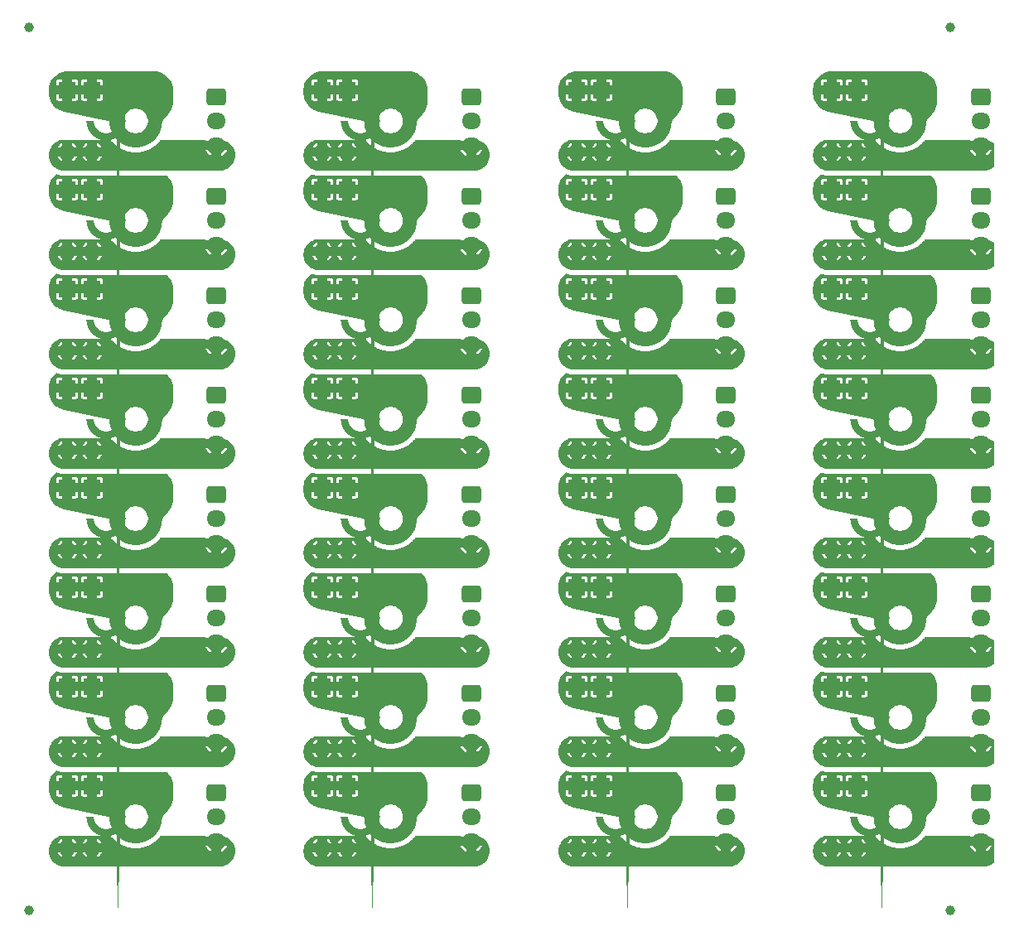
<source format=gbr>
%TF.GenerationSoftware,KiCad,Pcbnew,8.0.8*%
%TF.CreationDate,2025-02-21T18:04:56+11:00*%
%TF.ProjectId,panel,70616e65-6c2e-46b6-9963-61645f706362,rev?*%
%TF.SameCoordinates,Original*%
%TF.FileFunction,Copper,L2,Bot*%
%TF.FilePolarity,Positive*%
%FSLAX46Y46*%
G04 Gerber Fmt 4.6, Leading zero omitted, Abs format (unit mm)*
G04 Created by KiCad (PCBNEW 8.0.8) date 2025-02-21 18:04:56*
%MOMM*%
%LPD*%
G01*
G04 APERTURE LIST*
G04 Aperture macros list*
%AMRoundRect*
0 Rectangle with rounded corners*
0 $1 Rounding radius*
0 $2 $3 $4 $5 $6 $7 $8 $9 X,Y pos of 4 corners*
0 Add a 4 corners polygon primitive as box body*
4,1,4,$2,$3,$4,$5,$6,$7,$8,$9,$2,$3,0*
0 Add four circle primitives for the rounded corners*
1,1,$1+$1,$2,$3*
1,1,$1+$1,$4,$5*
1,1,$1+$1,$6,$7*
1,1,$1+$1,$8,$9*
0 Add four rect primitives between the rounded corners*
20,1,$1+$1,$2,$3,$4,$5,0*
20,1,$1+$1,$4,$5,$6,$7,0*
20,1,$1+$1,$6,$7,$8,$9,0*
20,1,$1+$1,$8,$9,$2,$3,0*%
%AMFreePoly0*
4,1,85,-1.240370,1.979643,-0.961535,1.918986,-0.694170,1.819264,-0.443718,1.682507,-0.215279,1.511499,-0.013501,1.309721,0.157507,1.081282,0.294264,0.830830,0.393986,0.563465,0.454643,0.284630,0.475000,0.000000,0.454643,-0.284630,0.393986,-0.563465,0.294264,-0.830830,0.157507,-1.081282,-0.013501,-1.309721,-0.215279,-1.511499,-0.443718,-1.682507,-0.694170,-1.819264,-0.961535,-1.918986,
-1.240370,-1.979643,-1.525000,-2.000000,-1.809630,-1.979643,-2.088465,-1.918986,-2.355830,-1.819264,-2.606282,-1.682507,-2.834721,-1.511499,-3.036499,-1.309721,-3.207507,-1.081282,-3.344264,-0.830830,-3.443986,-0.563465,-3.504643,-0.284630,-3.525000,0.000000,-2.779775,0.000000,-2.760712,-0.217889,-2.704103,-0.429158,-2.611667,-0.627388,-2.486213,-0.806554,-2.331554,-0.961213,-2.152388,-1.086667,
-1.954158,-1.179103,-1.742889,-1.235712,-1.525000,-1.254775,-1.307111,-1.235712,-1.095842,-1.179103,-0.897612,-1.086667,-0.718446,-0.961213,-0.563787,-0.806554,-0.438333,-0.627388,-0.345897,-0.429158,-0.289288,-0.217889,-0.271683,-0.016674,-0.275000,0.000000,-0.271683,0.016674,-0.289288,0.217889,-0.345897,0.429158,-0.438333,0.627387,-0.563787,0.806554,-0.718446,0.961213,-0.897612,1.086667,
-1.095842,1.179103,-1.307111,1.235712,-1.525000,1.254775,-1.742889,1.235712,-1.954158,1.179103,-2.152387,1.086667,-2.331554,0.961213,-2.486213,0.806554,-2.611667,0.627387,-2.704103,0.429158,-2.760712,0.217889,-2.779775,0.000000,-3.525000,0.000000,-3.504643,0.284630,-3.443986,0.563465,-3.344264,0.830830,-3.207507,1.081282,-3.036499,1.309721,-2.834721,1.511499,-2.606282,1.682507,
-2.355830,1.819264,-2.088465,1.918986,-1.809630,1.979643,-1.525000,2.000000,-1.240370,1.979643,-1.240370,1.979643,$1*%
G04 Aperture macros list end*
%TA.AperFunction,ComponentPad*%
%ADD10O,1.700000X1.700000*%
%TD*%
%TA.AperFunction,ComponentPad*%
%ADD11R,1.700000X1.700000*%
%TD*%
%TA.AperFunction,ComponentPad*%
%ADD12RoundRect,0.250000X-0.725000X0.600000X-0.725000X-0.600000X0.725000X-0.600000X0.725000X0.600000X0*%
%TD*%
%TA.AperFunction,ComponentPad*%
%ADD13O,1.950000X1.700000*%
%TD*%
%TA.AperFunction,SMDPad,CuDef*%
%ADD14C,0.550000*%
%TD*%
%TA.AperFunction,SMDPad,CuDef*%
%ADD15FreePoly0,180.000000*%
%TD*%
%TA.AperFunction,SMDPad,CuDef*%
%ADD16C,1.000000*%
%TD*%
%TA.AperFunction,ViaPad*%
%ADD17C,0.800000*%
%TD*%
%TA.AperFunction,Conductor*%
%ADD18C,1.000000*%
%TD*%
G04 APERTURE END LIST*
D10*
%TO.P,J9,1,Pin_1*%
%TO.N,Board_21--BATT*%
X131350000Y-86054500D03*
%TO.P,J9,2,Pin_2*%
X133890000Y-86054500D03*
%TD*%
D11*
%TO.P,J8,1,Pin_1*%
%TO.N,Board_5-/BATT SWITCH*%
X131350000Y-39064500D03*
%TO.P,J8,2,Pin_2*%
X133890000Y-39064500D03*
%TD*%
D10*
%TO.P,J9,1,Pin_1*%
%TO.N,Board_6--BATT*%
X157385000Y-45414500D03*
%TO.P,J9,2,Pin_2*%
X159925000Y-45414500D03*
%TD*%
%TO.P,J9,1,Pin_1*%
%TO.N,Board_8--BATT*%
X105315000Y-55574500D03*
%TO.P,J9,2,Pin_2*%
X107855000Y-55574500D03*
%TD*%
D11*
%TO.P,J8,1,Pin_1*%
%TO.N,Board_18-/BATT SWITCH*%
X157385000Y-69544500D03*
%TO.P,J8,2,Pin_2*%
X159925000Y-69544500D03*
%TD*%
D10*
%TO.P,J9,1,Pin_1*%
%TO.N,Board_17--BATT*%
X131350000Y-75894500D03*
%TO.P,J9,2,Pin_2*%
X133890000Y-75894500D03*
%TD*%
%TO.P,J9,1,Pin_1*%
%TO.N,Board_9--BATT*%
X131350000Y-55574500D03*
%TO.P,J9,2,Pin_2*%
X133890000Y-55574500D03*
%TD*%
%TO.P,J9,1,Pin_1*%
%TO.N,Board_25--BATT*%
X131350000Y-96214500D03*
%TO.P,J9,2,Pin_2*%
X133890000Y-96214500D03*
%TD*%
D11*
%TO.P,J8,1,Pin_1*%
%TO.N,Board_4-/BATT SWITCH*%
X105315000Y-39064500D03*
%TO.P,J8,2,Pin_2*%
X107855000Y-39064500D03*
%TD*%
%TO.P,J8,1,Pin_1*%
%TO.N,Board_31-/BATT SWITCH*%
X183420000Y-100024500D03*
%TO.P,J8,2,Pin_2*%
X185960000Y-100024500D03*
%TD*%
%TO.P,J8,1,Pin_1*%
%TO.N,Board_7-/BATT SWITCH*%
X183420000Y-39064500D03*
%TO.P,J8,2,Pin_2*%
X185960000Y-39064500D03*
%TD*%
%TO.P,J8,1,Pin_1*%
%TO.N,Board_19-/BATT SWITCH*%
X183420000Y-69544500D03*
%TO.P,J8,2,Pin_2*%
X185960000Y-69544500D03*
%TD*%
%TO.P,J8,1,Pin_1*%
%TO.N,Board_15-/BATT SWITCH*%
X183420000Y-59384500D03*
%TO.P,J8,2,Pin_2*%
X185960000Y-59384500D03*
%TD*%
D10*
%TO.P,J9,1,Pin_1*%
%TO.N,Board_30--BATT*%
X157385000Y-106374500D03*
%TO.P,J9,2,Pin_2*%
X159925000Y-106374500D03*
%TD*%
D11*
%TO.P,J8,1,Pin_1*%
%TO.N,Board_2-/BATT SWITCH*%
X157385000Y-28904500D03*
%TO.P,J8,2,Pin_2*%
X159925000Y-28904500D03*
%TD*%
%TO.P,J8,1,Pin_1*%
%TO.N,Board_3-/BATT SWITCH*%
X183420000Y-28904500D03*
%TO.P,J8,2,Pin_2*%
X185960000Y-28904500D03*
%TD*%
%TO.P,J8,1,Pin_1*%
%TO.N,Board_0-/BATT SWITCH*%
X105315000Y-28904500D03*
%TO.P,J8,2,Pin_2*%
X107855000Y-28904500D03*
%TD*%
%TO.P,J8,1,Pin_1*%
%TO.N,Board_26-/BATT SWITCH*%
X157385000Y-89864500D03*
%TO.P,J8,2,Pin_2*%
X159925000Y-89864500D03*
%TD*%
%TO.P,J8,1,Pin_1*%
%TO.N,Board_20-/BATT SWITCH*%
X105315000Y-79704500D03*
%TO.P,J8,2,Pin_2*%
X107855000Y-79704500D03*
%TD*%
D10*
%TO.P,J9,1,Pin_1*%
%TO.N,Board_14--BATT*%
X157385000Y-65734500D03*
%TO.P,J9,2,Pin_2*%
X159925000Y-65734500D03*
%TD*%
%TO.P,J9,1,Pin_1*%
%TO.N,Board_19--BATT*%
X183420000Y-75894500D03*
%TO.P,J9,2,Pin_2*%
X185960000Y-75894500D03*
%TD*%
%TO.P,J9,1,Pin_1*%
%TO.N,Board_23--BATT*%
X183420000Y-86054500D03*
%TO.P,J9,2,Pin_2*%
X185960000Y-86054500D03*
%TD*%
%TO.P,J9,1,Pin_1*%
%TO.N,Board_7--BATT*%
X183420000Y-45414500D03*
%TO.P,J9,2,Pin_2*%
X185960000Y-45414500D03*
%TD*%
%TO.P,J9,1,Pin_1*%
%TO.N,Board_10--BATT*%
X157385000Y-55574500D03*
%TO.P,J9,2,Pin_2*%
X159925000Y-55574500D03*
%TD*%
D11*
%TO.P,J8,1,Pin_1*%
%TO.N,Board_1-/BATT SWITCH*%
X131350000Y-28904500D03*
%TO.P,J8,2,Pin_2*%
X133890000Y-28904500D03*
%TD*%
D10*
%TO.P,J9,1,Pin_1*%
%TO.N,Board_26--BATT*%
X157385000Y-96214500D03*
%TO.P,J9,2,Pin_2*%
X159925000Y-96214500D03*
%TD*%
%TO.P,J9,1,Pin_1*%
%TO.N,Board_13--BATT*%
X131350000Y-65734500D03*
%TO.P,J9,2,Pin_2*%
X133890000Y-65734500D03*
%TD*%
%TO.P,J9,1,Pin_1*%
%TO.N,Board_11--BATT*%
X183420000Y-55574500D03*
%TO.P,J9,2,Pin_2*%
X185960000Y-55574500D03*
%TD*%
%TO.P,J9,1,Pin_1*%
%TO.N,Board_15--BATT*%
X183420000Y-65734500D03*
%TO.P,J9,2,Pin_2*%
X185960000Y-65734500D03*
%TD*%
D11*
%TO.P,J8,1,Pin_1*%
%TO.N,Board_21-/BATT SWITCH*%
X131350000Y-79704500D03*
%TO.P,J8,2,Pin_2*%
X133890000Y-79704500D03*
%TD*%
%TO.P,J8,1,Pin_1*%
%TO.N,Board_14-/BATT SWITCH*%
X157385000Y-59384500D03*
%TO.P,J8,2,Pin_2*%
X159925000Y-59384500D03*
%TD*%
%TO.P,J8,1,Pin_1*%
%TO.N,Board_29-/BATT SWITCH*%
X131350000Y-100024500D03*
%TO.P,J8,2,Pin_2*%
X133890000Y-100024500D03*
%TD*%
%TO.P,J8,1,Pin_1*%
%TO.N,Board_25-/BATT SWITCH*%
X131350000Y-89864500D03*
%TO.P,J8,2,Pin_2*%
X133890000Y-89864500D03*
%TD*%
D10*
%TO.P,J9,1,Pin_1*%
%TO.N,Board_31--BATT*%
X183420000Y-106374500D03*
%TO.P,J9,2,Pin_2*%
X185960000Y-106374500D03*
%TD*%
%TO.P,J9,1,Pin_1*%
%TO.N,Board_2--BATT*%
X157385000Y-35254500D03*
%TO.P,J9,2,Pin_2*%
X159925000Y-35254500D03*
%TD*%
%TO.P,J9,1,Pin_1*%
%TO.N,Board_5--BATT*%
X131350000Y-45414500D03*
%TO.P,J9,2,Pin_2*%
X133890000Y-45414500D03*
%TD*%
%TO.P,J9,1,Pin_1*%
%TO.N,Board_22--BATT*%
X157385000Y-86054500D03*
%TO.P,J9,2,Pin_2*%
X159925000Y-86054500D03*
%TD*%
%TO.P,J9,1,Pin_1*%
%TO.N,Board_18--BATT*%
X157385000Y-75894500D03*
%TO.P,J9,2,Pin_2*%
X159925000Y-75894500D03*
%TD*%
D11*
%TO.P,J8,1,Pin_1*%
%TO.N,Board_17-/BATT SWITCH*%
X131350000Y-69544500D03*
%TO.P,J8,2,Pin_2*%
X133890000Y-69544500D03*
%TD*%
D10*
%TO.P,J9,1,Pin_1*%
%TO.N,Board_24--BATT*%
X105315000Y-96214500D03*
%TO.P,J9,2,Pin_2*%
X107855000Y-96214500D03*
%TD*%
D11*
%TO.P,J8,1,Pin_1*%
%TO.N,Board_9-/BATT SWITCH*%
X131350000Y-49224500D03*
%TO.P,J8,2,Pin_2*%
X133890000Y-49224500D03*
%TD*%
D10*
%TO.P,J9,1,Pin_1*%
%TO.N,Board_12--BATT*%
X105315000Y-65734500D03*
%TO.P,J9,2,Pin_2*%
X107855000Y-65734500D03*
%TD*%
D11*
%TO.P,J8,1,Pin_1*%
%TO.N,Board_27-/BATT SWITCH*%
X183420000Y-89864500D03*
%TO.P,J8,2,Pin_2*%
X185960000Y-89864500D03*
%TD*%
%TO.P,J8,1,Pin_1*%
%TO.N,Board_23-/BATT SWITCH*%
X183420000Y-79704500D03*
%TO.P,J8,2,Pin_2*%
X185960000Y-79704500D03*
%TD*%
%TO.P,J8,1,Pin_1*%
%TO.N,Board_24-/BATT SWITCH*%
X105315000Y-89864500D03*
%TO.P,J8,2,Pin_2*%
X107855000Y-89864500D03*
%TD*%
%TO.P,J8,1,Pin_1*%
%TO.N,Board_12-/BATT SWITCH*%
X105315000Y-59384500D03*
%TO.P,J8,2,Pin_2*%
X107855000Y-59384500D03*
%TD*%
D10*
%TO.P,J9,1,Pin_1*%
%TO.N,Board_29--BATT*%
X131350000Y-106374500D03*
%TO.P,J9,2,Pin_2*%
X133890000Y-106374500D03*
%TD*%
D11*
%TO.P,J8,1,Pin_1*%
%TO.N,Board_13-/BATT SWITCH*%
X131350000Y-59384500D03*
%TO.P,J8,2,Pin_2*%
X133890000Y-59384500D03*
%TD*%
D10*
%TO.P,J9,1,Pin_1*%
%TO.N,Board_1--BATT*%
X131350000Y-35254500D03*
%TO.P,J9,2,Pin_2*%
X133890000Y-35254500D03*
%TD*%
%TO.P,J9,1,Pin_1*%
%TO.N,Board_28--BATT*%
X105315000Y-106374500D03*
%TO.P,J9,2,Pin_2*%
X107855000Y-106374500D03*
%TD*%
D11*
%TO.P,J8,1,Pin_1*%
%TO.N,Board_28-/BATT SWITCH*%
X105315000Y-100024500D03*
%TO.P,J8,2,Pin_2*%
X107855000Y-100024500D03*
%TD*%
%TO.P,J8,1,Pin_1*%
%TO.N,Board_6-/BATT SWITCH*%
X157385000Y-39064500D03*
%TO.P,J8,2,Pin_2*%
X159925000Y-39064500D03*
%TD*%
%TO.P,J8,1,Pin_1*%
%TO.N,Board_11-/BATT SWITCH*%
X183420000Y-49224500D03*
%TO.P,J8,2,Pin_2*%
X185960000Y-49224500D03*
%TD*%
D10*
%TO.P,J9,1,Pin_1*%
%TO.N,Board_4--BATT*%
X105315000Y-45414500D03*
%TO.P,J9,2,Pin_2*%
X107855000Y-45414500D03*
%TD*%
%TO.P,J9,1,Pin_1*%
%TO.N,Board_0--BATT*%
X105315000Y-35254500D03*
%TO.P,J9,2,Pin_2*%
X107855000Y-35254500D03*
%TD*%
D11*
%TO.P,J8,1,Pin_1*%
%TO.N,Board_30-/BATT SWITCH*%
X157385000Y-100024500D03*
%TO.P,J8,2,Pin_2*%
X159925000Y-100024500D03*
%TD*%
%TO.P,J8,1,Pin_1*%
%TO.N,Board_16-/BATT SWITCH*%
X105315000Y-69544500D03*
%TO.P,J8,2,Pin_2*%
X107855000Y-69544500D03*
%TD*%
%TO.P,J8,1,Pin_1*%
%TO.N,Board_10-/BATT SWITCH*%
X157385000Y-49224500D03*
%TO.P,J8,2,Pin_2*%
X159925000Y-49224500D03*
%TD*%
D10*
%TO.P,J9,1,Pin_1*%
%TO.N,Board_3--BATT*%
X183420000Y-35254500D03*
%TO.P,J9,2,Pin_2*%
X185960000Y-35254500D03*
%TD*%
D11*
%TO.P,J8,1,Pin_1*%
%TO.N,Board_22-/BATT SWITCH*%
X157385000Y-79704500D03*
%TO.P,J8,2,Pin_2*%
X159925000Y-79704500D03*
%TD*%
D10*
%TO.P,J9,1,Pin_1*%
%TO.N,Board_16--BATT*%
X105315000Y-75894500D03*
%TO.P,J9,2,Pin_2*%
X107855000Y-75894500D03*
%TD*%
%TO.P,J9,1,Pin_1*%
%TO.N,Board_27--BATT*%
X183420000Y-96214500D03*
%TO.P,J9,2,Pin_2*%
X185960000Y-96214500D03*
%TD*%
D11*
%TO.P,J8,1,Pin_1*%
%TO.N,Board_8-/BATT SWITCH*%
X105315000Y-49224500D03*
%TO.P,J8,2,Pin_2*%
X107855000Y-49224500D03*
%TD*%
D10*
%TO.P,J9,1,Pin_1*%
%TO.N,Board_20--BATT*%
X105315000Y-86054500D03*
%TO.P,J9,2,Pin_2*%
X107855000Y-86054500D03*
%TD*%
D12*
%TO.P,J3,1,Pin_1*%
%TO.N,Board_6-+BATT*%
X172630000Y-39739500D03*
D13*
%TO.P,J3,2,Pin_2*%
%TO.N,Board_6-/3.7V*%
X172630000Y-42239500D03*
%TO.P,J3,3,Pin_3*%
%TO.N,Board_6--BATT*%
X172630000Y-44739500D03*
%TD*%
D12*
%TO.P,J3,1,Pin_1*%
%TO.N,Board_22-+BATT*%
X172630000Y-80379500D03*
D13*
%TO.P,J3,2,Pin_2*%
%TO.N,Board_22-/3.7V*%
X172630000Y-82879500D03*
%TO.P,J3,3,Pin_3*%
%TO.N,Board_22--BATT*%
X172630000Y-85379500D03*
%TD*%
D12*
%TO.P,J3,1,Pin_1*%
%TO.N,Board_21-+BATT*%
X146595000Y-80379500D03*
D13*
%TO.P,J3,2,Pin_2*%
%TO.N,Board_21-/3.7V*%
X146595000Y-82879500D03*
%TO.P,J3,3,Pin_3*%
%TO.N,Board_21--BATT*%
X146595000Y-85379500D03*
%TD*%
D14*
%TO.P,H4,1,1*%
%TO.N,Board_31-/BATT SWITCH*%
X191935000Y-103199500D03*
X190410000Y-104724500D03*
X190410000Y-101674500D03*
D15*
X188885000Y-103199500D03*
%TD*%
D14*
%TO.P,H4,1,1*%
%TO.N,Board_20-/BATT SWITCH*%
X113830000Y-82879500D03*
X112305000Y-84404500D03*
X112305000Y-81354500D03*
D15*
X110780000Y-82879500D03*
%TD*%
D12*
%TO.P,J3,1,Pin_1*%
%TO.N,Board_16-+BATT*%
X120560000Y-70219500D03*
D13*
%TO.P,J3,2,Pin_2*%
%TO.N,Board_16-/3.7V*%
X120560000Y-72719500D03*
%TO.P,J3,3,Pin_3*%
%TO.N,Board_16--BATT*%
X120560000Y-75219500D03*
%TD*%
D14*
%TO.P,H4,1,1*%
%TO.N,Board_24-/BATT SWITCH*%
X113830000Y-93039500D03*
X112305000Y-94564500D03*
X112305000Y-91514500D03*
D15*
X110780000Y-93039500D03*
%TD*%
D12*
%TO.P,J3,1,Pin_1*%
%TO.N,Board_15-+BATT*%
X198665000Y-60059500D03*
D13*
%TO.P,J3,2,Pin_2*%
%TO.N,Board_15-/3.7V*%
X198665000Y-62559500D03*
%TO.P,J3,3,Pin_3*%
%TO.N,Board_15--BATT*%
X198665000Y-65059500D03*
%TD*%
D12*
%TO.P,J3,1,Pin_1*%
%TO.N,Board_11-+BATT*%
X198665000Y-49899500D03*
D13*
%TO.P,J3,2,Pin_2*%
%TO.N,Board_11-/3.7V*%
X198665000Y-52399500D03*
%TO.P,J3,3,Pin_3*%
%TO.N,Board_11--BATT*%
X198665000Y-54899500D03*
%TD*%
D14*
%TO.P,H4,1,1*%
%TO.N,Board_11-/BATT SWITCH*%
X191935000Y-52399500D03*
X190410000Y-53924500D03*
X190410000Y-50874500D03*
D15*
X188885000Y-52399500D03*
%TD*%
D14*
%TO.P,H4,1,1*%
%TO.N,Board_0-/BATT SWITCH*%
X113830000Y-32079500D03*
X112305000Y-33604500D03*
X112305000Y-30554500D03*
D15*
X110780000Y-32079500D03*
%TD*%
D14*
%TO.P,H4,1,1*%
%TO.N,Board_4-/BATT SWITCH*%
X113830000Y-42239500D03*
X112305000Y-43764500D03*
X112305000Y-40714500D03*
D15*
X110780000Y-42239500D03*
%TD*%
D14*
%TO.P,H4,1,1*%
%TO.N,Board_6-/BATT SWITCH*%
X165900000Y-42239500D03*
X164375000Y-43764500D03*
X164375000Y-40714500D03*
D15*
X162850000Y-42239500D03*
%TD*%
D14*
%TO.P,H4,1,1*%
%TO.N,Board_10-/BATT SWITCH*%
X165900000Y-52399500D03*
X164375000Y-53924500D03*
X164375000Y-50874500D03*
D15*
X162850000Y-52399500D03*
%TD*%
D14*
%TO.P,H4,1,1*%
%TO.N,Board_22-/BATT SWITCH*%
X165900000Y-82879500D03*
X164375000Y-84404500D03*
X164375000Y-81354500D03*
D15*
X162850000Y-82879500D03*
%TD*%
D12*
%TO.P,J3,1,Pin_1*%
%TO.N,Board_29-+BATT*%
X146595000Y-100699500D03*
D13*
%TO.P,J3,2,Pin_2*%
%TO.N,Board_29-/3.7V*%
X146595000Y-103199500D03*
%TO.P,J3,3,Pin_3*%
%TO.N,Board_29--BATT*%
X146595000Y-105699500D03*
%TD*%
D14*
%TO.P,H4,1,1*%
%TO.N,Board_23-/BATT SWITCH*%
X191935000Y-82879500D03*
X190410000Y-84404500D03*
X190410000Y-81354500D03*
D15*
X188885000Y-82879500D03*
%TD*%
D14*
%TO.P,H4,1,1*%
%TO.N,Board_25-/BATT SWITCH*%
X139865000Y-93039500D03*
X138340000Y-94564500D03*
X138340000Y-91514500D03*
D15*
X136815000Y-93039500D03*
%TD*%
D14*
%TO.P,H4,1,1*%
%TO.N,Board_5-/BATT SWITCH*%
X139865000Y-42239500D03*
X138340000Y-43764500D03*
X138340000Y-40714500D03*
D15*
X136815000Y-42239500D03*
%TD*%
D12*
%TO.P,J3,1,Pin_1*%
%TO.N,Board_25-+BATT*%
X146595000Y-90539500D03*
D13*
%TO.P,J3,2,Pin_2*%
%TO.N,Board_25-/3.7V*%
X146595000Y-93039500D03*
%TO.P,J3,3,Pin_3*%
%TO.N,Board_25--BATT*%
X146595000Y-95539500D03*
%TD*%
D12*
%TO.P,J3,1,Pin_1*%
%TO.N,Board_24-+BATT*%
X120560000Y-90539500D03*
D13*
%TO.P,J3,2,Pin_2*%
%TO.N,Board_24-/3.7V*%
X120560000Y-93039500D03*
%TO.P,J3,3,Pin_3*%
%TO.N,Board_24--BATT*%
X120560000Y-95539500D03*
%TD*%
D12*
%TO.P,J3,1,Pin_1*%
%TO.N,Board_9-+BATT*%
X146595000Y-49899500D03*
D13*
%TO.P,J3,2,Pin_2*%
%TO.N,Board_9-/3.7V*%
X146595000Y-52399500D03*
%TO.P,J3,3,Pin_3*%
%TO.N,Board_9--BATT*%
X146595000Y-54899500D03*
%TD*%
D12*
%TO.P,J3,1,Pin_1*%
%TO.N,Board_26-+BATT*%
X172630000Y-90539500D03*
D13*
%TO.P,J3,2,Pin_2*%
%TO.N,Board_26-/3.7V*%
X172630000Y-93039500D03*
%TO.P,J3,3,Pin_3*%
%TO.N,Board_26--BATT*%
X172630000Y-95539500D03*
%TD*%
D14*
%TO.P,H4,1,1*%
%TO.N,Board_15-/BATT SWITCH*%
X191935000Y-62559500D03*
X190410000Y-64084500D03*
X190410000Y-61034500D03*
D15*
X188885000Y-62559500D03*
%TD*%
D14*
%TO.P,H4,1,1*%
%TO.N,Board_12-/BATT SWITCH*%
X113830000Y-62559500D03*
X112305000Y-64084500D03*
X112305000Y-61034500D03*
D15*
X110780000Y-62559500D03*
%TD*%
D14*
%TO.P,H4,1,1*%
%TO.N,Board_28-/BATT SWITCH*%
X113830000Y-103199500D03*
X112305000Y-104724500D03*
X112305000Y-101674500D03*
D15*
X110780000Y-103199500D03*
%TD*%
D12*
%TO.P,J3,1,Pin_1*%
%TO.N,Board_14-+BATT*%
X172630000Y-60059500D03*
D13*
%TO.P,J3,2,Pin_2*%
%TO.N,Board_14-/3.7V*%
X172630000Y-62559500D03*
%TO.P,J3,3,Pin_3*%
%TO.N,Board_14--BATT*%
X172630000Y-65059500D03*
%TD*%
D14*
%TO.P,H4,1,1*%
%TO.N,Board_1-/BATT SWITCH*%
X139865000Y-32079500D03*
X138340000Y-33604500D03*
X138340000Y-30554500D03*
D15*
X136815000Y-32079500D03*
%TD*%
D12*
%TO.P,J3,1,Pin_1*%
%TO.N,Board_30-+BATT*%
X172630000Y-100699500D03*
D13*
%TO.P,J3,2,Pin_2*%
%TO.N,Board_30-/3.7V*%
X172630000Y-103199500D03*
%TO.P,J3,3,Pin_3*%
%TO.N,Board_30--BATT*%
X172630000Y-105699500D03*
%TD*%
D12*
%TO.P,J3,1,Pin_1*%
%TO.N,Board_19-+BATT*%
X198665000Y-70219500D03*
D13*
%TO.P,J3,2,Pin_2*%
%TO.N,Board_19-/3.7V*%
X198665000Y-72719500D03*
%TO.P,J3,3,Pin_3*%
%TO.N,Board_19--BATT*%
X198665000Y-75219500D03*
%TD*%
D14*
%TO.P,H4,1,1*%
%TO.N,Board_14-/BATT SWITCH*%
X165900000Y-62559500D03*
X164375000Y-64084500D03*
X164375000Y-61034500D03*
D15*
X162850000Y-62559500D03*
%TD*%
D12*
%TO.P,J3,1,Pin_1*%
%TO.N,Board_17-+BATT*%
X146595000Y-70219500D03*
D13*
%TO.P,J3,2,Pin_2*%
%TO.N,Board_17-/3.7V*%
X146595000Y-72719500D03*
%TO.P,J3,3,Pin_3*%
%TO.N,Board_17--BATT*%
X146595000Y-75219500D03*
%TD*%
D12*
%TO.P,J3,1,Pin_1*%
%TO.N,Board_1-+BATT*%
X146595000Y-29579500D03*
D13*
%TO.P,J3,2,Pin_2*%
%TO.N,Board_1-/3.7V*%
X146595000Y-32079500D03*
%TO.P,J3,3,Pin_3*%
%TO.N,Board_1--BATT*%
X146595000Y-34579500D03*
%TD*%
D16*
%TO.P,KiKit_FID_B_1,*%
%TO.N,*%
X101430000Y-22500000D03*
%TD*%
D12*
%TO.P,J3,1,Pin_1*%
%TO.N,Board_2-+BATT*%
X172630000Y-29579500D03*
D13*
%TO.P,J3,2,Pin_2*%
%TO.N,Board_2-/3.7V*%
X172630000Y-32079500D03*
%TO.P,J3,3,Pin_3*%
%TO.N,Board_2--BATT*%
X172630000Y-34579500D03*
%TD*%
D14*
%TO.P,H4,1,1*%
%TO.N,Board_21-/BATT SWITCH*%
X139865000Y-82879500D03*
X138340000Y-84404500D03*
X138340000Y-81354500D03*
D15*
X136815000Y-82879500D03*
%TD*%
D12*
%TO.P,J3,1,Pin_1*%
%TO.N,Board_27-+BATT*%
X198665000Y-90539500D03*
D13*
%TO.P,J3,2,Pin_2*%
%TO.N,Board_27-/3.7V*%
X198665000Y-93039500D03*
%TO.P,J3,3,Pin_3*%
%TO.N,Board_27--BATT*%
X198665000Y-95539500D03*
%TD*%
D14*
%TO.P,H4,1,1*%
%TO.N,Board_17-/BATT SWITCH*%
X139865000Y-72719500D03*
X138340000Y-74244500D03*
X138340000Y-71194500D03*
D15*
X136815000Y-72719500D03*
%TD*%
D12*
%TO.P,J3,1,Pin_1*%
%TO.N,Board_7-+BATT*%
X198665000Y-39739500D03*
D13*
%TO.P,J3,2,Pin_2*%
%TO.N,Board_7-/3.7V*%
X198665000Y-42239500D03*
%TO.P,J3,3,Pin_3*%
%TO.N,Board_7--BATT*%
X198665000Y-44739500D03*
%TD*%
D12*
%TO.P,J3,1,Pin_1*%
%TO.N,Board_20-+BATT*%
X120560000Y-80379500D03*
D13*
%TO.P,J3,2,Pin_2*%
%TO.N,Board_20-/3.7V*%
X120560000Y-82879500D03*
%TO.P,J3,3,Pin_3*%
%TO.N,Board_20--BATT*%
X120560000Y-85379500D03*
%TD*%
D14*
%TO.P,H4,1,1*%
%TO.N,Board_19-/BATT SWITCH*%
X191935000Y-72719500D03*
X190410000Y-74244500D03*
X190410000Y-71194500D03*
D15*
X188885000Y-72719500D03*
%TD*%
D14*
%TO.P,H4,1,1*%
%TO.N,Board_30-/BATT SWITCH*%
X165900000Y-103199500D03*
X164375000Y-104724500D03*
X164375000Y-101674500D03*
D15*
X162850000Y-103199500D03*
%TD*%
D14*
%TO.P,H4,1,1*%
%TO.N,Board_3-/BATT SWITCH*%
X191935000Y-32079500D03*
X190410000Y-33604500D03*
X190410000Y-30554500D03*
D15*
X188885000Y-32079500D03*
%TD*%
D12*
%TO.P,J3,1,Pin_1*%
%TO.N,Board_8-+BATT*%
X120560000Y-49899500D03*
D13*
%TO.P,J3,2,Pin_2*%
%TO.N,Board_8-/3.7V*%
X120560000Y-52399500D03*
%TO.P,J3,3,Pin_3*%
%TO.N,Board_8--BATT*%
X120560000Y-54899500D03*
%TD*%
D12*
%TO.P,J3,1,Pin_1*%
%TO.N,Board_0-+BATT*%
X120560000Y-29579500D03*
D13*
%TO.P,J3,2,Pin_2*%
%TO.N,Board_0-/3.7V*%
X120560000Y-32079500D03*
%TO.P,J3,3,Pin_3*%
%TO.N,Board_0--BATT*%
X120560000Y-34579500D03*
%TD*%
D12*
%TO.P,J3,1,Pin_1*%
%TO.N,Board_28-+BATT*%
X120560000Y-100699500D03*
D13*
%TO.P,J3,2,Pin_2*%
%TO.N,Board_28-/3.7V*%
X120560000Y-103199500D03*
%TO.P,J3,3,Pin_3*%
%TO.N,Board_28--BATT*%
X120560000Y-105699500D03*
%TD*%
D12*
%TO.P,J3,1,Pin_1*%
%TO.N,Board_10-+BATT*%
X172630000Y-49899500D03*
D13*
%TO.P,J3,2,Pin_2*%
%TO.N,Board_10-/3.7V*%
X172630000Y-52399500D03*
%TO.P,J3,3,Pin_3*%
%TO.N,Board_10--BATT*%
X172630000Y-54899500D03*
%TD*%
D12*
%TO.P,J3,1,Pin_1*%
%TO.N,Board_3-+BATT*%
X198665000Y-29579500D03*
D13*
%TO.P,J3,2,Pin_2*%
%TO.N,Board_3-/3.7V*%
X198665000Y-32079500D03*
%TO.P,J3,3,Pin_3*%
%TO.N,Board_3--BATT*%
X198665000Y-34579500D03*
%TD*%
D12*
%TO.P,J3,1,Pin_1*%
%TO.N,Board_23-+BATT*%
X198665000Y-80379500D03*
D13*
%TO.P,J3,2,Pin_2*%
%TO.N,Board_23-/3.7V*%
X198665000Y-82879500D03*
%TO.P,J3,3,Pin_3*%
%TO.N,Board_23--BATT*%
X198665000Y-85379500D03*
%TD*%
D14*
%TO.P,H4,1,1*%
%TO.N,Board_18-/BATT SWITCH*%
X165900000Y-72719500D03*
X164375000Y-74244500D03*
X164375000Y-71194500D03*
D15*
X162850000Y-72719500D03*
%TD*%
D12*
%TO.P,J3,1,Pin_1*%
%TO.N,Board_12-+BATT*%
X120560000Y-60059500D03*
D13*
%TO.P,J3,2,Pin_2*%
%TO.N,Board_12-/3.7V*%
X120560000Y-62559500D03*
%TO.P,J3,3,Pin_3*%
%TO.N,Board_12--BATT*%
X120560000Y-65059500D03*
%TD*%
D16*
%TO.P,KiKit_FID_B_2,*%
%TO.N,*%
X195570000Y-22500000D03*
%TD*%
D14*
%TO.P,H4,1,1*%
%TO.N,Board_16-/BATT SWITCH*%
X113830000Y-72719500D03*
X112305000Y-74244500D03*
X112305000Y-71194500D03*
D15*
X110780000Y-72719500D03*
%TD*%
D14*
%TO.P,H4,1,1*%
%TO.N,Board_13-/BATT SWITCH*%
X139865000Y-62559500D03*
X138340000Y-64084500D03*
X138340000Y-61034500D03*
D15*
X136815000Y-62559500D03*
%TD*%
D16*
%TO.P,KiKit_FID_B_3,*%
%TO.N,*%
X101430000Y-112779500D03*
%TD*%
D12*
%TO.P,J3,1,Pin_1*%
%TO.N,Board_31-+BATT*%
X198665000Y-100699500D03*
D13*
%TO.P,J3,2,Pin_2*%
%TO.N,Board_31-/3.7V*%
X198665000Y-103199500D03*
%TO.P,J3,3,Pin_3*%
%TO.N,Board_31--BATT*%
X198665000Y-105699500D03*
%TD*%
D14*
%TO.P,H4,1,1*%
%TO.N,Board_27-/BATT SWITCH*%
X191935000Y-93039500D03*
X190410000Y-94564500D03*
X190410000Y-91514500D03*
D15*
X188885000Y-93039500D03*
%TD*%
D12*
%TO.P,J3,1,Pin_1*%
%TO.N,Board_13-+BATT*%
X146595000Y-60059500D03*
D13*
%TO.P,J3,2,Pin_2*%
%TO.N,Board_13-/3.7V*%
X146595000Y-62559500D03*
%TO.P,J3,3,Pin_3*%
%TO.N,Board_13--BATT*%
X146595000Y-65059500D03*
%TD*%
D14*
%TO.P,H4,1,1*%
%TO.N,Board_8-/BATT SWITCH*%
X113830000Y-52399500D03*
X112305000Y-53924500D03*
X112305000Y-50874500D03*
D15*
X110780000Y-52399500D03*
%TD*%
D14*
%TO.P,H4,1,1*%
%TO.N,Board_7-/BATT SWITCH*%
X191935000Y-42239500D03*
X190410000Y-43764500D03*
X190410000Y-40714500D03*
D15*
X188885000Y-42239500D03*
%TD*%
D14*
%TO.P,H4,1,1*%
%TO.N,Board_29-/BATT SWITCH*%
X139865000Y-103199500D03*
X138340000Y-104724500D03*
X138340000Y-101674500D03*
D15*
X136815000Y-103199500D03*
%TD*%
D12*
%TO.P,J3,1,Pin_1*%
%TO.N,Board_5-+BATT*%
X146595000Y-39739500D03*
D13*
%TO.P,J3,2,Pin_2*%
%TO.N,Board_5-/3.7V*%
X146595000Y-42239500D03*
%TO.P,J3,3,Pin_3*%
%TO.N,Board_5--BATT*%
X146595000Y-44739500D03*
%TD*%
D14*
%TO.P,H4,1,1*%
%TO.N,Board_2-/BATT SWITCH*%
X165900000Y-32079500D03*
X164375000Y-33604500D03*
X164375000Y-30554500D03*
D15*
X162850000Y-32079500D03*
%TD*%
D16*
%TO.P,KiKit_FID_B_4,*%
%TO.N,*%
X195570000Y-112779500D03*
%TD*%
D14*
%TO.P,H4,1,1*%
%TO.N,Board_26-/BATT SWITCH*%
X165900000Y-93039500D03*
X164375000Y-94564500D03*
X164375000Y-91514500D03*
D15*
X162850000Y-93039500D03*
%TD*%
D14*
%TO.P,H4,1,1*%
%TO.N,Board_9-/BATT SWITCH*%
X139865000Y-52399500D03*
X138340000Y-53924500D03*
X138340000Y-50874500D03*
D15*
X136815000Y-52399500D03*
%TD*%
D12*
%TO.P,J3,1,Pin_1*%
%TO.N,Board_4-+BATT*%
X120560000Y-39739500D03*
D13*
%TO.P,J3,2,Pin_2*%
%TO.N,Board_4-/3.7V*%
X120560000Y-42239500D03*
%TO.P,J3,3,Pin_3*%
%TO.N,Board_4--BATT*%
X120560000Y-44739500D03*
%TD*%
D12*
%TO.P,J3,1,Pin_1*%
%TO.N,Board_18-+BATT*%
X172630000Y-70219500D03*
D13*
%TO.P,J3,2,Pin_2*%
%TO.N,Board_18-/3.7V*%
X172630000Y-72719500D03*
%TO.P,J3,3,Pin_3*%
%TO.N,Board_18--BATT*%
X172630000Y-75219500D03*
%TD*%
D17*
%TO.N,Board_0-/BATT SWITCH*%
X115480000Y-30199500D03*
%TO.N,Board_1-/BATT SWITCH*%
X141515000Y-30199500D03*
%TO.N,Board_2-/BATT SWITCH*%
X167550000Y-30199500D03*
%TO.N,Board_3-/BATT SWITCH*%
X193585000Y-30199500D03*
%TO.N,Board_4-/BATT SWITCH*%
X115480000Y-40359500D03*
%TO.N,Board_5-/BATT SWITCH*%
X141515000Y-40359500D03*
%TO.N,Board_6-/BATT SWITCH*%
X167550000Y-40359500D03*
%TO.N,Board_7-/BATT SWITCH*%
X193585000Y-40359500D03*
%TO.N,Board_8-/BATT SWITCH*%
X115480000Y-50519500D03*
%TO.N,Board_9-/BATT SWITCH*%
X141515000Y-50519500D03*
%TO.N,Board_10-/BATT SWITCH*%
X167550000Y-50519500D03*
%TO.N,Board_11-/BATT SWITCH*%
X193585000Y-50519500D03*
%TO.N,Board_12-/BATT SWITCH*%
X115480000Y-60679500D03*
%TO.N,Board_13-/BATT SWITCH*%
X141515000Y-60679500D03*
%TO.N,Board_14-/BATT SWITCH*%
X167550000Y-60679500D03*
%TO.N,Board_15-/BATT SWITCH*%
X193585000Y-60679500D03*
%TO.N,Board_16-/BATT SWITCH*%
X115480000Y-70839500D03*
%TO.N,Board_17-/BATT SWITCH*%
X141515000Y-70839500D03*
%TO.N,Board_18-/BATT SWITCH*%
X167550000Y-70839500D03*
%TO.N,Board_19-/BATT SWITCH*%
X193585000Y-70839500D03*
%TO.N,Board_20-/BATT SWITCH*%
X115480000Y-80999500D03*
%TO.N,Board_21-/BATT SWITCH*%
X141515000Y-80999500D03*
%TO.N,Board_22-/BATT SWITCH*%
X167550000Y-80999500D03*
%TO.N,Board_23-/BATT SWITCH*%
X193585000Y-80999500D03*
%TO.N,Board_24-/BATT SWITCH*%
X115480000Y-91159500D03*
%TO.N,Board_25-/BATT SWITCH*%
X141515000Y-91159500D03*
%TO.N,Board_26-/BATT SWITCH*%
X167550000Y-91159500D03*
%TO.N,Board_27-/BATT SWITCH*%
X193585000Y-91159500D03*
%TO.N,Board_28-/BATT SWITCH*%
X115480000Y-101319500D03*
%TO.N,Board_29-/BATT SWITCH*%
X141515000Y-101319500D03*
%TO.N,Board_30-/BATT SWITCH*%
X167550000Y-101319500D03*
%TO.N,Board_31-/BATT SWITCH*%
X193585000Y-101319500D03*
%TD*%
D18*
%TO.N,Board_0-/BATT SWITCH*%
X115350000Y-30329500D02*
X112305000Y-30329500D01*
X115480000Y-30199500D02*
X115350000Y-30329500D01*
%TO.N,Board_1-/BATT SWITCH*%
X141515000Y-30199500D02*
X141385000Y-30329500D01*
X141385000Y-30329500D02*
X138340000Y-30329500D01*
%TO.N,Board_2-/BATT SWITCH*%
X167420000Y-30329500D02*
X164375000Y-30329500D01*
X167550000Y-30199500D02*
X167420000Y-30329500D01*
%TO.N,Board_3-/BATT SWITCH*%
X193455000Y-30329500D02*
X190410000Y-30329500D01*
X193585000Y-30199500D02*
X193455000Y-30329500D01*
%TO.N,Board_4-/BATT SWITCH*%
X115350000Y-40489500D02*
X112305000Y-40489500D01*
X115480000Y-40359500D02*
X115350000Y-40489500D01*
%TO.N,Board_5-/BATT SWITCH*%
X141515000Y-40359500D02*
X141385000Y-40489500D01*
X141385000Y-40489500D02*
X138340000Y-40489500D01*
%TO.N,Board_6-/BATT SWITCH*%
X167420000Y-40489500D02*
X164375000Y-40489500D01*
X167550000Y-40359500D02*
X167420000Y-40489500D01*
%TO.N,Board_7-/BATT SWITCH*%
X193455000Y-40489500D02*
X190410000Y-40489500D01*
X193585000Y-40359500D02*
X193455000Y-40489500D01*
%TO.N,Board_8-/BATT SWITCH*%
X115480000Y-50519500D02*
X115350000Y-50649500D01*
X115350000Y-50649500D02*
X112305000Y-50649500D01*
%TO.N,Board_9-/BATT SWITCH*%
X141515000Y-50519500D02*
X141385000Y-50649500D01*
X141385000Y-50649500D02*
X138340000Y-50649500D01*
%TO.N,Board_10-/BATT SWITCH*%
X167420000Y-50649500D02*
X164375000Y-50649500D01*
X167550000Y-50519500D02*
X167420000Y-50649500D01*
%TO.N,Board_11-/BATT SWITCH*%
X193585000Y-50519500D02*
X193455000Y-50649500D01*
X193455000Y-50649500D02*
X190410000Y-50649500D01*
%TO.N,Board_12-/BATT SWITCH*%
X115480000Y-60679500D02*
X115350000Y-60809500D01*
X115350000Y-60809500D02*
X112305000Y-60809500D01*
%TO.N,Board_13-/BATT SWITCH*%
X141385000Y-60809500D02*
X138340000Y-60809500D01*
X141515000Y-60679500D02*
X141385000Y-60809500D01*
%TO.N,Board_14-/BATT SWITCH*%
X167550000Y-60679500D02*
X167420000Y-60809500D01*
X167420000Y-60809500D02*
X164375000Y-60809500D01*
%TO.N,Board_15-/BATT SWITCH*%
X193585000Y-60679500D02*
X193455000Y-60809500D01*
X193455000Y-60809500D02*
X190410000Y-60809500D01*
%TO.N,Board_16-/BATT SWITCH*%
X115480000Y-70839500D02*
X115350000Y-70969500D01*
X115350000Y-70969500D02*
X112305000Y-70969500D01*
%TO.N,Board_17-/BATT SWITCH*%
X141515000Y-70839500D02*
X141385000Y-70969500D01*
X141385000Y-70969500D02*
X138340000Y-70969500D01*
%TO.N,Board_18-/BATT SWITCH*%
X167550000Y-70839500D02*
X167420000Y-70969500D01*
X167420000Y-70969500D02*
X164375000Y-70969500D01*
%TO.N,Board_19-/BATT SWITCH*%
X193455000Y-70969500D02*
X190410000Y-70969500D01*
X193585000Y-70839500D02*
X193455000Y-70969500D01*
%TO.N,Board_20-/BATT SWITCH*%
X115350000Y-81129500D02*
X112305000Y-81129500D01*
X115480000Y-80999500D02*
X115350000Y-81129500D01*
%TO.N,Board_21-/BATT SWITCH*%
X141515000Y-80999500D02*
X141385000Y-81129500D01*
X141385000Y-81129500D02*
X138340000Y-81129500D01*
%TO.N,Board_22-/BATT SWITCH*%
X167420000Y-81129500D02*
X164375000Y-81129500D01*
X167550000Y-80999500D02*
X167420000Y-81129500D01*
%TO.N,Board_23-/BATT SWITCH*%
X193455000Y-81129500D02*
X190410000Y-81129500D01*
X193585000Y-80999500D02*
X193455000Y-81129500D01*
%TO.N,Board_24-/BATT SWITCH*%
X115480000Y-91159500D02*
X115350000Y-91289500D01*
X115350000Y-91289500D02*
X112305000Y-91289500D01*
%TO.N,Board_25-/BATT SWITCH*%
X141385000Y-91289500D02*
X138340000Y-91289500D01*
X141515000Y-91159500D02*
X141385000Y-91289500D01*
%TO.N,Board_26-/BATT SWITCH*%
X167420000Y-91289500D02*
X164375000Y-91289500D01*
X167550000Y-91159500D02*
X167420000Y-91289500D01*
%TO.N,Board_27-/BATT SWITCH*%
X193455000Y-91289500D02*
X190410000Y-91289500D01*
X193585000Y-91159500D02*
X193455000Y-91289500D01*
%TO.N,Board_28-/BATT SWITCH*%
X115350000Y-101449500D02*
X112305000Y-101449500D01*
X115480000Y-101319500D02*
X115350000Y-101449500D01*
%TO.N,Board_29-/BATT SWITCH*%
X141385000Y-101449500D02*
X138340000Y-101449500D01*
X141515000Y-101319500D02*
X141385000Y-101449500D01*
%TO.N,Board_30-/BATT SWITCH*%
X167420000Y-101449500D02*
X164375000Y-101449500D01*
X167550000Y-101319500D02*
X167420000Y-101449500D01*
%TO.N,Board_31-/BATT SWITCH*%
X193455000Y-101449500D02*
X190410000Y-101449500D01*
X193585000Y-101319500D02*
X193455000Y-101449500D01*
%TD*%
%TA.AperFunction,Conductor*%
%TO.N,Board_16--BATT*%
G36*
X109742902Y-74638852D02*
G01*
X109747720Y-74644459D01*
X109749918Y-74647446D01*
X109754221Y-74653209D01*
X109754257Y-74653257D01*
X109754297Y-74653310D01*
X109755134Y-74654414D01*
X109757318Y-74657247D01*
X109760042Y-74660782D01*
X109785453Y-74693215D01*
X109785457Y-74693220D01*
X109811060Y-74725901D01*
X109815869Y-74731942D01*
X109815910Y-74731993D01*
X109816840Y-74733143D01*
X109821571Y-74738906D01*
X109897482Y-74829993D01*
X109907417Y-74841556D01*
X109909380Y-74843772D01*
X109919695Y-74855067D01*
X110000992Y-74941430D01*
X110006370Y-74947056D01*
X110007401Y-74948118D01*
X110012656Y-74953450D01*
X110071049Y-75011843D01*
X110076381Y-75017098D01*
X110077443Y-75018129D01*
X110083069Y-75023507D01*
X110169432Y-75104804D01*
X110180727Y-75115119D01*
X110182943Y-75117082D01*
X110194506Y-75127017D01*
X110285593Y-75202928D01*
X110285626Y-75202955D01*
X110291322Y-75207631D01*
X110291357Y-75207659D01*
X110291396Y-75207691D01*
X110292545Y-75208620D01*
X110292601Y-75208664D01*
X110292604Y-75208667D01*
X110298593Y-75213435D01*
X110315913Y-75227004D01*
X110315915Y-75227007D01*
X110346895Y-75251278D01*
X110363728Y-75264466D01*
X110370084Y-75269364D01*
X110370972Y-75270037D01*
X110371222Y-75270227D01*
X110377023Y-75274560D01*
X110404053Y-75294448D01*
X110419693Y-75305956D01*
X110472518Y-75344825D01*
X110484922Y-75353667D01*
X110487357Y-75355348D01*
X110500075Y-75363846D01*
X110543933Y-75392203D01*
X110543950Y-75392215D01*
X110545176Y-75393008D01*
X110545179Y-75393010D01*
X110587340Y-75420269D01*
X110599710Y-75428267D01*
X110606079Y-75432318D01*
X110607101Y-75432958D01*
X110613805Y-75437081D01*
X110660875Y-75465536D01*
X110660891Y-75465546D01*
X110661204Y-75465735D01*
X110684581Y-75479866D01*
X110691007Y-75483686D01*
X110692256Y-75484416D01*
X110699001Y-75488289D01*
X110802333Y-75546569D01*
X110815828Y-75553912D01*
X110818449Y-75555287D01*
X110831993Y-75562135D01*
X110938610Y-75614047D01*
X110945517Y-75617345D01*
X110946858Y-75617973D01*
X110951078Y-75619911D01*
X110953775Y-75621150D01*
X111001533Y-75642644D01*
X111029098Y-75655050D01*
X111036119Y-75658146D01*
X111037478Y-75658733D01*
X111039615Y-75659637D01*
X111044480Y-75661696D01*
X111154017Y-75707067D01*
X111154041Y-75707076D01*
X111154047Y-75707079D01*
X111168147Y-75712673D01*
X111170564Y-75713590D01*
X111170940Y-75713733D01*
X111182370Y-75717872D01*
X111185363Y-75718956D01*
X111297488Y-75757648D01*
X111304996Y-75760173D01*
X111306400Y-75760633D01*
X111313398Y-75762870D01*
X111367809Y-75779825D01*
X111369258Y-75780277D01*
X111382995Y-75784556D01*
X111392303Y-75787457D01*
X111399541Y-75789653D01*
X111400906Y-75790056D01*
X111408293Y-75792176D01*
X111460979Y-75806864D01*
X111460982Y-75806865D01*
X111461567Y-75807028D01*
X111522541Y-75824026D01*
X111537212Y-75827879D01*
X111540086Y-75828588D01*
X111555070Y-75832044D01*
X111591379Y-75839837D01*
X111591380Y-75839838D01*
X111608317Y-75843473D01*
X111608317Y-75843474D01*
X111671087Y-75856948D01*
X111678807Y-75858542D01*
X111680178Y-75858814D01*
X111687422Y-75860196D01*
X111727532Y-75867547D01*
X111727591Y-75867559D01*
X111768692Y-75875091D01*
X111776076Y-75876387D01*
X111777477Y-75876622D01*
X111777511Y-75876627D01*
X111777562Y-75876636D01*
X111785216Y-75877861D01*
X111902466Y-75895706D01*
X111917570Y-75897772D01*
X111920509Y-75898129D01*
X111935719Y-75899744D01*
X112053813Y-75910475D01*
X112061284Y-75911098D01*
X112062759Y-75911210D01*
X112070507Y-75911738D01*
X112137070Y-75915765D01*
X112137075Y-75915766D01*
X112153012Y-75916730D01*
X112153119Y-75916735D01*
X112153141Y-75916737D01*
X112155702Y-75916872D01*
X112160579Y-75917131D01*
X112161562Y-75917175D01*
X112162005Y-75917196D01*
X112162028Y-75917196D01*
X112162031Y-75917197D01*
X112169721Y-75917487D01*
X112288256Y-75921068D01*
X112288287Y-75921068D01*
X112288305Y-75921069D01*
X112303493Y-75921299D01*
X112303520Y-75921299D01*
X112306507Y-75921299D01*
X112321695Y-75921069D01*
X112321711Y-75921068D01*
X112321745Y-75921068D01*
X112440279Y-75917487D01*
X112447983Y-75917196D01*
X112449434Y-75917130D01*
X112456986Y-75916730D01*
X112472923Y-75915766D01*
X112472928Y-75915765D01*
X112539492Y-75911738D01*
X112547240Y-75911210D01*
X112548715Y-75911098D01*
X112556186Y-75910475D01*
X112674280Y-75899744D01*
X112689490Y-75898129D01*
X112692429Y-75897772D01*
X112707533Y-75895706D01*
X112824783Y-75877861D01*
X112832437Y-75876636D01*
X112832507Y-75876624D01*
X112832521Y-75876622D01*
X112833922Y-75876387D01*
X112841282Y-75875095D01*
X112852424Y-75873053D01*
X112881915Y-75867649D01*
X112881930Y-75867646D01*
X112922578Y-75860196D01*
X112929820Y-75858814D01*
X112931191Y-75858542D01*
X112938907Y-75856948D01*
X112988115Y-75846385D01*
X112988120Y-75846385D01*
X112990645Y-75845843D01*
X112990647Y-75845843D01*
X113054931Y-75832044D01*
X113054965Y-75832036D01*
X113054975Y-75832034D01*
X113069863Y-75828600D01*
X113069891Y-75828592D01*
X113069913Y-75828588D01*
X113072787Y-75827879D01*
X113087462Y-75824025D01*
X113162936Y-75802984D01*
X113162935Y-75802983D01*
X113190028Y-75795431D01*
X113190030Y-75795429D01*
X113195982Y-75793770D01*
X113201604Y-75792204D01*
X113201633Y-75792195D01*
X113201700Y-75792177D01*
X113209092Y-75790056D01*
X113210457Y-75789653D01*
X113217689Y-75787459D01*
X113240734Y-75780279D01*
X113240756Y-75780272D01*
X113271714Y-75770625D01*
X113271713Y-75770624D01*
X113296594Y-75762872D01*
X113296671Y-75762847D01*
X113296850Y-75762791D01*
X113297711Y-75762522D01*
X113297755Y-75762500D01*
X113303703Y-75760599D01*
X113305109Y-75760138D01*
X113312511Y-75757648D01*
X113423060Y-75719500D01*
X119455204Y-75719500D01*
X119494196Y-75796024D01*
X119595968Y-75936103D01*
X119595972Y-75936108D01*
X119718392Y-76058528D01*
X119718396Y-76058531D01*
X119858469Y-76160300D01*
X119858472Y-76160302D01*
X120012750Y-76238911D01*
X120060000Y-76254263D01*
X120060000Y-76254262D01*
X121060000Y-76254262D01*
X121107249Y-76238911D01*
X121261527Y-76160302D01*
X121261530Y-76160300D01*
X121401603Y-76058531D01*
X121401608Y-76058528D01*
X121524028Y-75936108D01*
X121524031Y-75936103D01*
X121625803Y-75796024D01*
X121664796Y-75719500D01*
X121060000Y-75719500D01*
X121060000Y-76254262D01*
X120060000Y-76254262D01*
X120060000Y-75719500D01*
X119455204Y-75719500D01*
X113423060Y-75719500D01*
X113424636Y-75718956D01*
X113434622Y-75715339D01*
X113439058Y-75713733D01*
X113439070Y-75713728D01*
X113439085Y-75713723D01*
X113441852Y-75712673D01*
X113455952Y-75707079D01*
X113486321Y-75694500D01*
X113565518Y-75661696D01*
X113567566Y-75660828D01*
X113572521Y-75658733D01*
X113573880Y-75658146D01*
X113580901Y-75655050D01*
X113656221Y-75621151D01*
X113663141Y-75617973D01*
X113664482Y-75617345D01*
X113671389Y-75614047D01*
X113778006Y-75562135D01*
X113791550Y-75555287D01*
X113794171Y-75553912D01*
X113807666Y-75546569D01*
X113910998Y-75488289D01*
X113911031Y-75488269D01*
X113911102Y-75488230D01*
X113917599Y-75484499D01*
X113917650Y-75484470D01*
X113918927Y-75483724D01*
X113925841Y-75479611D01*
X113926154Y-75479421D01*
X113926159Y-75479430D01*
X113926233Y-75479373D01*
X113948795Y-75465735D01*
X113948964Y-75465633D01*
X113949000Y-75465610D01*
X113996230Y-75437058D01*
X114002865Y-75432977D01*
X114003974Y-75432283D01*
X114010277Y-75428273D01*
X114049066Y-75403194D01*
X114049067Y-75403194D01*
X114109919Y-75363850D01*
X114122642Y-75355348D01*
X114125077Y-75353667D01*
X114137481Y-75344825D01*
X114205946Y-75294448D01*
X114205951Y-75294444D01*
X114233005Y-75274537D01*
X114238865Y-75270160D01*
X114239970Y-75269322D01*
X114246265Y-75264469D01*
X114284528Y-75234492D01*
X114284542Y-75234482D01*
X114285958Y-75233371D01*
X114297562Y-75224281D01*
X114297561Y-75224280D01*
X114306044Y-75217635D01*
X114311372Y-75213462D01*
X114311478Y-75213377D01*
X114311635Y-75213254D01*
X114314039Y-75211370D01*
X114314601Y-75210890D01*
X114317493Y-75208589D01*
X114318643Y-75207659D01*
X114324406Y-75202928D01*
X114379558Y-75156965D01*
X120085000Y-75156965D01*
X120085000Y-75282035D01*
X120117370Y-75402843D01*
X120179905Y-75511157D01*
X120268343Y-75599595D01*
X120376657Y-75662130D01*
X120497465Y-75694500D01*
X120622535Y-75694500D01*
X120743343Y-75662130D01*
X120851657Y-75599595D01*
X120940095Y-75511157D01*
X121002630Y-75402843D01*
X121035000Y-75282035D01*
X121035000Y-75156965D01*
X121002630Y-75036157D01*
X120940095Y-74927843D01*
X120851657Y-74839405D01*
X120743343Y-74776870D01*
X120622535Y-74744500D01*
X120497465Y-74744500D01*
X120376657Y-74776870D01*
X120268343Y-74839405D01*
X120179905Y-74927843D01*
X120117370Y-75036157D01*
X120085000Y-75156965D01*
X114379558Y-75156965D01*
X114415493Y-75127017D01*
X114427056Y-75117082D01*
X114429272Y-75115119D01*
X114440567Y-75104804D01*
X114526930Y-75023507D01*
X114532556Y-75018129D01*
X114533618Y-75017098D01*
X114538950Y-75011843D01*
X114597343Y-74953450D01*
X114602598Y-74948118D01*
X114603629Y-74947056D01*
X114609007Y-74941430D01*
X114690304Y-74855067D01*
X114700619Y-74843772D01*
X114702582Y-74841556D01*
X114712517Y-74829993D01*
X114788428Y-74738906D01*
X114793159Y-74733143D01*
X114794089Y-74731993D01*
X114798962Y-74725872D01*
X114809781Y-74712062D01*
X114819468Y-74699698D01*
X114819476Y-74699687D01*
X114849969Y-74660765D01*
X114854822Y-74654470D01*
X114855660Y-74653365D01*
X114860037Y-74647505D01*
X114862278Y-74644460D01*
X114894372Y-74625058D01*
X114901745Y-74624500D01*
X119423649Y-74624500D01*
X119458297Y-74638852D01*
X119472649Y-74673500D01*
X119467308Y-74695746D01*
X119455205Y-74719500D01*
X121409835Y-74719500D01*
X121598210Y-74797527D01*
X121810609Y-74927686D01*
X121840000Y-74952788D01*
X121997099Y-75086963D01*
X122002536Y-75092400D01*
X122154354Y-75270157D01*
X122159310Y-75275959D01*
X122163829Y-75282179D01*
X122289958Y-75488002D01*
X122293449Y-75494854D01*
X122385825Y-75717872D01*
X122388201Y-75725184D01*
X122444554Y-75959908D01*
X122445757Y-75967502D01*
X122464697Y-76208155D01*
X122464697Y-76215845D01*
X122445757Y-76456497D01*
X122444554Y-76464091D01*
X122388201Y-76698815D01*
X122385825Y-76706127D01*
X122293449Y-76929145D01*
X122289958Y-76935997D01*
X122163829Y-77141820D01*
X122159310Y-77148040D01*
X122002536Y-77331599D01*
X121997099Y-77337036D01*
X121813540Y-77493810D01*
X121807320Y-77498329D01*
X121601497Y-77624458D01*
X121594645Y-77627949D01*
X121371627Y-77720325D01*
X121364315Y-77722701D01*
X121129591Y-77779054D01*
X121121997Y-77780257D01*
X120879419Y-77799349D01*
X120875574Y-77799500D01*
X105004426Y-77799500D01*
X105000581Y-77799349D01*
X104758002Y-77780257D01*
X104750408Y-77779054D01*
X104515684Y-77722701D01*
X104508372Y-77720325D01*
X104285354Y-77627949D01*
X104278502Y-77624458D01*
X104072679Y-77498329D01*
X104066459Y-77493810D01*
X103882900Y-77337036D01*
X103877463Y-77331599D01*
X103720689Y-77148040D01*
X103716170Y-77141820D01*
X103590041Y-76935997D01*
X103586550Y-76929145D01*
X103494174Y-76706127D01*
X103491798Y-76698815D01*
X103438317Y-76476053D01*
X103435443Y-76464084D01*
X103434243Y-76456503D01*
X103429363Y-76394500D01*
X104335144Y-76394500D01*
X104375752Y-76476053D01*
X104375755Y-76476057D01*
X104498604Y-76638737D01*
X104498607Y-76638740D01*
X104649257Y-76776076D01*
X104814999Y-76878700D01*
X104815000Y-76878700D01*
X105815000Y-76878700D01*
X105980742Y-76776076D01*
X106131392Y-76638740D01*
X106131395Y-76638737D01*
X106254244Y-76476057D01*
X106254247Y-76476053D01*
X106294855Y-76394500D01*
X106875144Y-76394500D01*
X106915752Y-76476053D01*
X106915755Y-76476057D01*
X107038604Y-76638737D01*
X107038607Y-76638740D01*
X107189257Y-76776076D01*
X107354999Y-76878700D01*
X107355000Y-76878700D01*
X108355000Y-76878700D01*
X108520742Y-76776076D01*
X108671392Y-76638740D01*
X108671395Y-76638737D01*
X108794244Y-76476057D01*
X108794247Y-76476053D01*
X108834855Y-76394500D01*
X108355000Y-76394500D01*
X108355000Y-76878700D01*
X107355000Y-76878700D01*
X107355000Y-76394500D01*
X106875144Y-76394500D01*
X106294855Y-76394500D01*
X105815000Y-76394500D01*
X105815000Y-76878700D01*
X104815000Y-76878700D01*
X104815000Y-76394500D01*
X104335144Y-76394500D01*
X103429363Y-76394500D01*
X103415302Y-76215837D01*
X103415302Y-76208162D01*
X103434243Y-75967494D01*
X103435443Y-75959917D01*
X103466952Y-75828674D01*
X104815000Y-75828674D01*
X104815000Y-75960326D01*
X104849075Y-76087493D01*
X104914901Y-76201507D01*
X105007993Y-76294599D01*
X105122007Y-76360425D01*
X105249174Y-76394500D01*
X105380826Y-76394500D01*
X105507993Y-76360425D01*
X105622007Y-76294599D01*
X105715099Y-76201507D01*
X105780925Y-76087493D01*
X105815000Y-75960326D01*
X105815000Y-75828674D01*
X107355000Y-75828674D01*
X107355000Y-75960326D01*
X107389075Y-76087493D01*
X107454901Y-76201507D01*
X107547993Y-76294599D01*
X107662007Y-76360425D01*
X107789174Y-76394500D01*
X107920826Y-76394500D01*
X108047993Y-76360425D01*
X108162007Y-76294599D01*
X108255099Y-76201507D01*
X108320925Y-76087493D01*
X108355000Y-75960326D01*
X108355000Y-75828674D01*
X108320925Y-75701507D01*
X108255099Y-75587493D01*
X108162007Y-75494401D01*
X108047993Y-75428575D01*
X107920826Y-75394500D01*
X108355000Y-75394500D01*
X108834856Y-75394500D01*
X108834855Y-75394499D01*
X108794247Y-75312946D01*
X108794244Y-75312942D01*
X108671395Y-75150262D01*
X108671392Y-75150259D01*
X108520741Y-75012922D01*
X108355000Y-74910297D01*
X108355000Y-75394500D01*
X107920826Y-75394500D01*
X107789174Y-75394500D01*
X107662007Y-75428575D01*
X107547993Y-75494401D01*
X107454901Y-75587493D01*
X107389075Y-75701507D01*
X107355000Y-75828674D01*
X105815000Y-75828674D01*
X105780925Y-75701507D01*
X105715099Y-75587493D01*
X105622007Y-75494401D01*
X105507993Y-75428575D01*
X105380826Y-75394500D01*
X105815000Y-75394500D01*
X106294856Y-75394500D01*
X106294855Y-75394499D01*
X106875144Y-75394499D01*
X106875144Y-75394500D01*
X107355000Y-75394500D01*
X107355000Y-74910298D01*
X107354999Y-74910297D01*
X107189258Y-75012922D01*
X107038607Y-75150259D01*
X107038604Y-75150262D01*
X106915755Y-75312942D01*
X106915752Y-75312946D01*
X106875144Y-75394499D01*
X106294855Y-75394499D01*
X106254247Y-75312946D01*
X106254244Y-75312942D01*
X106131395Y-75150262D01*
X106131392Y-75150259D01*
X105980741Y-75012922D01*
X105815000Y-74910297D01*
X105815000Y-75394500D01*
X105380826Y-75394500D01*
X105249174Y-75394500D01*
X105122007Y-75428575D01*
X105007993Y-75494401D01*
X104914901Y-75587493D01*
X104849075Y-75701507D01*
X104815000Y-75828674D01*
X103466952Y-75828674D01*
X103491798Y-75725181D01*
X103494174Y-75717872D01*
X103586554Y-75494846D01*
X103590036Y-75488010D01*
X103647340Y-75394499D01*
X104335144Y-75394499D01*
X104335144Y-75394500D01*
X104815000Y-75394500D01*
X104815000Y-74910298D01*
X104814999Y-74910297D01*
X104649258Y-75012922D01*
X104498607Y-75150259D01*
X104498604Y-75150262D01*
X104375755Y-75312942D01*
X104375752Y-75312946D01*
X104335144Y-75394499D01*
X103647340Y-75394499D01*
X103716177Y-75282169D01*
X103720682Y-75275968D01*
X103877468Y-75092394D01*
X103882894Y-75086968D01*
X104066468Y-74930182D01*
X104072669Y-74925677D01*
X104278510Y-74799536D01*
X104285346Y-74796054D01*
X104508374Y-74703673D01*
X104515681Y-74701298D01*
X104750417Y-74644943D01*
X104757996Y-74643743D01*
X104995410Y-74625058D01*
X105000582Y-74624651D01*
X105004426Y-74624500D01*
X109708254Y-74624500D01*
X109742902Y-74638852D01*
G37*
%TD.AperFunction*%
%TD*%
%TA.AperFunction,Conductor*%
%TO.N,Board_2-/BATT SWITCH*%
G36*
X164700449Y-29399186D02*
G01*
X165021152Y-29457957D01*
X165332433Y-29554956D01*
X165629753Y-29688769D01*
X165908775Y-29857444D01*
X166165431Y-30058521D01*
X166395979Y-30289069D01*
X166597056Y-30545725D01*
X166765731Y-30824747D01*
X166899544Y-31122067D01*
X166996543Y-31433348D01*
X167055314Y-31754051D01*
X167075000Y-32079500D01*
X167065157Y-32242220D01*
X167065155Y-32242235D01*
X167062660Y-32283467D01*
X167062549Y-32284941D01*
X167051818Y-32403035D01*
X167051461Y-32405974D01*
X167033616Y-32523224D01*
X167033371Y-32524683D01*
X167018488Y-32605901D01*
X167018200Y-32607353D01*
X166993302Y-32723339D01*
X166992593Y-32726213D01*
X166960751Y-32840436D01*
X166960332Y-32841856D01*
X166935760Y-32920709D01*
X166935299Y-32922115D01*
X166896607Y-33034240D01*
X166895557Y-33037007D01*
X166850172Y-33146577D01*
X166849585Y-33147936D01*
X166815686Y-33223256D01*
X166815058Y-33224597D01*
X166763146Y-33331214D01*
X166761771Y-33333835D01*
X166703491Y-33437167D01*
X166702745Y-33438444D01*
X166660011Y-33509134D01*
X166659246Y-33510358D01*
X166594849Y-33609957D01*
X166593168Y-33612392D01*
X166542791Y-33680857D01*
X166522884Y-33707911D01*
X166522046Y-33709016D01*
X166491553Y-33747938D01*
X166481866Y-33760302D01*
X166471033Y-33774130D01*
X166470103Y-33775280D01*
X166394192Y-33866367D01*
X166392229Y-33868583D01*
X166310932Y-33954946D01*
X166309901Y-33956008D01*
X166251508Y-34014401D01*
X166250446Y-34015432D01*
X166164083Y-34096729D01*
X166161867Y-34098692D01*
X166070780Y-34174603D01*
X166069630Y-34175533D01*
X166055802Y-34186366D01*
X166043438Y-34196053D01*
X166004516Y-34226546D01*
X166003411Y-34227384D01*
X165976357Y-34247291D01*
X165907892Y-34297668D01*
X165905457Y-34299349D01*
X165844605Y-34338693D01*
X165805816Y-34363772D01*
X165804707Y-34364466D01*
X165757293Y-34393130D01*
X165734677Y-34406801D01*
X165733944Y-34407245D01*
X165732667Y-34407991D01*
X165629335Y-34466271D01*
X165626714Y-34467646D01*
X165520097Y-34519558D01*
X165518756Y-34520186D01*
X165443436Y-34554085D01*
X165442077Y-34554672D01*
X165332507Y-34600057D01*
X165329740Y-34601107D01*
X165217615Y-34639799D01*
X165216209Y-34640260D01*
X165191325Y-34648014D01*
X165160367Y-34657661D01*
X165137322Y-34664841D01*
X165135957Y-34665244D01*
X165097187Y-34676052D01*
X165021713Y-34697093D01*
X165018839Y-34697802D01*
X164954555Y-34711601D01*
X164902819Y-34722706D01*
X164901448Y-34722978D01*
X164860800Y-34730428D01*
X164820183Y-34737871D01*
X164818724Y-34738116D01*
X164701474Y-34755961D01*
X164698535Y-34756318D01*
X164580441Y-34767049D01*
X164578966Y-34767161D01*
X164512402Y-34771188D01*
X164496465Y-34772152D01*
X164495014Y-34772218D01*
X164376480Y-34775799D01*
X164373520Y-34775799D01*
X164254985Y-34772218D01*
X164253533Y-34772152D01*
X164237596Y-34771188D01*
X164171033Y-34767161D01*
X164169558Y-34767049D01*
X164051464Y-34756318D01*
X164048525Y-34755961D01*
X163931275Y-34738116D01*
X163929816Y-34737871D01*
X163889199Y-34730428D01*
X163848550Y-34722978D01*
X163847179Y-34722706D01*
X163784409Y-34709232D01*
X163731160Y-34697802D01*
X163728286Y-34697093D01*
X163667312Y-34680095D01*
X163614041Y-34665244D01*
X163612676Y-34664841D01*
X163589632Y-34657661D01*
X163533788Y-34640259D01*
X163532384Y-34639799D01*
X163420259Y-34601107D01*
X163417492Y-34600057D01*
X163307922Y-34554672D01*
X163306563Y-34554085D01*
X163231243Y-34520186D01*
X163229902Y-34519558D01*
X163123285Y-34467646D01*
X163120664Y-34466271D01*
X163017332Y-34407991D01*
X163016083Y-34407261D01*
X162992706Y-34393130D01*
X162945291Y-34364466D01*
X162944182Y-34363772D01*
X162889640Y-34328508D01*
X162844542Y-34299349D01*
X162842107Y-34297668D01*
X162789282Y-34258799D01*
X162746586Y-34227383D01*
X162745482Y-34226546D01*
X162706561Y-34196053D01*
X162680368Y-34175532D01*
X162679219Y-34174603D01*
X162588132Y-34098692D01*
X162585916Y-34096729D01*
X162499553Y-34015432D01*
X162498491Y-34014401D01*
X162440098Y-33956008D01*
X162439067Y-33954946D01*
X162357770Y-33868583D01*
X162355807Y-33866367D01*
X162279896Y-33775280D01*
X162278966Y-33774130D01*
X162258446Y-33747938D01*
X162227952Y-33709016D01*
X162227115Y-33707912D01*
X162156831Y-33612392D01*
X162155150Y-33609957D01*
X162132624Y-33575118D01*
X162090732Y-33510324D01*
X162090016Y-33509181D01*
X162047225Y-33438395D01*
X162046508Y-33437167D01*
X161988228Y-33333835D01*
X161986860Y-33331228D01*
X161934933Y-33224580D01*
X161934313Y-33223256D01*
X161900414Y-33147936D01*
X161899827Y-33146577D01*
X161854442Y-33037007D01*
X161853392Y-33034240D01*
X161849978Y-33024349D01*
X161814686Y-32922075D01*
X161814253Y-32920751D01*
X161789660Y-32841832D01*
X161789248Y-32840436D01*
X161759827Y-32734899D01*
X161757403Y-32726203D01*
X161756697Y-32723339D01*
X161731791Y-32607315D01*
X161731519Y-32605943D01*
X161716625Y-32524667D01*
X161716383Y-32523224D01*
X161698538Y-32405974D01*
X161698181Y-32403035D01*
X161687450Y-32284941D01*
X161687338Y-32283467D01*
X161684843Y-32242225D01*
X161675000Y-32079500D01*
X161680953Y-31981083D01*
X163124500Y-31981083D01*
X163124500Y-32177916D01*
X163155290Y-32372323D01*
X163155291Y-32372326D01*
X163216116Y-32559526D01*
X163305472Y-32734899D01*
X163305475Y-32734903D01*
X163305476Y-32734905D01*
X163421172Y-32894146D01*
X163421174Y-32894148D01*
X163421177Y-32894152D01*
X163560347Y-33033322D01*
X163560350Y-33033324D01*
X163560354Y-33033328D01*
X163719595Y-33149024D01*
X163719597Y-33149025D01*
X163719600Y-33149027D01*
X163865284Y-33223256D01*
X163894975Y-33238384D01*
X164082174Y-33299209D01*
X164276583Y-33330000D01*
X164276584Y-33330000D01*
X164473416Y-33330000D01*
X164473417Y-33330000D01*
X164667826Y-33299209D01*
X164855025Y-33238384D01*
X165030405Y-33149024D01*
X165189646Y-33033328D01*
X165328828Y-32894146D01*
X165444524Y-32734905D01*
X165533884Y-32559525D01*
X165594709Y-32372326D01*
X165625500Y-32177917D01*
X165625500Y-31981083D01*
X165594709Y-31786674D01*
X165533884Y-31599475D01*
X165444524Y-31424095D01*
X165328828Y-31264854D01*
X165328824Y-31264850D01*
X165328822Y-31264847D01*
X165189652Y-31125677D01*
X165189653Y-31125677D01*
X165030399Y-31009972D01*
X164855026Y-30920616D01*
X164667826Y-30859791D01*
X164667823Y-30859790D01*
X164518482Y-30836137D01*
X164473417Y-30829000D01*
X164276583Y-30829000D01*
X164239998Y-30834794D01*
X164082176Y-30859790D01*
X164082173Y-30859791D01*
X163894973Y-30920616D01*
X163719600Y-31009972D01*
X163560347Y-31125677D01*
X163421177Y-31264847D01*
X163305472Y-31424100D01*
X163216116Y-31599473D01*
X163155291Y-31786673D01*
X163155290Y-31786676D01*
X163124500Y-31981083D01*
X161680953Y-31981083D01*
X161694686Y-31754051D01*
X161753457Y-31433348D01*
X161850456Y-31122067D01*
X161984269Y-30824747D01*
X162152944Y-30545725D01*
X162354021Y-30289069D01*
X162584569Y-30058521D01*
X162841225Y-29857444D01*
X163120247Y-29688769D01*
X163417567Y-29554956D01*
X163728848Y-29457957D01*
X164049551Y-29399186D01*
X164375000Y-29379500D01*
X164700449Y-29399186D01*
G37*
%TD.AperFunction*%
%TD*%
%TA.AperFunction,Conductor*%
%TO.N,Board_18-/BATT SWITCH*%
G36*
X164700449Y-70039186D02*
G01*
X165021152Y-70097957D01*
X165332433Y-70194956D01*
X165629753Y-70328769D01*
X165908775Y-70497444D01*
X166165431Y-70698521D01*
X166395979Y-70929069D01*
X166597056Y-71185725D01*
X166765731Y-71464747D01*
X166899544Y-71762067D01*
X166996543Y-72073348D01*
X167055314Y-72394051D01*
X167075000Y-72719500D01*
X167065157Y-72882220D01*
X167065155Y-72882235D01*
X167062660Y-72923467D01*
X167062549Y-72924941D01*
X167051818Y-73043035D01*
X167051461Y-73045974D01*
X167033616Y-73163224D01*
X167033371Y-73164683D01*
X167018488Y-73245901D01*
X167018200Y-73247353D01*
X166993302Y-73363339D01*
X166992593Y-73366213D01*
X166960751Y-73480436D01*
X166960332Y-73481856D01*
X166935760Y-73560709D01*
X166935299Y-73562115D01*
X166896607Y-73674240D01*
X166895557Y-73677007D01*
X166850172Y-73786577D01*
X166849585Y-73787936D01*
X166815686Y-73863256D01*
X166815058Y-73864597D01*
X166763146Y-73971214D01*
X166761771Y-73973835D01*
X166703491Y-74077167D01*
X166702745Y-74078444D01*
X166660011Y-74149134D01*
X166659246Y-74150358D01*
X166594849Y-74249957D01*
X166593168Y-74252392D01*
X166542791Y-74320857D01*
X166522884Y-74347911D01*
X166522046Y-74349016D01*
X166491553Y-74387938D01*
X166481866Y-74400302D01*
X166471033Y-74414130D01*
X166470103Y-74415280D01*
X166394192Y-74506367D01*
X166392229Y-74508583D01*
X166310932Y-74594946D01*
X166309901Y-74596008D01*
X166251508Y-74654401D01*
X166250446Y-74655432D01*
X166164083Y-74736729D01*
X166161867Y-74738692D01*
X166070780Y-74814603D01*
X166069630Y-74815533D01*
X166055802Y-74826366D01*
X166043438Y-74836053D01*
X166004516Y-74866546D01*
X166003411Y-74867384D01*
X165976357Y-74887291D01*
X165907892Y-74937668D01*
X165905457Y-74939349D01*
X165844605Y-74978693D01*
X165805816Y-75003772D01*
X165804707Y-75004466D01*
X165757293Y-75033130D01*
X165734677Y-75046801D01*
X165733944Y-75047245D01*
X165732667Y-75047991D01*
X165629335Y-75106271D01*
X165626714Y-75107646D01*
X165520097Y-75159558D01*
X165518756Y-75160186D01*
X165443436Y-75194085D01*
X165442077Y-75194672D01*
X165332507Y-75240057D01*
X165329740Y-75241107D01*
X165217615Y-75279799D01*
X165216209Y-75280260D01*
X165191325Y-75288014D01*
X165160367Y-75297661D01*
X165137322Y-75304841D01*
X165135957Y-75305244D01*
X165097187Y-75316052D01*
X165021713Y-75337093D01*
X165018839Y-75337802D01*
X164954555Y-75351601D01*
X164902819Y-75362706D01*
X164901448Y-75362978D01*
X164860800Y-75370428D01*
X164820183Y-75377871D01*
X164818724Y-75378116D01*
X164701474Y-75395961D01*
X164698535Y-75396318D01*
X164580441Y-75407049D01*
X164578966Y-75407161D01*
X164512402Y-75411188D01*
X164496465Y-75412152D01*
X164495014Y-75412218D01*
X164376480Y-75415799D01*
X164373520Y-75415799D01*
X164254985Y-75412218D01*
X164253533Y-75412152D01*
X164237596Y-75411188D01*
X164171033Y-75407161D01*
X164169558Y-75407049D01*
X164051464Y-75396318D01*
X164048525Y-75395961D01*
X163931275Y-75378116D01*
X163929816Y-75377871D01*
X163889199Y-75370428D01*
X163848550Y-75362978D01*
X163847179Y-75362706D01*
X163784409Y-75349232D01*
X163731160Y-75337802D01*
X163728286Y-75337093D01*
X163667312Y-75320095D01*
X163614041Y-75305244D01*
X163612676Y-75304841D01*
X163589632Y-75297661D01*
X163533788Y-75280259D01*
X163532384Y-75279799D01*
X163420259Y-75241107D01*
X163417492Y-75240057D01*
X163307922Y-75194672D01*
X163306563Y-75194085D01*
X163231243Y-75160186D01*
X163229902Y-75159558D01*
X163123285Y-75107646D01*
X163120664Y-75106271D01*
X163017332Y-75047991D01*
X163016083Y-75047261D01*
X162992706Y-75033130D01*
X162945291Y-75004466D01*
X162944182Y-75003772D01*
X162889640Y-74968508D01*
X162844542Y-74939349D01*
X162842107Y-74937668D01*
X162789282Y-74898799D01*
X162746586Y-74867383D01*
X162745482Y-74866546D01*
X162706561Y-74836053D01*
X162680368Y-74815532D01*
X162679219Y-74814603D01*
X162588132Y-74738692D01*
X162585916Y-74736729D01*
X162499553Y-74655432D01*
X162498491Y-74654401D01*
X162440098Y-74596008D01*
X162439067Y-74594946D01*
X162357770Y-74508583D01*
X162355807Y-74506367D01*
X162279896Y-74415280D01*
X162278966Y-74414130D01*
X162258446Y-74387938D01*
X162227952Y-74349016D01*
X162227115Y-74347912D01*
X162156831Y-74252392D01*
X162155150Y-74249957D01*
X162132624Y-74215118D01*
X162090732Y-74150324D01*
X162090016Y-74149181D01*
X162047225Y-74078395D01*
X162046508Y-74077167D01*
X161988228Y-73973835D01*
X161986860Y-73971228D01*
X161934933Y-73864580D01*
X161934313Y-73863256D01*
X161900414Y-73787936D01*
X161899827Y-73786577D01*
X161854442Y-73677007D01*
X161853392Y-73674240D01*
X161849978Y-73664349D01*
X161814686Y-73562075D01*
X161814253Y-73560751D01*
X161789660Y-73481832D01*
X161789248Y-73480436D01*
X161759827Y-73374899D01*
X161757403Y-73366203D01*
X161756697Y-73363339D01*
X161731791Y-73247315D01*
X161731519Y-73245943D01*
X161716625Y-73164667D01*
X161716383Y-73163224D01*
X161698538Y-73045974D01*
X161698181Y-73043035D01*
X161687450Y-72924941D01*
X161687338Y-72923467D01*
X161684843Y-72882225D01*
X161675000Y-72719500D01*
X161680953Y-72621083D01*
X163124500Y-72621083D01*
X163124500Y-72817916D01*
X163155290Y-73012323D01*
X163155291Y-73012326D01*
X163216116Y-73199526D01*
X163305472Y-73374899D01*
X163305475Y-73374903D01*
X163305476Y-73374905D01*
X163421172Y-73534146D01*
X163421174Y-73534148D01*
X163421177Y-73534152D01*
X163560347Y-73673322D01*
X163560350Y-73673324D01*
X163560354Y-73673328D01*
X163719595Y-73789024D01*
X163719597Y-73789025D01*
X163719600Y-73789027D01*
X163865284Y-73863256D01*
X163894975Y-73878384D01*
X164082174Y-73939209D01*
X164276583Y-73970000D01*
X164276584Y-73970000D01*
X164473416Y-73970000D01*
X164473417Y-73970000D01*
X164667826Y-73939209D01*
X164855025Y-73878384D01*
X165030405Y-73789024D01*
X165189646Y-73673328D01*
X165328828Y-73534146D01*
X165444524Y-73374905D01*
X165533884Y-73199525D01*
X165594709Y-73012326D01*
X165625500Y-72817917D01*
X165625500Y-72621083D01*
X165594709Y-72426674D01*
X165533884Y-72239475D01*
X165444524Y-72064095D01*
X165328828Y-71904854D01*
X165328824Y-71904850D01*
X165328822Y-71904847D01*
X165189652Y-71765677D01*
X165189653Y-71765677D01*
X165030399Y-71649972D01*
X164855026Y-71560616D01*
X164667826Y-71499791D01*
X164667823Y-71499790D01*
X164518482Y-71476137D01*
X164473417Y-71469000D01*
X164276583Y-71469000D01*
X164239998Y-71474794D01*
X164082176Y-71499790D01*
X164082173Y-71499791D01*
X163894973Y-71560616D01*
X163719600Y-71649972D01*
X163560347Y-71765677D01*
X163421177Y-71904847D01*
X163305472Y-72064100D01*
X163216116Y-72239473D01*
X163155291Y-72426673D01*
X163155290Y-72426676D01*
X163124500Y-72621083D01*
X161680953Y-72621083D01*
X161694686Y-72394051D01*
X161753457Y-72073348D01*
X161850456Y-71762067D01*
X161984269Y-71464747D01*
X162152944Y-71185725D01*
X162354021Y-70929069D01*
X162584569Y-70698521D01*
X162841225Y-70497444D01*
X163120247Y-70328769D01*
X163417567Y-70194956D01*
X163728848Y-70097957D01*
X164049551Y-70039186D01*
X164375000Y-70019500D01*
X164700449Y-70039186D01*
G37*
%TD.AperFunction*%
%TD*%
%TA.AperFunction,Conductor*%
%TO.N,Board_7--BATT*%
G36*
X187847902Y-44158852D02*
G01*
X187852720Y-44164459D01*
X187854918Y-44167446D01*
X187859221Y-44173209D01*
X187859257Y-44173257D01*
X187859297Y-44173310D01*
X187860134Y-44174414D01*
X187862318Y-44177247D01*
X187865042Y-44180782D01*
X187890453Y-44213215D01*
X187890457Y-44213220D01*
X187916060Y-44245901D01*
X187920869Y-44251942D01*
X187920910Y-44251993D01*
X187921840Y-44253143D01*
X187926571Y-44258906D01*
X188002482Y-44349993D01*
X188012417Y-44361556D01*
X188014380Y-44363772D01*
X188024695Y-44375067D01*
X188105992Y-44461430D01*
X188111370Y-44467056D01*
X188112401Y-44468118D01*
X188117656Y-44473450D01*
X188176049Y-44531843D01*
X188181381Y-44537098D01*
X188182443Y-44538129D01*
X188188069Y-44543507D01*
X188274432Y-44624804D01*
X188285727Y-44635119D01*
X188287943Y-44637082D01*
X188299506Y-44647017D01*
X188390593Y-44722928D01*
X188390626Y-44722955D01*
X188396322Y-44727631D01*
X188396357Y-44727659D01*
X188396396Y-44727691D01*
X188397545Y-44728620D01*
X188397601Y-44728664D01*
X188397604Y-44728667D01*
X188403593Y-44733435D01*
X188420913Y-44747004D01*
X188420915Y-44747007D01*
X188451895Y-44771278D01*
X188468728Y-44784466D01*
X188475084Y-44789364D01*
X188475972Y-44790037D01*
X188476222Y-44790227D01*
X188482023Y-44794560D01*
X188509053Y-44814448D01*
X188524693Y-44825956D01*
X188577518Y-44864825D01*
X188589922Y-44873667D01*
X188592357Y-44875348D01*
X188605075Y-44883846D01*
X188648933Y-44912203D01*
X188648950Y-44912215D01*
X188650176Y-44913008D01*
X188650179Y-44913010D01*
X188692340Y-44940269D01*
X188704710Y-44948267D01*
X188711079Y-44952318D01*
X188712101Y-44952958D01*
X188718805Y-44957081D01*
X188765875Y-44985536D01*
X188765891Y-44985546D01*
X188766204Y-44985735D01*
X188789581Y-44999866D01*
X188796007Y-45003686D01*
X188797256Y-45004416D01*
X188804001Y-45008289D01*
X188907333Y-45066569D01*
X188920828Y-45073912D01*
X188923449Y-45075287D01*
X188936993Y-45082135D01*
X189043610Y-45134047D01*
X189050517Y-45137345D01*
X189051858Y-45137973D01*
X189056078Y-45139911D01*
X189058775Y-45141150D01*
X189106533Y-45162644D01*
X189134098Y-45175050D01*
X189141119Y-45178146D01*
X189142478Y-45178733D01*
X189144615Y-45179637D01*
X189149480Y-45181696D01*
X189259017Y-45227067D01*
X189259041Y-45227076D01*
X189259047Y-45227079D01*
X189273147Y-45232673D01*
X189275564Y-45233590D01*
X189275940Y-45233733D01*
X189287370Y-45237872D01*
X189290363Y-45238956D01*
X189402488Y-45277648D01*
X189409996Y-45280173D01*
X189411400Y-45280633D01*
X189418398Y-45282870D01*
X189472809Y-45299825D01*
X189474258Y-45300277D01*
X189487995Y-45304556D01*
X189497303Y-45307457D01*
X189504541Y-45309653D01*
X189505906Y-45310056D01*
X189513293Y-45312176D01*
X189565979Y-45326864D01*
X189565982Y-45326865D01*
X189566567Y-45327028D01*
X189627541Y-45344026D01*
X189642212Y-45347879D01*
X189645086Y-45348588D01*
X189660070Y-45352044D01*
X189696379Y-45359837D01*
X189696380Y-45359838D01*
X189713317Y-45363473D01*
X189713317Y-45363474D01*
X189776087Y-45376948D01*
X189783807Y-45378542D01*
X189785178Y-45378814D01*
X189792422Y-45380196D01*
X189832532Y-45387547D01*
X189832591Y-45387559D01*
X189873692Y-45395091D01*
X189881076Y-45396387D01*
X189882477Y-45396622D01*
X189882511Y-45396627D01*
X189882562Y-45396636D01*
X189890216Y-45397861D01*
X190007466Y-45415706D01*
X190022570Y-45417772D01*
X190025509Y-45418129D01*
X190040719Y-45419744D01*
X190158813Y-45430475D01*
X190166284Y-45431098D01*
X190167759Y-45431210D01*
X190175507Y-45431738D01*
X190242070Y-45435765D01*
X190242075Y-45435766D01*
X190258012Y-45436730D01*
X190258119Y-45436735D01*
X190258141Y-45436737D01*
X190260702Y-45436872D01*
X190265579Y-45437131D01*
X190266562Y-45437175D01*
X190267005Y-45437196D01*
X190267028Y-45437196D01*
X190267031Y-45437197D01*
X190274721Y-45437487D01*
X190393256Y-45441068D01*
X190393287Y-45441068D01*
X190393305Y-45441069D01*
X190408493Y-45441299D01*
X190408520Y-45441299D01*
X190411507Y-45441299D01*
X190426695Y-45441069D01*
X190426711Y-45441068D01*
X190426745Y-45441068D01*
X190545279Y-45437487D01*
X190552983Y-45437196D01*
X190554434Y-45437130D01*
X190561986Y-45436730D01*
X190577923Y-45435766D01*
X190577928Y-45435765D01*
X190644492Y-45431738D01*
X190652240Y-45431210D01*
X190653715Y-45431098D01*
X190661186Y-45430475D01*
X190779280Y-45419744D01*
X190794490Y-45418129D01*
X190797429Y-45417772D01*
X190812533Y-45415706D01*
X190929783Y-45397861D01*
X190937437Y-45396636D01*
X190937507Y-45396624D01*
X190937521Y-45396622D01*
X190938922Y-45396387D01*
X190946282Y-45395095D01*
X190957424Y-45393053D01*
X190986915Y-45387649D01*
X190986930Y-45387646D01*
X191027578Y-45380196D01*
X191034820Y-45378814D01*
X191036191Y-45378542D01*
X191043907Y-45376948D01*
X191093115Y-45366385D01*
X191093120Y-45366385D01*
X191095645Y-45365843D01*
X191095647Y-45365843D01*
X191159931Y-45352044D01*
X191159965Y-45352036D01*
X191159975Y-45352034D01*
X191174863Y-45348600D01*
X191174891Y-45348592D01*
X191174913Y-45348588D01*
X191177787Y-45347879D01*
X191192462Y-45344025D01*
X191267936Y-45322984D01*
X191267935Y-45322983D01*
X191295028Y-45315431D01*
X191295030Y-45315429D01*
X191300982Y-45313770D01*
X191306604Y-45312204D01*
X191306633Y-45312195D01*
X191306700Y-45312177D01*
X191314092Y-45310056D01*
X191315457Y-45309653D01*
X191322689Y-45307459D01*
X191345734Y-45300279D01*
X191345756Y-45300272D01*
X191376714Y-45290625D01*
X191376713Y-45290624D01*
X191401594Y-45282872D01*
X191401671Y-45282847D01*
X191401850Y-45282791D01*
X191402711Y-45282522D01*
X191402755Y-45282500D01*
X191408703Y-45280599D01*
X191410109Y-45280138D01*
X191417511Y-45277648D01*
X191528060Y-45239500D01*
X197560204Y-45239500D01*
X197599196Y-45316024D01*
X197700968Y-45456103D01*
X197700972Y-45456108D01*
X197823392Y-45578528D01*
X197823396Y-45578531D01*
X197963469Y-45680300D01*
X197963472Y-45680302D01*
X198117750Y-45758911D01*
X198165000Y-45774263D01*
X198165000Y-45774262D01*
X199165000Y-45774262D01*
X199212249Y-45758911D01*
X199366527Y-45680302D01*
X199366530Y-45680300D01*
X199506603Y-45578531D01*
X199506608Y-45578528D01*
X199629028Y-45456108D01*
X199629031Y-45456103D01*
X199730803Y-45316024D01*
X199769796Y-45239500D01*
X199165000Y-45239500D01*
X199165000Y-45774262D01*
X198165000Y-45774262D01*
X198165000Y-45239500D01*
X197560204Y-45239500D01*
X191528060Y-45239500D01*
X191529636Y-45238956D01*
X191539622Y-45235339D01*
X191544058Y-45233733D01*
X191544070Y-45233728D01*
X191544085Y-45233723D01*
X191546852Y-45232673D01*
X191560952Y-45227079D01*
X191591321Y-45214500D01*
X191670518Y-45181696D01*
X191672566Y-45180828D01*
X191677521Y-45178733D01*
X191678880Y-45178146D01*
X191685901Y-45175050D01*
X191761221Y-45141151D01*
X191768141Y-45137973D01*
X191769482Y-45137345D01*
X191776389Y-45134047D01*
X191883006Y-45082135D01*
X191896550Y-45075287D01*
X191899171Y-45073912D01*
X191912666Y-45066569D01*
X192015998Y-45008289D01*
X192016031Y-45008269D01*
X192016102Y-45008230D01*
X192022599Y-45004499D01*
X192022650Y-45004470D01*
X192023927Y-45003724D01*
X192030841Y-44999611D01*
X192031154Y-44999421D01*
X192031159Y-44999430D01*
X192031233Y-44999373D01*
X192053795Y-44985735D01*
X192053964Y-44985633D01*
X192054000Y-44985610D01*
X192101230Y-44957058D01*
X192107865Y-44952977D01*
X192108974Y-44952283D01*
X192115277Y-44948273D01*
X192154066Y-44923194D01*
X192154067Y-44923194D01*
X192214919Y-44883850D01*
X192227642Y-44875348D01*
X192230077Y-44873667D01*
X192242481Y-44864825D01*
X192310946Y-44814448D01*
X192310951Y-44814444D01*
X192338005Y-44794537D01*
X192343865Y-44790160D01*
X192344970Y-44789322D01*
X192351265Y-44784469D01*
X192389528Y-44754492D01*
X192389542Y-44754482D01*
X192390958Y-44753371D01*
X192402562Y-44744281D01*
X192402561Y-44744280D01*
X192411044Y-44737635D01*
X192416372Y-44733462D01*
X192416478Y-44733377D01*
X192416635Y-44733254D01*
X192419039Y-44731370D01*
X192419601Y-44730890D01*
X192422493Y-44728589D01*
X192423643Y-44727659D01*
X192429406Y-44722928D01*
X192484558Y-44676965D01*
X198190000Y-44676965D01*
X198190000Y-44802035D01*
X198222370Y-44922843D01*
X198284905Y-45031157D01*
X198373343Y-45119595D01*
X198481657Y-45182130D01*
X198602465Y-45214500D01*
X198727535Y-45214500D01*
X198848343Y-45182130D01*
X198956657Y-45119595D01*
X199045095Y-45031157D01*
X199107630Y-44922843D01*
X199140000Y-44802035D01*
X199140000Y-44676965D01*
X199107630Y-44556157D01*
X199045095Y-44447843D01*
X198956657Y-44359405D01*
X198848343Y-44296870D01*
X198727535Y-44264500D01*
X198602465Y-44264500D01*
X198481657Y-44296870D01*
X198373343Y-44359405D01*
X198284905Y-44447843D01*
X198222370Y-44556157D01*
X198190000Y-44676965D01*
X192484558Y-44676965D01*
X192520493Y-44647017D01*
X192532056Y-44637082D01*
X192534272Y-44635119D01*
X192545567Y-44624804D01*
X192631930Y-44543507D01*
X192637556Y-44538129D01*
X192638618Y-44537098D01*
X192643950Y-44531843D01*
X192702343Y-44473450D01*
X192707598Y-44468118D01*
X192708629Y-44467056D01*
X192714007Y-44461430D01*
X192795304Y-44375067D01*
X192805619Y-44363772D01*
X192807582Y-44361556D01*
X192817517Y-44349993D01*
X192893428Y-44258906D01*
X192898159Y-44253143D01*
X192899089Y-44251993D01*
X192903962Y-44245872D01*
X192914781Y-44232062D01*
X192924468Y-44219698D01*
X192924476Y-44219687D01*
X192954969Y-44180765D01*
X192959822Y-44174470D01*
X192960660Y-44173365D01*
X192965037Y-44167505D01*
X192967278Y-44164460D01*
X192999372Y-44145058D01*
X193006745Y-44144500D01*
X197528649Y-44144500D01*
X197563297Y-44158852D01*
X197577649Y-44193500D01*
X197572308Y-44215746D01*
X197560205Y-44239500D01*
X199514835Y-44239500D01*
X199703210Y-44317527D01*
X199915609Y-44447686D01*
X200052324Y-44564451D01*
X200069349Y-44597864D01*
X200069500Y-44601709D01*
X200069500Y-46862289D01*
X200055148Y-46896937D01*
X200052323Y-46899549D01*
X199918540Y-47013810D01*
X199912320Y-47018329D01*
X199706497Y-47144458D01*
X199699645Y-47147949D01*
X199476627Y-47240325D01*
X199469315Y-47242701D01*
X199234591Y-47299054D01*
X199226997Y-47300257D01*
X198984419Y-47319349D01*
X198980574Y-47319500D01*
X183109426Y-47319500D01*
X183105581Y-47319349D01*
X182863002Y-47300257D01*
X182855408Y-47299054D01*
X182620684Y-47242701D01*
X182613372Y-47240325D01*
X182390354Y-47147949D01*
X182383502Y-47144458D01*
X182177679Y-47018329D01*
X182171459Y-47013810D01*
X181987900Y-46857036D01*
X181982463Y-46851599D01*
X181825689Y-46668040D01*
X181821170Y-46661820D01*
X181695041Y-46455997D01*
X181691550Y-46449145D01*
X181599174Y-46226127D01*
X181596798Y-46218815D01*
X181543317Y-45996053D01*
X181540443Y-45984084D01*
X181539243Y-45976503D01*
X181534363Y-45914500D01*
X182440144Y-45914500D01*
X182480752Y-45996053D01*
X182480755Y-45996057D01*
X182603604Y-46158737D01*
X182603607Y-46158740D01*
X182754257Y-46296076D01*
X182919999Y-46398700D01*
X182920000Y-46398700D01*
X183920000Y-46398700D01*
X184085742Y-46296076D01*
X184236392Y-46158740D01*
X184236395Y-46158737D01*
X184359244Y-45996057D01*
X184359247Y-45996053D01*
X184399855Y-45914500D01*
X184980144Y-45914500D01*
X185020752Y-45996053D01*
X185020755Y-45996057D01*
X185143604Y-46158737D01*
X185143607Y-46158740D01*
X185294257Y-46296076D01*
X185459999Y-46398700D01*
X185460000Y-46398700D01*
X186460000Y-46398700D01*
X186625742Y-46296076D01*
X186776392Y-46158740D01*
X186776395Y-46158737D01*
X186899244Y-45996057D01*
X186899247Y-45996053D01*
X186939855Y-45914500D01*
X186460000Y-45914500D01*
X186460000Y-46398700D01*
X185460000Y-46398700D01*
X185460000Y-45914500D01*
X184980144Y-45914500D01*
X184399855Y-45914500D01*
X183920000Y-45914500D01*
X183920000Y-46398700D01*
X182920000Y-46398700D01*
X182920000Y-45914500D01*
X182440144Y-45914500D01*
X181534363Y-45914500D01*
X181520302Y-45735837D01*
X181520302Y-45728162D01*
X181539243Y-45487494D01*
X181540443Y-45479917D01*
X181571952Y-45348674D01*
X182920000Y-45348674D01*
X182920000Y-45480326D01*
X182954075Y-45607493D01*
X183019901Y-45721507D01*
X183112993Y-45814599D01*
X183227007Y-45880425D01*
X183354174Y-45914500D01*
X183485826Y-45914500D01*
X183612993Y-45880425D01*
X183727007Y-45814599D01*
X183820099Y-45721507D01*
X183885925Y-45607493D01*
X183920000Y-45480326D01*
X183920000Y-45348674D01*
X185460000Y-45348674D01*
X185460000Y-45480326D01*
X185494075Y-45607493D01*
X185559901Y-45721507D01*
X185652993Y-45814599D01*
X185767007Y-45880425D01*
X185894174Y-45914500D01*
X186025826Y-45914500D01*
X186152993Y-45880425D01*
X186267007Y-45814599D01*
X186360099Y-45721507D01*
X186425925Y-45607493D01*
X186460000Y-45480326D01*
X186460000Y-45348674D01*
X186425925Y-45221507D01*
X186360099Y-45107493D01*
X186267007Y-45014401D01*
X186152993Y-44948575D01*
X186025826Y-44914500D01*
X186460000Y-44914500D01*
X186939856Y-44914500D01*
X186939855Y-44914499D01*
X186899247Y-44832946D01*
X186899244Y-44832942D01*
X186776395Y-44670262D01*
X186776392Y-44670259D01*
X186625741Y-44532922D01*
X186460000Y-44430297D01*
X186460000Y-44914500D01*
X186025826Y-44914500D01*
X185894174Y-44914500D01*
X185767007Y-44948575D01*
X185652993Y-45014401D01*
X185559901Y-45107493D01*
X185494075Y-45221507D01*
X185460000Y-45348674D01*
X183920000Y-45348674D01*
X183885925Y-45221507D01*
X183820099Y-45107493D01*
X183727007Y-45014401D01*
X183612993Y-44948575D01*
X183485826Y-44914500D01*
X183920000Y-44914500D01*
X184399856Y-44914500D01*
X184399855Y-44914499D01*
X184980144Y-44914499D01*
X184980144Y-44914500D01*
X185460000Y-44914500D01*
X185460000Y-44430298D01*
X185459999Y-44430297D01*
X185294258Y-44532922D01*
X185143607Y-44670259D01*
X185143604Y-44670262D01*
X185020755Y-44832942D01*
X185020752Y-44832946D01*
X184980144Y-44914499D01*
X184399855Y-44914499D01*
X184359247Y-44832946D01*
X184359244Y-44832942D01*
X184236395Y-44670262D01*
X184236392Y-44670259D01*
X184085741Y-44532922D01*
X183920000Y-44430297D01*
X183920000Y-44914500D01*
X183485826Y-44914500D01*
X183354174Y-44914500D01*
X183227007Y-44948575D01*
X183112993Y-45014401D01*
X183019901Y-45107493D01*
X182954075Y-45221507D01*
X182920000Y-45348674D01*
X181571952Y-45348674D01*
X181596798Y-45245181D01*
X181599174Y-45237872D01*
X181691554Y-45014846D01*
X181695036Y-45008010D01*
X181752340Y-44914499D01*
X182440144Y-44914499D01*
X182440144Y-44914500D01*
X182920000Y-44914500D01*
X182920000Y-44430298D01*
X182919999Y-44430297D01*
X182754258Y-44532922D01*
X182603607Y-44670259D01*
X182603604Y-44670262D01*
X182480755Y-44832942D01*
X182480752Y-44832946D01*
X182440144Y-44914499D01*
X181752340Y-44914499D01*
X181821177Y-44802169D01*
X181825682Y-44795968D01*
X181982468Y-44612394D01*
X181987894Y-44606968D01*
X182171468Y-44450182D01*
X182177669Y-44445677D01*
X182383510Y-44319536D01*
X182390346Y-44316054D01*
X182613374Y-44223673D01*
X182620681Y-44221298D01*
X182855417Y-44164943D01*
X182862996Y-44163743D01*
X183100410Y-44145058D01*
X183105582Y-44144651D01*
X183109426Y-44144500D01*
X187813254Y-44144500D01*
X187847902Y-44158852D01*
G37*
%TD.AperFunction*%
%TD*%
%TA.AperFunction,Conductor*%
%TO.N,Board_10-/BATT SWITCH*%
G36*
X164700449Y-49719186D02*
G01*
X165021152Y-49777957D01*
X165332433Y-49874956D01*
X165629753Y-50008769D01*
X165908775Y-50177444D01*
X166165431Y-50378521D01*
X166395979Y-50609069D01*
X166597056Y-50865725D01*
X166765731Y-51144747D01*
X166899544Y-51442067D01*
X166996543Y-51753348D01*
X167055314Y-52074051D01*
X167075000Y-52399500D01*
X167065157Y-52562220D01*
X167065155Y-52562235D01*
X167062660Y-52603467D01*
X167062549Y-52604941D01*
X167051818Y-52723035D01*
X167051461Y-52725974D01*
X167033616Y-52843224D01*
X167033371Y-52844683D01*
X167018488Y-52925901D01*
X167018200Y-52927353D01*
X166993302Y-53043339D01*
X166992593Y-53046213D01*
X166960751Y-53160436D01*
X166960332Y-53161856D01*
X166935760Y-53240709D01*
X166935299Y-53242115D01*
X166896607Y-53354240D01*
X166895557Y-53357007D01*
X166850172Y-53466577D01*
X166849585Y-53467936D01*
X166815686Y-53543256D01*
X166815058Y-53544597D01*
X166763146Y-53651214D01*
X166761771Y-53653835D01*
X166703491Y-53757167D01*
X166702745Y-53758444D01*
X166660011Y-53829134D01*
X166659246Y-53830358D01*
X166594849Y-53929957D01*
X166593168Y-53932392D01*
X166542791Y-54000857D01*
X166522884Y-54027911D01*
X166522046Y-54029016D01*
X166491553Y-54067938D01*
X166481866Y-54080302D01*
X166471033Y-54094130D01*
X166470103Y-54095280D01*
X166394192Y-54186367D01*
X166392229Y-54188583D01*
X166310932Y-54274946D01*
X166309901Y-54276008D01*
X166251508Y-54334401D01*
X166250446Y-54335432D01*
X166164083Y-54416729D01*
X166161867Y-54418692D01*
X166070780Y-54494603D01*
X166069630Y-54495533D01*
X166055802Y-54506366D01*
X166043438Y-54516053D01*
X166004516Y-54546546D01*
X166003411Y-54547384D01*
X165976357Y-54567291D01*
X165907892Y-54617668D01*
X165905457Y-54619349D01*
X165844605Y-54658693D01*
X165805816Y-54683772D01*
X165804707Y-54684466D01*
X165757293Y-54713130D01*
X165734677Y-54726801D01*
X165733944Y-54727245D01*
X165732667Y-54727991D01*
X165629335Y-54786271D01*
X165626714Y-54787646D01*
X165520097Y-54839558D01*
X165518756Y-54840186D01*
X165443436Y-54874085D01*
X165442077Y-54874672D01*
X165332507Y-54920057D01*
X165329740Y-54921107D01*
X165217615Y-54959799D01*
X165216209Y-54960260D01*
X165191325Y-54968014D01*
X165160367Y-54977661D01*
X165137322Y-54984841D01*
X165135957Y-54985244D01*
X165097187Y-54996052D01*
X165021713Y-55017093D01*
X165018839Y-55017802D01*
X164954555Y-55031601D01*
X164902819Y-55042706D01*
X164901448Y-55042978D01*
X164860800Y-55050428D01*
X164820183Y-55057871D01*
X164818724Y-55058116D01*
X164701474Y-55075961D01*
X164698535Y-55076318D01*
X164580441Y-55087049D01*
X164578966Y-55087161D01*
X164512402Y-55091188D01*
X164496465Y-55092152D01*
X164495014Y-55092218D01*
X164376480Y-55095799D01*
X164373520Y-55095799D01*
X164254985Y-55092218D01*
X164253533Y-55092152D01*
X164237596Y-55091188D01*
X164171033Y-55087161D01*
X164169558Y-55087049D01*
X164051464Y-55076318D01*
X164048525Y-55075961D01*
X163931275Y-55058116D01*
X163929816Y-55057871D01*
X163889199Y-55050428D01*
X163848550Y-55042978D01*
X163847179Y-55042706D01*
X163784409Y-55029232D01*
X163731160Y-55017802D01*
X163728286Y-55017093D01*
X163667312Y-55000095D01*
X163614041Y-54985244D01*
X163612676Y-54984841D01*
X163589632Y-54977661D01*
X163533788Y-54960259D01*
X163532384Y-54959799D01*
X163420259Y-54921107D01*
X163417492Y-54920057D01*
X163307922Y-54874672D01*
X163306563Y-54874085D01*
X163231243Y-54840186D01*
X163229902Y-54839558D01*
X163123285Y-54787646D01*
X163120664Y-54786271D01*
X163017332Y-54727991D01*
X163016083Y-54727261D01*
X162992706Y-54713130D01*
X162945291Y-54684466D01*
X162944182Y-54683772D01*
X162889640Y-54648508D01*
X162844542Y-54619349D01*
X162842107Y-54617668D01*
X162789282Y-54578799D01*
X162746586Y-54547383D01*
X162745482Y-54546546D01*
X162706561Y-54516053D01*
X162680368Y-54495532D01*
X162679219Y-54494603D01*
X162588132Y-54418692D01*
X162585916Y-54416729D01*
X162499553Y-54335432D01*
X162498491Y-54334401D01*
X162440098Y-54276008D01*
X162439067Y-54274946D01*
X162357770Y-54188583D01*
X162355807Y-54186367D01*
X162279896Y-54095280D01*
X162278966Y-54094130D01*
X162258446Y-54067938D01*
X162227952Y-54029016D01*
X162227115Y-54027912D01*
X162156831Y-53932392D01*
X162155150Y-53929957D01*
X162132624Y-53895118D01*
X162090732Y-53830324D01*
X162090016Y-53829181D01*
X162047225Y-53758395D01*
X162046508Y-53757167D01*
X161988228Y-53653835D01*
X161986860Y-53651228D01*
X161934933Y-53544580D01*
X161934313Y-53543256D01*
X161900414Y-53467936D01*
X161899827Y-53466577D01*
X161854442Y-53357007D01*
X161853392Y-53354240D01*
X161849978Y-53344349D01*
X161814686Y-53242075D01*
X161814253Y-53240751D01*
X161789660Y-53161832D01*
X161789248Y-53160436D01*
X161759827Y-53054899D01*
X161757403Y-53046203D01*
X161756697Y-53043339D01*
X161731791Y-52927315D01*
X161731519Y-52925943D01*
X161716625Y-52844667D01*
X161716383Y-52843224D01*
X161698538Y-52725974D01*
X161698181Y-52723035D01*
X161687450Y-52604941D01*
X161687338Y-52603467D01*
X161684843Y-52562225D01*
X161675000Y-52399500D01*
X161680953Y-52301083D01*
X163124500Y-52301083D01*
X163124500Y-52497916D01*
X163155290Y-52692323D01*
X163155291Y-52692326D01*
X163216116Y-52879526D01*
X163305472Y-53054899D01*
X163305475Y-53054903D01*
X163305476Y-53054905D01*
X163421172Y-53214146D01*
X163421174Y-53214148D01*
X163421177Y-53214152D01*
X163560347Y-53353322D01*
X163560350Y-53353324D01*
X163560354Y-53353328D01*
X163719595Y-53469024D01*
X163719597Y-53469025D01*
X163719600Y-53469027D01*
X163865284Y-53543256D01*
X163894975Y-53558384D01*
X164082174Y-53619209D01*
X164276583Y-53650000D01*
X164276584Y-53650000D01*
X164473416Y-53650000D01*
X164473417Y-53650000D01*
X164667826Y-53619209D01*
X164855025Y-53558384D01*
X165030405Y-53469024D01*
X165189646Y-53353328D01*
X165328828Y-53214146D01*
X165444524Y-53054905D01*
X165533884Y-52879525D01*
X165594709Y-52692326D01*
X165625500Y-52497917D01*
X165625500Y-52301083D01*
X165594709Y-52106674D01*
X165533884Y-51919475D01*
X165444524Y-51744095D01*
X165328828Y-51584854D01*
X165328824Y-51584850D01*
X165328822Y-51584847D01*
X165189652Y-51445677D01*
X165189653Y-51445677D01*
X165030399Y-51329972D01*
X164855026Y-51240616D01*
X164667826Y-51179791D01*
X164667823Y-51179790D01*
X164518482Y-51156137D01*
X164473417Y-51149000D01*
X164276583Y-51149000D01*
X164239998Y-51154794D01*
X164082176Y-51179790D01*
X164082173Y-51179791D01*
X163894973Y-51240616D01*
X163719600Y-51329972D01*
X163560347Y-51445677D01*
X163421177Y-51584847D01*
X163305472Y-51744100D01*
X163216116Y-51919473D01*
X163155291Y-52106673D01*
X163155290Y-52106676D01*
X163124500Y-52301083D01*
X161680953Y-52301083D01*
X161694686Y-52074051D01*
X161753457Y-51753348D01*
X161850456Y-51442067D01*
X161984269Y-51144747D01*
X162152944Y-50865725D01*
X162354021Y-50609069D01*
X162584569Y-50378521D01*
X162841225Y-50177444D01*
X163120247Y-50008769D01*
X163417567Y-49874956D01*
X163728848Y-49777957D01*
X164049551Y-49719186D01*
X164375000Y-49699500D01*
X164700449Y-49719186D01*
G37*
%TD.AperFunction*%
%TD*%
%TA.AperFunction,Conductor*%
%TO.N,Board_10-/BATT SWITCH*%
G36*
X156321226Y-47680961D02*
G01*
X156384927Y-47707347D01*
X156422153Y-47721080D01*
X156426012Y-47722334D01*
X156429460Y-47723455D01*
X156457254Y-47731294D01*
X156467676Y-47734234D01*
X156631492Y-47773563D01*
X156702387Y-47790584D01*
X156702389Y-47790584D01*
X156702400Y-47790587D01*
X156741316Y-47798328D01*
X156748910Y-47799531D01*
X156788340Y-47804199D01*
X157030919Y-47823291D01*
X157050744Y-47824460D01*
X157054589Y-47824611D01*
X157074426Y-47825000D01*
X157074448Y-47825000D01*
X167547417Y-47825000D01*
X167582065Y-47839352D01*
X167717220Y-47974507D01*
X167721799Y-47979790D01*
X167880491Y-48191778D01*
X167884270Y-48197660D01*
X168011166Y-48430052D01*
X168014071Y-48436411D01*
X168106610Y-48684519D01*
X168108579Y-48691227D01*
X168164864Y-48949965D01*
X168165859Y-48956885D01*
X168184875Y-49222752D01*
X168185000Y-49226248D01*
X168185000Y-50376901D01*
X168184874Y-50380418D01*
X168164651Y-50661472D01*
X168163644Y-50668432D01*
X168103773Y-50941966D01*
X168101780Y-50948711D01*
X168003366Y-51210858D01*
X168000428Y-51217248D01*
X167865496Y-51462608D01*
X167861673Y-51468511D01*
X167691949Y-51693429D01*
X167689737Y-51696150D01*
X167494551Y-51919473D01*
X167182283Y-52276752D01*
X167182281Y-52276754D01*
X167075000Y-52399500D01*
X167055314Y-52074051D01*
X166996543Y-51753348D01*
X166899544Y-51442067D01*
X166765731Y-51144747D01*
X166597056Y-50865725D01*
X166395979Y-50609069D01*
X166165431Y-50378521D01*
X165908775Y-50177444D01*
X165629753Y-50008769D01*
X165332433Y-49874956D01*
X165021152Y-49777957D01*
X164700449Y-49719186D01*
X164375000Y-49699500D01*
X164049551Y-49719186D01*
X163728848Y-49777957D01*
X163417567Y-49874956D01*
X163120247Y-50008769D01*
X162841225Y-50177444D01*
X162584569Y-50378521D01*
X162354021Y-50609069D01*
X162152944Y-50865725D01*
X161984269Y-51144747D01*
X161850456Y-51442067D01*
X161753457Y-51753348D01*
X161694686Y-52074051D01*
X161675000Y-52399500D01*
X161515306Y-52366735D01*
X161515305Y-52366735D01*
X161515303Y-52366734D01*
X161515302Y-52366734D01*
X157084686Y-51457707D01*
X157081427Y-51456922D01*
X156822755Y-51385114D01*
X156816437Y-51382884D01*
X156654204Y-51312830D01*
X156571539Y-51277134D01*
X156565593Y-51274068D01*
X156337403Y-51135894D01*
X156331922Y-51132040D01*
X156289456Y-51097607D01*
X156124709Y-50964024D01*
X156119816Y-50959468D01*
X155937463Y-50764759D01*
X155933235Y-50759575D01*
X155779148Y-50541808D01*
X155775667Y-50536098D01*
X155652725Y-50299343D01*
X155650056Y-50293210D01*
X155580941Y-50099129D01*
X156285000Y-50099129D01*
X156299503Y-50172042D01*
X156354759Y-50254740D01*
X156437457Y-50309996D01*
X156510370Y-50324499D01*
X156510376Y-50324500D01*
X156885000Y-50324500D01*
X157885000Y-50324500D01*
X158259624Y-50324500D01*
X158259629Y-50324499D01*
X158332542Y-50309996D01*
X158415240Y-50254740D01*
X158470496Y-50172042D01*
X158484999Y-50099129D01*
X158825000Y-50099129D01*
X158839503Y-50172042D01*
X158894759Y-50254740D01*
X158977457Y-50309996D01*
X159050370Y-50324499D01*
X159050376Y-50324500D01*
X159425000Y-50324500D01*
X160425000Y-50324500D01*
X160799624Y-50324500D01*
X160799629Y-50324499D01*
X160872542Y-50309996D01*
X160955240Y-50254740D01*
X161010496Y-50172042D01*
X161024999Y-50099129D01*
X161025000Y-50099124D01*
X161025000Y-49724500D01*
X160425000Y-49724500D01*
X160425000Y-50324500D01*
X159425000Y-50324500D01*
X159425000Y-49724500D01*
X158825000Y-49724500D01*
X158825000Y-50099129D01*
X158484999Y-50099129D01*
X158485000Y-50099124D01*
X158485000Y-49724500D01*
X157885000Y-49724500D01*
X157885000Y-50324500D01*
X156885000Y-50324500D01*
X156885000Y-49724500D01*
X156285000Y-49724500D01*
X156285000Y-50099129D01*
X155580941Y-50099129D01*
X155560562Y-50041902D01*
X155558753Y-50035457D01*
X155504381Y-49774299D01*
X155503467Y-49767662D01*
X155500509Y-49724500D01*
X155485115Y-49499857D01*
X155485000Y-49496507D01*
X155485000Y-49226248D01*
X155485125Y-49222752D01*
X155489708Y-49158674D01*
X156885000Y-49158674D01*
X156885000Y-49290326D01*
X156919075Y-49417493D01*
X156984901Y-49531507D01*
X157077993Y-49624599D01*
X157192007Y-49690425D01*
X157319174Y-49724500D01*
X157450826Y-49724500D01*
X157577993Y-49690425D01*
X157692007Y-49624599D01*
X157785099Y-49531507D01*
X157850925Y-49417493D01*
X157885000Y-49290326D01*
X157885000Y-49158674D01*
X159425000Y-49158674D01*
X159425000Y-49290326D01*
X159459075Y-49417493D01*
X159524901Y-49531507D01*
X159617993Y-49624599D01*
X159732007Y-49690425D01*
X159859174Y-49724500D01*
X159990826Y-49724500D01*
X160117993Y-49690425D01*
X160232007Y-49624599D01*
X160325099Y-49531507D01*
X160390925Y-49417493D01*
X160425000Y-49290326D01*
X160425000Y-49158674D01*
X160390925Y-49031507D01*
X160325099Y-48917493D01*
X160232007Y-48824401D01*
X160117993Y-48758575D01*
X159990826Y-48724500D01*
X160425000Y-48724500D01*
X161025000Y-48724500D01*
X161025000Y-48349876D01*
X161024999Y-48349870D01*
X161010496Y-48276957D01*
X160955240Y-48194259D01*
X160872542Y-48139003D01*
X160799629Y-48124500D01*
X160425000Y-48124500D01*
X160425000Y-48724500D01*
X159990826Y-48724500D01*
X159859174Y-48724500D01*
X159732007Y-48758575D01*
X159617993Y-48824401D01*
X159524901Y-48917493D01*
X159459075Y-49031507D01*
X159425000Y-49158674D01*
X157885000Y-49158674D01*
X157850925Y-49031507D01*
X157785099Y-48917493D01*
X157692007Y-48824401D01*
X157577993Y-48758575D01*
X157450826Y-48724500D01*
X157885000Y-48724500D01*
X158485000Y-48724500D01*
X158485000Y-48349876D01*
X158484999Y-48349870D01*
X158825000Y-48349870D01*
X158825000Y-48724500D01*
X159425000Y-48724500D01*
X159425000Y-48124500D01*
X159050370Y-48124500D01*
X158977457Y-48139003D01*
X158894759Y-48194259D01*
X158839503Y-48276957D01*
X158825000Y-48349870D01*
X158484999Y-48349870D01*
X158470496Y-48276957D01*
X158415240Y-48194259D01*
X158332542Y-48139003D01*
X158259629Y-48124500D01*
X157885000Y-48124500D01*
X157885000Y-48724500D01*
X157450826Y-48724500D01*
X157319174Y-48724500D01*
X157192007Y-48758575D01*
X157077993Y-48824401D01*
X156984901Y-48917493D01*
X156919075Y-49031507D01*
X156885000Y-49158674D01*
X155489708Y-49158674D01*
X155504140Y-48956885D01*
X155505135Y-48949965D01*
X155561420Y-48691227D01*
X155563389Y-48684519D01*
X155655932Y-48436402D01*
X155658828Y-48430062D01*
X155702616Y-48349870D01*
X156285000Y-48349870D01*
X156285000Y-48724500D01*
X156885000Y-48724500D01*
X156885000Y-48124500D01*
X156510370Y-48124500D01*
X156437457Y-48139003D01*
X156354759Y-48194259D01*
X156299503Y-48276957D01*
X156285000Y-48349870D01*
X155702616Y-48349870D01*
X155785733Y-48197653D01*
X155789503Y-48191785D01*
X155948206Y-47979781D01*
X155952772Y-47974514D01*
X156140018Y-47787268D01*
X156145285Y-47782704D01*
X156273122Y-47687006D01*
X156309456Y-47677733D01*
X156321226Y-47680961D01*
G37*
%TD.AperFunction*%
%TD*%
%TA.AperFunction,Conductor*%
%TO.N,Board_29-/BATT SWITCH*%
G36*
X130286226Y-98480961D02*
G01*
X130349927Y-98507347D01*
X130387153Y-98521080D01*
X130391012Y-98522334D01*
X130394460Y-98523455D01*
X130422254Y-98531294D01*
X130432676Y-98534234D01*
X130596492Y-98573563D01*
X130667387Y-98590584D01*
X130667389Y-98590584D01*
X130667400Y-98590587D01*
X130706316Y-98598328D01*
X130713910Y-98599531D01*
X130753340Y-98604199D01*
X130995919Y-98623291D01*
X131015744Y-98624460D01*
X131019589Y-98624611D01*
X131039426Y-98625000D01*
X131039448Y-98625000D01*
X141512417Y-98625000D01*
X141547065Y-98639352D01*
X141682220Y-98774507D01*
X141686799Y-98779790D01*
X141845491Y-98991778D01*
X141849270Y-98997660D01*
X141976166Y-99230052D01*
X141979071Y-99236411D01*
X142071610Y-99484519D01*
X142073579Y-99491227D01*
X142129864Y-99749965D01*
X142130859Y-99756885D01*
X142149875Y-100022752D01*
X142150000Y-100026248D01*
X142150000Y-101176901D01*
X142149874Y-101180418D01*
X142129651Y-101461472D01*
X142128644Y-101468432D01*
X142068773Y-101741966D01*
X142066780Y-101748711D01*
X141968366Y-102010858D01*
X141965428Y-102017248D01*
X141830496Y-102262608D01*
X141826673Y-102268511D01*
X141656949Y-102493429D01*
X141654737Y-102496150D01*
X141459551Y-102719473D01*
X141147283Y-103076752D01*
X141147281Y-103076754D01*
X141040000Y-103199500D01*
X141020314Y-102874051D01*
X140961543Y-102553348D01*
X140864544Y-102242067D01*
X140730731Y-101944747D01*
X140562056Y-101665725D01*
X140360979Y-101409069D01*
X140130431Y-101178521D01*
X139873775Y-100977444D01*
X139594753Y-100808769D01*
X139297433Y-100674956D01*
X138986152Y-100577957D01*
X138665449Y-100519186D01*
X138340000Y-100499500D01*
X138014551Y-100519186D01*
X137693848Y-100577957D01*
X137382567Y-100674956D01*
X137085247Y-100808769D01*
X136806225Y-100977444D01*
X136549569Y-101178521D01*
X136319021Y-101409069D01*
X136117944Y-101665725D01*
X135949269Y-101944747D01*
X135815456Y-102242067D01*
X135718457Y-102553348D01*
X135659686Y-102874051D01*
X135640000Y-103199500D01*
X135480306Y-103166735D01*
X135480305Y-103166735D01*
X135480303Y-103166734D01*
X135480302Y-103166734D01*
X131049686Y-102257707D01*
X131046427Y-102256922D01*
X130787755Y-102185114D01*
X130781437Y-102182884D01*
X130619204Y-102112830D01*
X130536539Y-102077134D01*
X130530593Y-102074068D01*
X130302403Y-101935894D01*
X130296922Y-101932040D01*
X130254456Y-101897607D01*
X130089709Y-101764024D01*
X130084816Y-101759468D01*
X129902463Y-101564759D01*
X129898235Y-101559575D01*
X129744148Y-101341808D01*
X129740667Y-101336098D01*
X129617725Y-101099343D01*
X129615056Y-101093210D01*
X129545941Y-100899129D01*
X130250000Y-100899129D01*
X130264503Y-100972042D01*
X130319759Y-101054740D01*
X130402457Y-101109996D01*
X130475370Y-101124499D01*
X130475376Y-101124500D01*
X130850000Y-101124500D01*
X131850000Y-101124500D01*
X132224624Y-101124500D01*
X132224629Y-101124499D01*
X132297542Y-101109996D01*
X132380240Y-101054740D01*
X132435496Y-100972042D01*
X132449999Y-100899129D01*
X132790000Y-100899129D01*
X132804503Y-100972042D01*
X132859759Y-101054740D01*
X132942457Y-101109996D01*
X133015370Y-101124499D01*
X133015376Y-101124500D01*
X133390000Y-101124500D01*
X134390000Y-101124500D01*
X134764624Y-101124500D01*
X134764629Y-101124499D01*
X134837542Y-101109996D01*
X134920240Y-101054740D01*
X134975496Y-100972042D01*
X134989999Y-100899129D01*
X134990000Y-100899124D01*
X134990000Y-100524500D01*
X134390000Y-100524500D01*
X134390000Y-101124500D01*
X133390000Y-101124500D01*
X133390000Y-100524500D01*
X132790000Y-100524500D01*
X132790000Y-100899129D01*
X132449999Y-100899129D01*
X132450000Y-100899124D01*
X132450000Y-100524500D01*
X131850000Y-100524500D01*
X131850000Y-101124500D01*
X130850000Y-101124500D01*
X130850000Y-100524500D01*
X130250000Y-100524500D01*
X130250000Y-100899129D01*
X129545941Y-100899129D01*
X129525562Y-100841902D01*
X129523753Y-100835457D01*
X129469381Y-100574299D01*
X129468467Y-100567662D01*
X129465509Y-100524500D01*
X129450115Y-100299857D01*
X129450000Y-100296507D01*
X129450000Y-100026248D01*
X129450125Y-100022752D01*
X129454708Y-99958674D01*
X130850000Y-99958674D01*
X130850000Y-100090326D01*
X130884075Y-100217493D01*
X130949901Y-100331507D01*
X131042993Y-100424599D01*
X131157007Y-100490425D01*
X131284174Y-100524500D01*
X131415826Y-100524500D01*
X131542993Y-100490425D01*
X131657007Y-100424599D01*
X131750099Y-100331507D01*
X131815925Y-100217493D01*
X131850000Y-100090326D01*
X131850000Y-99958674D01*
X133390000Y-99958674D01*
X133390000Y-100090326D01*
X133424075Y-100217493D01*
X133489901Y-100331507D01*
X133582993Y-100424599D01*
X133697007Y-100490425D01*
X133824174Y-100524500D01*
X133955826Y-100524500D01*
X134082993Y-100490425D01*
X134197007Y-100424599D01*
X134290099Y-100331507D01*
X134355925Y-100217493D01*
X134390000Y-100090326D01*
X134390000Y-99958674D01*
X134355925Y-99831507D01*
X134290099Y-99717493D01*
X134197007Y-99624401D01*
X134082993Y-99558575D01*
X133955826Y-99524500D01*
X134390000Y-99524500D01*
X134990000Y-99524500D01*
X134990000Y-99149876D01*
X134989999Y-99149870D01*
X134975496Y-99076957D01*
X134920240Y-98994259D01*
X134837542Y-98939003D01*
X134764629Y-98924500D01*
X134390000Y-98924500D01*
X134390000Y-99524500D01*
X133955826Y-99524500D01*
X133824174Y-99524500D01*
X133697007Y-99558575D01*
X133582993Y-99624401D01*
X133489901Y-99717493D01*
X133424075Y-99831507D01*
X133390000Y-99958674D01*
X131850000Y-99958674D01*
X131815925Y-99831507D01*
X131750099Y-99717493D01*
X131657007Y-99624401D01*
X131542993Y-99558575D01*
X131415826Y-99524500D01*
X131850000Y-99524500D01*
X132450000Y-99524500D01*
X132450000Y-99149876D01*
X132449999Y-99149870D01*
X132790000Y-99149870D01*
X132790000Y-99524500D01*
X133390000Y-99524500D01*
X133390000Y-98924500D01*
X133015370Y-98924500D01*
X132942457Y-98939003D01*
X132859759Y-98994259D01*
X132804503Y-99076957D01*
X132790000Y-99149870D01*
X132449999Y-99149870D01*
X132435496Y-99076957D01*
X132380240Y-98994259D01*
X132297542Y-98939003D01*
X132224629Y-98924500D01*
X131850000Y-98924500D01*
X131850000Y-99524500D01*
X131415826Y-99524500D01*
X131284174Y-99524500D01*
X131157007Y-99558575D01*
X131042993Y-99624401D01*
X130949901Y-99717493D01*
X130884075Y-99831507D01*
X130850000Y-99958674D01*
X129454708Y-99958674D01*
X129469140Y-99756885D01*
X129470135Y-99749965D01*
X129526420Y-99491227D01*
X129528389Y-99484519D01*
X129620932Y-99236402D01*
X129623828Y-99230062D01*
X129667616Y-99149870D01*
X130250000Y-99149870D01*
X130250000Y-99524500D01*
X130850000Y-99524500D01*
X130850000Y-98924500D01*
X130475370Y-98924500D01*
X130402457Y-98939003D01*
X130319759Y-98994259D01*
X130264503Y-99076957D01*
X130250000Y-99149870D01*
X129667616Y-99149870D01*
X129750733Y-98997653D01*
X129754503Y-98991785D01*
X129913206Y-98779781D01*
X129917772Y-98774514D01*
X130105018Y-98587268D01*
X130110285Y-98582704D01*
X130238122Y-98487006D01*
X130274456Y-98477733D01*
X130286226Y-98480961D01*
G37*
%TD.AperFunction*%
%TD*%
%TA.AperFunction,Conductor*%
%TO.N,Board_27-/BATT SWITCH*%
G36*
X182356226Y-88320961D02*
G01*
X182419927Y-88347347D01*
X182457153Y-88361080D01*
X182461012Y-88362334D01*
X182464460Y-88363455D01*
X182492254Y-88371294D01*
X182502676Y-88374234D01*
X182666492Y-88413563D01*
X182737387Y-88430584D01*
X182737389Y-88430584D01*
X182737400Y-88430587D01*
X182776316Y-88438328D01*
X182783910Y-88439531D01*
X182823340Y-88444199D01*
X183065919Y-88463291D01*
X183085744Y-88464460D01*
X183089589Y-88464611D01*
X183109426Y-88465000D01*
X183109448Y-88465000D01*
X193582417Y-88465000D01*
X193617065Y-88479352D01*
X193752220Y-88614507D01*
X193756799Y-88619790D01*
X193915491Y-88831778D01*
X193919270Y-88837660D01*
X194046166Y-89070052D01*
X194049071Y-89076411D01*
X194141610Y-89324519D01*
X194143579Y-89331227D01*
X194199864Y-89589965D01*
X194200859Y-89596885D01*
X194219875Y-89862752D01*
X194220000Y-89866248D01*
X194220000Y-91016901D01*
X194219874Y-91020418D01*
X194199651Y-91301472D01*
X194198644Y-91308432D01*
X194138773Y-91581966D01*
X194136780Y-91588711D01*
X194038366Y-91850858D01*
X194035428Y-91857248D01*
X193900496Y-92102608D01*
X193896673Y-92108511D01*
X193726949Y-92333429D01*
X193724737Y-92336150D01*
X193529551Y-92559473D01*
X193217283Y-92916752D01*
X193217281Y-92916754D01*
X193110000Y-93039500D01*
X193090314Y-92714051D01*
X193031543Y-92393348D01*
X192934544Y-92082067D01*
X192800731Y-91784747D01*
X192632056Y-91505725D01*
X192430979Y-91249069D01*
X192200431Y-91018521D01*
X191943775Y-90817444D01*
X191664753Y-90648769D01*
X191367433Y-90514956D01*
X191056152Y-90417957D01*
X190735449Y-90359186D01*
X190410000Y-90339500D01*
X190084551Y-90359186D01*
X189763848Y-90417957D01*
X189452567Y-90514956D01*
X189155247Y-90648769D01*
X188876225Y-90817444D01*
X188619569Y-91018521D01*
X188389021Y-91249069D01*
X188187944Y-91505725D01*
X188019269Y-91784747D01*
X187885456Y-92082067D01*
X187788457Y-92393348D01*
X187729686Y-92714051D01*
X187710000Y-93039500D01*
X187550306Y-93006735D01*
X187550305Y-93006735D01*
X187550303Y-93006734D01*
X187550302Y-93006734D01*
X183119686Y-92097707D01*
X183116427Y-92096922D01*
X182857755Y-92025114D01*
X182851437Y-92022884D01*
X182689204Y-91952830D01*
X182606539Y-91917134D01*
X182600593Y-91914068D01*
X182372403Y-91775894D01*
X182366922Y-91772040D01*
X182324456Y-91737607D01*
X182159709Y-91604024D01*
X182154816Y-91599468D01*
X181972463Y-91404759D01*
X181968235Y-91399575D01*
X181814148Y-91181808D01*
X181810667Y-91176098D01*
X181687725Y-90939343D01*
X181685056Y-90933210D01*
X181615941Y-90739129D01*
X182320000Y-90739129D01*
X182334503Y-90812042D01*
X182389759Y-90894740D01*
X182472457Y-90949996D01*
X182545370Y-90964499D01*
X182545376Y-90964500D01*
X182920000Y-90964500D01*
X183920000Y-90964500D01*
X184294624Y-90964500D01*
X184294629Y-90964499D01*
X184367542Y-90949996D01*
X184450240Y-90894740D01*
X184505496Y-90812042D01*
X184519999Y-90739129D01*
X184860000Y-90739129D01*
X184874503Y-90812042D01*
X184929759Y-90894740D01*
X185012457Y-90949996D01*
X185085370Y-90964499D01*
X185085376Y-90964500D01*
X185460000Y-90964500D01*
X186460000Y-90964500D01*
X186834624Y-90964500D01*
X186834629Y-90964499D01*
X186907542Y-90949996D01*
X186990240Y-90894740D01*
X187045496Y-90812042D01*
X187059999Y-90739129D01*
X187060000Y-90739124D01*
X187060000Y-90364500D01*
X186460000Y-90364500D01*
X186460000Y-90964500D01*
X185460000Y-90964500D01*
X185460000Y-90364500D01*
X184860000Y-90364500D01*
X184860000Y-90739129D01*
X184519999Y-90739129D01*
X184520000Y-90739124D01*
X184520000Y-90364500D01*
X183920000Y-90364500D01*
X183920000Y-90964500D01*
X182920000Y-90964500D01*
X182920000Y-90364500D01*
X182320000Y-90364500D01*
X182320000Y-90739129D01*
X181615941Y-90739129D01*
X181595562Y-90681902D01*
X181593753Y-90675457D01*
X181539381Y-90414299D01*
X181538467Y-90407662D01*
X181535509Y-90364500D01*
X181520115Y-90139857D01*
X181520000Y-90136507D01*
X181520000Y-89866248D01*
X181520125Y-89862752D01*
X181524708Y-89798674D01*
X182920000Y-89798674D01*
X182920000Y-89930326D01*
X182954075Y-90057493D01*
X183019901Y-90171507D01*
X183112993Y-90264599D01*
X183227007Y-90330425D01*
X183354174Y-90364500D01*
X183485826Y-90364500D01*
X183612993Y-90330425D01*
X183727007Y-90264599D01*
X183820099Y-90171507D01*
X183885925Y-90057493D01*
X183920000Y-89930326D01*
X183920000Y-89798674D01*
X185460000Y-89798674D01*
X185460000Y-89930326D01*
X185494075Y-90057493D01*
X185559901Y-90171507D01*
X185652993Y-90264599D01*
X185767007Y-90330425D01*
X185894174Y-90364500D01*
X186025826Y-90364500D01*
X186152993Y-90330425D01*
X186267007Y-90264599D01*
X186360099Y-90171507D01*
X186425925Y-90057493D01*
X186460000Y-89930326D01*
X186460000Y-89798674D01*
X186425925Y-89671507D01*
X186360099Y-89557493D01*
X186267007Y-89464401D01*
X186152993Y-89398575D01*
X186025826Y-89364500D01*
X186460000Y-89364500D01*
X187060000Y-89364500D01*
X187060000Y-88989876D01*
X187059999Y-88989870D01*
X187045496Y-88916957D01*
X186990240Y-88834259D01*
X186907542Y-88779003D01*
X186834629Y-88764500D01*
X186460000Y-88764500D01*
X186460000Y-89364500D01*
X186025826Y-89364500D01*
X185894174Y-89364500D01*
X185767007Y-89398575D01*
X185652993Y-89464401D01*
X185559901Y-89557493D01*
X185494075Y-89671507D01*
X185460000Y-89798674D01*
X183920000Y-89798674D01*
X183885925Y-89671507D01*
X183820099Y-89557493D01*
X183727007Y-89464401D01*
X183612993Y-89398575D01*
X183485826Y-89364500D01*
X183920000Y-89364500D01*
X184520000Y-89364500D01*
X184520000Y-88989876D01*
X184519999Y-88989870D01*
X184860000Y-88989870D01*
X184860000Y-89364500D01*
X185460000Y-89364500D01*
X185460000Y-88764500D01*
X185085370Y-88764500D01*
X185012457Y-88779003D01*
X184929759Y-88834259D01*
X184874503Y-88916957D01*
X184860000Y-88989870D01*
X184519999Y-88989870D01*
X184505496Y-88916957D01*
X184450240Y-88834259D01*
X184367542Y-88779003D01*
X184294629Y-88764500D01*
X183920000Y-88764500D01*
X183920000Y-89364500D01*
X183485826Y-89364500D01*
X183354174Y-89364500D01*
X183227007Y-89398575D01*
X183112993Y-89464401D01*
X183019901Y-89557493D01*
X182954075Y-89671507D01*
X182920000Y-89798674D01*
X181524708Y-89798674D01*
X181539140Y-89596885D01*
X181540135Y-89589965D01*
X181596420Y-89331227D01*
X181598389Y-89324519D01*
X181690932Y-89076402D01*
X181693828Y-89070062D01*
X181737616Y-88989870D01*
X182320000Y-88989870D01*
X182320000Y-89364500D01*
X182920000Y-89364500D01*
X182920000Y-88764500D01*
X182545370Y-88764500D01*
X182472457Y-88779003D01*
X182389759Y-88834259D01*
X182334503Y-88916957D01*
X182320000Y-88989870D01*
X181737616Y-88989870D01*
X181820733Y-88837653D01*
X181824503Y-88831785D01*
X181983206Y-88619781D01*
X181987772Y-88614514D01*
X182175018Y-88427268D01*
X182180285Y-88422704D01*
X182308122Y-88327006D01*
X182344456Y-88317733D01*
X182356226Y-88320961D01*
G37*
%TD.AperFunction*%
%TD*%
%TA.AperFunction,Conductor*%
%TO.N,Board_15--BATT*%
G36*
X187847902Y-64478852D02*
G01*
X187852720Y-64484459D01*
X187854918Y-64487446D01*
X187859221Y-64493209D01*
X187859257Y-64493257D01*
X187859297Y-64493310D01*
X187860134Y-64494414D01*
X187862318Y-64497247D01*
X187865042Y-64500782D01*
X187890453Y-64533215D01*
X187890457Y-64533220D01*
X187916060Y-64565901D01*
X187920869Y-64571942D01*
X187920910Y-64571993D01*
X187921840Y-64573143D01*
X187926571Y-64578906D01*
X188002482Y-64669993D01*
X188012417Y-64681556D01*
X188014380Y-64683772D01*
X188024695Y-64695067D01*
X188105992Y-64781430D01*
X188111370Y-64787056D01*
X188112401Y-64788118D01*
X188117656Y-64793450D01*
X188176049Y-64851843D01*
X188181381Y-64857098D01*
X188182443Y-64858129D01*
X188188069Y-64863507D01*
X188274432Y-64944804D01*
X188285727Y-64955119D01*
X188287943Y-64957082D01*
X188299506Y-64967017D01*
X188390593Y-65042928D01*
X188390626Y-65042955D01*
X188396322Y-65047631D01*
X188396357Y-65047659D01*
X188396396Y-65047691D01*
X188397545Y-65048620D01*
X188397601Y-65048664D01*
X188397604Y-65048667D01*
X188403593Y-65053435D01*
X188420913Y-65067004D01*
X188420915Y-65067007D01*
X188451895Y-65091278D01*
X188468728Y-65104466D01*
X188475084Y-65109364D01*
X188475972Y-65110037D01*
X188476222Y-65110227D01*
X188482023Y-65114560D01*
X188509053Y-65134448D01*
X188524693Y-65145956D01*
X188577518Y-65184825D01*
X188589922Y-65193667D01*
X188592357Y-65195348D01*
X188605075Y-65203846D01*
X188648933Y-65232203D01*
X188648950Y-65232215D01*
X188650176Y-65233008D01*
X188650179Y-65233010D01*
X188692340Y-65260269D01*
X188704710Y-65268267D01*
X188711079Y-65272318D01*
X188712101Y-65272958D01*
X188718805Y-65277081D01*
X188765875Y-65305536D01*
X188765891Y-65305546D01*
X188766204Y-65305735D01*
X188789581Y-65319866D01*
X188796007Y-65323686D01*
X188797256Y-65324416D01*
X188804001Y-65328289D01*
X188907333Y-65386569D01*
X188920828Y-65393912D01*
X188923449Y-65395287D01*
X188936993Y-65402135D01*
X189043610Y-65454047D01*
X189050517Y-65457345D01*
X189051858Y-65457973D01*
X189056078Y-65459911D01*
X189058775Y-65461150D01*
X189106533Y-65482644D01*
X189134098Y-65495050D01*
X189141119Y-65498146D01*
X189142478Y-65498733D01*
X189144615Y-65499637D01*
X189149480Y-65501696D01*
X189259017Y-65547067D01*
X189259041Y-65547076D01*
X189259047Y-65547079D01*
X189273147Y-65552673D01*
X189275564Y-65553590D01*
X189275940Y-65553733D01*
X189287370Y-65557872D01*
X189290363Y-65558956D01*
X189402488Y-65597648D01*
X189409996Y-65600173D01*
X189411400Y-65600633D01*
X189418398Y-65602870D01*
X189472809Y-65619825D01*
X189474258Y-65620277D01*
X189487995Y-65624556D01*
X189497303Y-65627457D01*
X189504541Y-65629653D01*
X189505906Y-65630056D01*
X189513293Y-65632176D01*
X189565979Y-65646864D01*
X189565982Y-65646865D01*
X189566567Y-65647028D01*
X189627541Y-65664026D01*
X189642212Y-65667879D01*
X189645086Y-65668588D01*
X189660070Y-65672044D01*
X189696379Y-65679837D01*
X189696380Y-65679838D01*
X189713317Y-65683473D01*
X189713317Y-65683474D01*
X189776087Y-65696948D01*
X189783807Y-65698542D01*
X189785178Y-65698814D01*
X189792422Y-65700196D01*
X189832532Y-65707547D01*
X189832591Y-65707559D01*
X189873692Y-65715091D01*
X189881076Y-65716387D01*
X189882477Y-65716622D01*
X189882511Y-65716627D01*
X189882562Y-65716636D01*
X189890216Y-65717861D01*
X190007466Y-65735706D01*
X190022570Y-65737772D01*
X190025509Y-65738129D01*
X190040719Y-65739744D01*
X190158813Y-65750475D01*
X190166284Y-65751098D01*
X190167759Y-65751210D01*
X190175507Y-65751738D01*
X190242070Y-65755765D01*
X190242075Y-65755766D01*
X190258012Y-65756730D01*
X190258119Y-65756735D01*
X190258141Y-65756737D01*
X190260702Y-65756872D01*
X190265579Y-65757131D01*
X190266562Y-65757175D01*
X190267005Y-65757196D01*
X190267028Y-65757196D01*
X190267031Y-65757197D01*
X190274721Y-65757487D01*
X190393256Y-65761068D01*
X190393287Y-65761068D01*
X190393305Y-65761069D01*
X190408493Y-65761299D01*
X190408520Y-65761299D01*
X190411507Y-65761299D01*
X190426695Y-65761069D01*
X190426711Y-65761068D01*
X190426745Y-65761068D01*
X190545279Y-65757487D01*
X190552983Y-65757196D01*
X190554434Y-65757130D01*
X190561986Y-65756730D01*
X190577923Y-65755766D01*
X190577928Y-65755765D01*
X190644492Y-65751738D01*
X190652240Y-65751210D01*
X190653715Y-65751098D01*
X190661186Y-65750475D01*
X190779280Y-65739744D01*
X190794490Y-65738129D01*
X190797429Y-65737772D01*
X190812533Y-65735706D01*
X190929783Y-65717861D01*
X190937437Y-65716636D01*
X190937507Y-65716624D01*
X190937521Y-65716622D01*
X190938922Y-65716387D01*
X190946282Y-65715095D01*
X190957424Y-65713053D01*
X190986915Y-65707649D01*
X190986930Y-65707646D01*
X191027578Y-65700196D01*
X191034820Y-65698814D01*
X191036191Y-65698542D01*
X191043907Y-65696948D01*
X191093115Y-65686385D01*
X191093120Y-65686385D01*
X191095645Y-65685843D01*
X191095647Y-65685843D01*
X191159931Y-65672044D01*
X191159965Y-65672036D01*
X191159975Y-65672034D01*
X191174863Y-65668600D01*
X191174891Y-65668592D01*
X191174913Y-65668588D01*
X191177787Y-65667879D01*
X191192462Y-65664025D01*
X191267936Y-65642984D01*
X191267935Y-65642983D01*
X191295028Y-65635431D01*
X191295030Y-65635429D01*
X191300982Y-65633770D01*
X191306604Y-65632204D01*
X191306633Y-65632195D01*
X191306700Y-65632177D01*
X191314092Y-65630056D01*
X191315457Y-65629653D01*
X191322689Y-65627459D01*
X191345734Y-65620279D01*
X191345756Y-65620272D01*
X191376714Y-65610625D01*
X191376713Y-65610624D01*
X191401594Y-65602872D01*
X191401671Y-65602847D01*
X191401850Y-65602791D01*
X191402711Y-65602522D01*
X191402755Y-65602500D01*
X191408703Y-65600599D01*
X191410109Y-65600138D01*
X191417511Y-65597648D01*
X191528060Y-65559500D01*
X197560204Y-65559500D01*
X197599196Y-65636024D01*
X197700968Y-65776103D01*
X197700972Y-65776108D01*
X197823392Y-65898528D01*
X197823396Y-65898531D01*
X197963469Y-66000300D01*
X197963472Y-66000302D01*
X198117750Y-66078911D01*
X198165000Y-66094263D01*
X198165000Y-66094262D01*
X199165000Y-66094262D01*
X199212249Y-66078911D01*
X199366527Y-66000302D01*
X199366530Y-66000300D01*
X199506603Y-65898531D01*
X199506608Y-65898528D01*
X199629028Y-65776108D01*
X199629031Y-65776103D01*
X199730803Y-65636024D01*
X199769796Y-65559500D01*
X199165000Y-65559500D01*
X199165000Y-66094262D01*
X198165000Y-66094262D01*
X198165000Y-65559500D01*
X197560204Y-65559500D01*
X191528060Y-65559500D01*
X191529636Y-65558956D01*
X191539622Y-65555339D01*
X191544058Y-65553733D01*
X191544070Y-65553728D01*
X191544085Y-65553723D01*
X191546852Y-65552673D01*
X191560952Y-65547079D01*
X191591321Y-65534500D01*
X191670518Y-65501696D01*
X191672566Y-65500828D01*
X191677521Y-65498733D01*
X191678880Y-65498146D01*
X191685901Y-65495050D01*
X191761221Y-65461151D01*
X191768141Y-65457973D01*
X191769482Y-65457345D01*
X191776389Y-65454047D01*
X191883006Y-65402135D01*
X191896550Y-65395287D01*
X191899171Y-65393912D01*
X191912666Y-65386569D01*
X192015998Y-65328289D01*
X192016031Y-65328269D01*
X192016102Y-65328230D01*
X192022599Y-65324499D01*
X192022650Y-65324470D01*
X192023927Y-65323724D01*
X192030841Y-65319611D01*
X192031154Y-65319421D01*
X192031159Y-65319430D01*
X192031233Y-65319373D01*
X192053795Y-65305735D01*
X192053964Y-65305633D01*
X192054000Y-65305610D01*
X192101230Y-65277058D01*
X192107865Y-65272977D01*
X192108974Y-65272283D01*
X192115277Y-65268273D01*
X192154066Y-65243194D01*
X192154067Y-65243194D01*
X192214919Y-65203850D01*
X192227642Y-65195348D01*
X192230077Y-65193667D01*
X192242481Y-65184825D01*
X192310946Y-65134448D01*
X192310951Y-65134444D01*
X192338005Y-65114537D01*
X192343865Y-65110160D01*
X192344970Y-65109322D01*
X192351265Y-65104469D01*
X192389528Y-65074492D01*
X192389542Y-65074482D01*
X192390958Y-65073371D01*
X192402562Y-65064281D01*
X192402561Y-65064280D01*
X192411044Y-65057635D01*
X192416372Y-65053462D01*
X192416478Y-65053377D01*
X192416635Y-65053254D01*
X192419039Y-65051370D01*
X192419601Y-65050890D01*
X192422493Y-65048589D01*
X192423643Y-65047659D01*
X192429406Y-65042928D01*
X192484558Y-64996965D01*
X198190000Y-64996965D01*
X198190000Y-65122035D01*
X198222370Y-65242843D01*
X198284905Y-65351157D01*
X198373343Y-65439595D01*
X198481657Y-65502130D01*
X198602465Y-65534500D01*
X198727535Y-65534500D01*
X198848343Y-65502130D01*
X198956657Y-65439595D01*
X199045095Y-65351157D01*
X199107630Y-65242843D01*
X199140000Y-65122035D01*
X199140000Y-64996965D01*
X199107630Y-64876157D01*
X199045095Y-64767843D01*
X198956657Y-64679405D01*
X198848343Y-64616870D01*
X198727535Y-64584500D01*
X198602465Y-64584500D01*
X198481657Y-64616870D01*
X198373343Y-64679405D01*
X198284905Y-64767843D01*
X198222370Y-64876157D01*
X198190000Y-64996965D01*
X192484558Y-64996965D01*
X192520493Y-64967017D01*
X192532056Y-64957082D01*
X192534272Y-64955119D01*
X192545567Y-64944804D01*
X192631930Y-64863507D01*
X192637556Y-64858129D01*
X192638618Y-64857098D01*
X192643950Y-64851843D01*
X192702343Y-64793450D01*
X192707598Y-64788118D01*
X192708629Y-64787056D01*
X192714007Y-64781430D01*
X192795304Y-64695067D01*
X192805619Y-64683772D01*
X192807582Y-64681556D01*
X192817517Y-64669993D01*
X192893428Y-64578906D01*
X192898159Y-64573143D01*
X192899089Y-64571993D01*
X192903962Y-64565872D01*
X192914781Y-64552062D01*
X192924468Y-64539698D01*
X192924476Y-64539687D01*
X192954969Y-64500765D01*
X192959822Y-64494470D01*
X192960660Y-64493365D01*
X192965037Y-64487505D01*
X192967278Y-64484460D01*
X192999372Y-64465058D01*
X193006745Y-64464500D01*
X197528649Y-64464500D01*
X197563297Y-64478852D01*
X197577649Y-64513500D01*
X197572308Y-64535746D01*
X197560205Y-64559500D01*
X199514835Y-64559500D01*
X199703210Y-64637527D01*
X199915609Y-64767686D01*
X200052324Y-64884451D01*
X200069349Y-64917864D01*
X200069500Y-64921709D01*
X200069500Y-67182289D01*
X200055148Y-67216937D01*
X200052323Y-67219549D01*
X199918540Y-67333810D01*
X199912320Y-67338329D01*
X199706497Y-67464458D01*
X199699645Y-67467949D01*
X199476627Y-67560325D01*
X199469315Y-67562701D01*
X199234591Y-67619054D01*
X199226997Y-67620257D01*
X198984419Y-67639349D01*
X198980574Y-67639500D01*
X183109426Y-67639500D01*
X183105581Y-67639349D01*
X182863002Y-67620257D01*
X182855408Y-67619054D01*
X182620684Y-67562701D01*
X182613372Y-67560325D01*
X182390354Y-67467949D01*
X182383502Y-67464458D01*
X182177679Y-67338329D01*
X182171459Y-67333810D01*
X181987900Y-67177036D01*
X181982463Y-67171599D01*
X181825689Y-66988040D01*
X181821170Y-66981820D01*
X181695041Y-66775997D01*
X181691550Y-66769145D01*
X181599174Y-66546127D01*
X181596798Y-66538815D01*
X181543317Y-66316053D01*
X181540443Y-66304084D01*
X181539243Y-66296503D01*
X181534363Y-66234500D01*
X182440144Y-66234500D01*
X182480752Y-66316053D01*
X182480755Y-66316057D01*
X182603604Y-66478737D01*
X182603607Y-66478740D01*
X182754257Y-66616076D01*
X182919999Y-66718700D01*
X182920000Y-66718700D01*
X183920000Y-66718700D01*
X184085742Y-66616076D01*
X184236392Y-66478740D01*
X184236395Y-66478737D01*
X184359244Y-66316057D01*
X184359247Y-66316053D01*
X184399855Y-66234500D01*
X184980144Y-66234500D01*
X185020752Y-66316053D01*
X185020755Y-66316057D01*
X185143604Y-66478737D01*
X185143607Y-66478740D01*
X185294257Y-66616076D01*
X185459999Y-66718700D01*
X185460000Y-66718700D01*
X186460000Y-66718700D01*
X186625742Y-66616076D01*
X186776392Y-66478740D01*
X186776395Y-66478737D01*
X186899244Y-66316057D01*
X186899247Y-66316053D01*
X186939855Y-66234500D01*
X186460000Y-66234500D01*
X186460000Y-66718700D01*
X185460000Y-66718700D01*
X185460000Y-66234500D01*
X184980144Y-66234500D01*
X184399855Y-66234500D01*
X183920000Y-66234500D01*
X183920000Y-66718700D01*
X182920000Y-66718700D01*
X182920000Y-66234500D01*
X182440144Y-66234500D01*
X181534363Y-66234500D01*
X181520302Y-66055837D01*
X181520302Y-66048162D01*
X181539243Y-65807494D01*
X181540443Y-65799917D01*
X181571952Y-65668674D01*
X182920000Y-65668674D01*
X182920000Y-65800326D01*
X182954075Y-65927493D01*
X183019901Y-66041507D01*
X183112993Y-66134599D01*
X183227007Y-66200425D01*
X183354174Y-66234500D01*
X183485826Y-66234500D01*
X183612993Y-66200425D01*
X183727007Y-66134599D01*
X183820099Y-66041507D01*
X183885925Y-65927493D01*
X183920000Y-65800326D01*
X183920000Y-65668674D01*
X185460000Y-65668674D01*
X185460000Y-65800326D01*
X185494075Y-65927493D01*
X185559901Y-66041507D01*
X185652993Y-66134599D01*
X185767007Y-66200425D01*
X185894174Y-66234500D01*
X186025826Y-66234500D01*
X186152993Y-66200425D01*
X186267007Y-66134599D01*
X186360099Y-66041507D01*
X186425925Y-65927493D01*
X186460000Y-65800326D01*
X186460000Y-65668674D01*
X186425925Y-65541507D01*
X186360099Y-65427493D01*
X186267007Y-65334401D01*
X186152993Y-65268575D01*
X186025826Y-65234500D01*
X186460000Y-65234500D01*
X186939856Y-65234500D01*
X186939855Y-65234499D01*
X186899247Y-65152946D01*
X186899244Y-65152942D01*
X186776395Y-64990262D01*
X186776392Y-64990259D01*
X186625741Y-64852922D01*
X186460000Y-64750297D01*
X186460000Y-65234500D01*
X186025826Y-65234500D01*
X185894174Y-65234500D01*
X185767007Y-65268575D01*
X185652993Y-65334401D01*
X185559901Y-65427493D01*
X185494075Y-65541507D01*
X185460000Y-65668674D01*
X183920000Y-65668674D01*
X183885925Y-65541507D01*
X183820099Y-65427493D01*
X183727007Y-65334401D01*
X183612993Y-65268575D01*
X183485826Y-65234500D01*
X183920000Y-65234500D01*
X184399856Y-65234500D01*
X184399855Y-65234499D01*
X184980144Y-65234499D01*
X184980144Y-65234500D01*
X185460000Y-65234500D01*
X185460000Y-64750298D01*
X185459999Y-64750297D01*
X185294258Y-64852922D01*
X185143607Y-64990259D01*
X185143604Y-64990262D01*
X185020755Y-65152942D01*
X185020752Y-65152946D01*
X184980144Y-65234499D01*
X184399855Y-65234499D01*
X184359247Y-65152946D01*
X184359244Y-65152942D01*
X184236395Y-64990262D01*
X184236392Y-64990259D01*
X184085741Y-64852922D01*
X183920000Y-64750297D01*
X183920000Y-65234500D01*
X183485826Y-65234500D01*
X183354174Y-65234500D01*
X183227007Y-65268575D01*
X183112993Y-65334401D01*
X183019901Y-65427493D01*
X182954075Y-65541507D01*
X182920000Y-65668674D01*
X181571952Y-65668674D01*
X181596798Y-65565181D01*
X181599174Y-65557872D01*
X181691554Y-65334846D01*
X181695036Y-65328010D01*
X181752340Y-65234499D01*
X182440144Y-65234499D01*
X182440144Y-65234500D01*
X182920000Y-65234500D01*
X182920000Y-64750298D01*
X182919999Y-64750297D01*
X182754258Y-64852922D01*
X182603607Y-64990259D01*
X182603604Y-64990262D01*
X182480755Y-65152942D01*
X182480752Y-65152946D01*
X182440144Y-65234499D01*
X181752340Y-65234499D01*
X181821177Y-65122169D01*
X181825682Y-65115968D01*
X181982468Y-64932394D01*
X181987894Y-64926968D01*
X182171468Y-64770182D01*
X182177669Y-64765677D01*
X182383510Y-64639536D01*
X182390346Y-64636054D01*
X182613374Y-64543673D01*
X182620681Y-64541298D01*
X182855417Y-64484943D01*
X182862996Y-64483743D01*
X183100410Y-64465058D01*
X183105582Y-64464651D01*
X183109426Y-64464500D01*
X187813254Y-64464500D01*
X187847902Y-64478852D01*
G37*
%TD.AperFunction*%
%TD*%
%TA.AperFunction,Conductor*%
%TO.N,Board_24-/BATT SWITCH*%
G36*
X104251226Y-88320961D02*
G01*
X104314927Y-88347347D01*
X104352153Y-88361080D01*
X104356012Y-88362334D01*
X104359460Y-88363455D01*
X104387254Y-88371294D01*
X104397676Y-88374234D01*
X104561492Y-88413563D01*
X104632387Y-88430584D01*
X104632389Y-88430584D01*
X104632400Y-88430587D01*
X104671316Y-88438328D01*
X104678910Y-88439531D01*
X104718340Y-88444199D01*
X104960919Y-88463291D01*
X104980744Y-88464460D01*
X104984589Y-88464611D01*
X105004426Y-88465000D01*
X105004448Y-88465000D01*
X115477417Y-88465000D01*
X115512065Y-88479352D01*
X115647220Y-88614507D01*
X115651799Y-88619790D01*
X115810491Y-88831778D01*
X115814270Y-88837660D01*
X115941166Y-89070052D01*
X115944071Y-89076411D01*
X116036610Y-89324519D01*
X116038579Y-89331227D01*
X116094864Y-89589965D01*
X116095859Y-89596885D01*
X116114875Y-89862752D01*
X116115000Y-89866248D01*
X116115000Y-91016901D01*
X116114874Y-91020418D01*
X116094651Y-91301472D01*
X116093644Y-91308432D01*
X116033773Y-91581966D01*
X116031780Y-91588711D01*
X115933366Y-91850858D01*
X115930428Y-91857248D01*
X115795496Y-92102608D01*
X115791673Y-92108511D01*
X115621949Y-92333429D01*
X115619737Y-92336150D01*
X115424551Y-92559473D01*
X115112283Y-92916752D01*
X115112281Y-92916754D01*
X115005000Y-93039500D01*
X114985314Y-92714051D01*
X114926543Y-92393348D01*
X114829544Y-92082067D01*
X114695731Y-91784747D01*
X114527056Y-91505725D01*
X114325979Y-91249069D01*
X114095431Y-91018521D01*
X113838775Y-90817444D01*
X113559753Y-90648769D01*
X113262433Y-90514956D01*
X112951152Y-90417957D01*
X112630449Y-90359186D01*
X112305000Y-90339500D01*
X111979551Y-90359186D01*
X111658848Y-90417957D01*
X111347567Y-90514956D01*
X111050247Y-90648769D01*
X110771225Y-90817444D01*
X110514569Y-91018521D01*
X110284021Y-91249069D01*
X110082944Y-91505725D01*
X109914269Y-91784747D01*
X109780456Y-92082067D01*
X109683457Y-92393348D01*
X109624686Y-92714051D01*
X109605000Y-93039500D01*
X109445306Y-93006735D01*
X109445305Y-93006735D01*
X109445303Y-93006734D01*
X109445302Y-93006734D01*
X105014686Y-92097707D01*
X105011427Y-92096922D01*
X104752755Y-92025114D01*
X104746437Y-92022884D01*
X104584204Y-91952830D01*
X104501539Y-91917134D01*
X104495593Y-91914068D01*
X104267403Y-91775894D01*
X104261922Y-91772040D01*
X104219456Y-91737607D01*
X104054709Y-91604024D01*
X104049816Y-91599468D01*
X103867463Y-91404759D01*
X103863235Y-91399575D01*
X103709148Y-91181808D01*
X103705667Y-91176098D01*
X103582725Y-90939343D01*
X103580056Y-90933210D01*
X103510941Y-90739129D01*
X104215000Y-90739129D01*
X104229503Y-90812042D01*
X104284759Y-90894740D01*
X104367457Y-90949996D01*
X104440370Y-90964499D01*
X104440376Y-90964500D01*
X104815000Y-90964500D01*
X105815000Y-90964500D01*
X106189624Y-90964500D01*
X106189629Y-90964499D01*
X106262542Y-90949996D01*
X106345240Y-90894740D01*
X106400496Y-90812042D01*
X106414999Y-90739129D01*
X106755000Y-90739129D01*
X106769503Y-90812042D01*
X106824759Y-90894740D01*
X106907457Y-90949996D01*
X106980370Y-90964499D01*
X106980376Y-90964500D01*
X107355000Y-90964500D01*
X108355000Y-90964500D01*
X108729624Y-90964500D01*
X108729629Y-90964499D01*
X108802542Y-90949996D01*
X108885240Y-90894740D01*
X108940496Y-90812042D01*
X108954999Y-90739129D01*
X108955000Y-90739124D01*
X108955000Y-90364500D01*
X108355000Y-90364500D01*
X108355000Y-90964500D01*
X107355000Y-90964500D01*
X107355000Y-90364500D01*
X106755000Y-90364500D01*
X106755000Y-90739129D01*
X106414999Y-90739129D01*
X106415000Y-90739124D01*
X106415000Y-90364500D01*
X105815000Y-90364500D01*
X105815000Y-90964500D01*
X104815000Y-90964500D01*
X104815000Y-90364500D01*
X104215000Y-90364500D01*
X104215000Y-90739129D01*
X103510941Y-90739129D01*
X103490562Y-90681902D01*
X103488753Y-90675457D01*
X103434381Y-90414299D01*
X103433467Y-90407662D01*
X103430509Y-90364500D01*
X103415115Y-90139857D01*
X103415000Y-90136507D01*
X103415000Y-89866248D01*
X103415125Y-89862752D01*
X103419708Y-89798674D01*
X104815000Y-89798674D01*
X104815000Y-89930326D01*
X104849075Y-90057493D01*
X104914901Y-90171507D01*
X105007993Y-90264599D01*
X105122007Y-90330425D01*
X105249174Y-90364500D01*
X105380826Y-90364500D01*
X105507993Y-90330425D01*
X105622007Y-90264599D01*
X105715099Y-90171507D01*
X105780925Y-90057493D01*
X105815000Y-89930326D01*
X105815000Y-89798674D01*
X107355000Y-89798674D01*
X107355000Y-89930326D01*
X107389075Y-90057493D01*
X107454901Y-90171507D01*
X107547993Y-90264599D01*
X107662007Y-90330425D01*
X107789174Y-90364500D01*
X107920826Y-90364500D01*
X108047993Y-90330425D01*
X108162007Y-90264599D01*
X108255099Y-90171507D01*
X108320925Y-90057493D01*
X108355000Y-89930326D01*
X108355000Y-89798674D01*
X108320925Y-89671507D01*
X108255099Y-89557493D01*
X108162007Y-89464401D01*
X108047993Y-89398575D01*
X107920826Y-89364500D01*
X108355000Y-89364500D01*
X108955000Y-89364500D01*
X108955000Y-88989876D01*
X108954999Y-88989870D01*
X108940496Y-88916957D01*
X108885240Y-88834259D01*
X108802542Y-88779003D01*
X108729629Y-88764500D01*
X108355000Y-88764500D01*
X108355000Y-89364500D01*
X107920826Y-89364500D01*
X107789174Y-89364500D01*
X107662007Y-89398575D01*
X107547993Y-89464401D01*
X107454901Y-89557493D01*
X107389075Y-89671507D01*
X107355000Y-89798674D01*
X105815000Y-89798674D01*
X105780925Y-89671507D01*
X105715099Y-89557493D01*
X105622007Y-89464401D01*
X105507993Y-89398575D01*
X105380826Y-89364500D01*
X105815000Y-89364500D01*
X106415000Y-89364500D01*
X106415000Y-88989876D01*
X106414999Y-88989870D01*
X106755000Y-88989870D01*
X106755000Y-89364500D01*
X107355000Y-89364500D01*
X107355000Y-88764500D01*
X106980370Y-88764500D01*
X106907457Y-88779003D01*
X106824759Y-88834259D01*
X106769503Y-88916957D01*
X106755000Y-88989870D01*
X106414999Y-88989870D01*
X106400496Y-88916957D01*
X106345240Y-88834259D01*
X106262542Y-88779003D01*
X106189629Y-88764500D01*
X105815000Y-88764500D01*
X105815000Y-89364500D01*
X105380826Y-89364500D01*
X105249174Y-89364500D01*
X105122007Y-89398575D01*
X105007993Y-89464401D01*
X104914901Y-89557493D01*
X104849075Y-89671507D01*
X104815000Y-89798674D01*
X103419708Y-89798674D01*
X103434140Y-89596885D01*
X103435135Y-89589965D01*
X103491420Y-89331227D01*
X103493389Y-89324519D01*
X103585932Y-89076402D01*
X103588828Y-89070062D01*
X103632616Y-88989870D01*
X104215000Y-88989870D01*
X104215000Y-89364500D01*
X104815000Y-89364500D01*
X104815000Y-88764500D01*
X104440370Y-88764500D01*
X104367457Y-88779003D01*
X104284759Y-88834259D01*
X104229503Y-88916957D01*
X104215000Y-88989870D01*
X103632616Y-88989870D01*
X103715733Y-88837653D01*
X103719503Y-88831785D01*
X103878206Y-88619781D01*
X103882772Y-88614514D01*
X104070018Y-88427268D01*
X104075285Y-88422704D01*
X104203122Y-88327006D01*
X104239456Y-88317733D01*
X104251226Y-88320961D01*
G37*
%TD.AperFunction*%
%TD*%
%TA.AperFunction,Conductor*%
%TO.N,Board_18--BATT*%
G36*
X161812902Y-74638852D02*
G01*
X161817720Y-74644459D01*
X161819918Y-74647446D01*
X161824221Y-74653209D01*
X161824257Y-74653257D01*
X161824297Y-74653310D01*
X161825134Y-74654414D01*
X161827318Y-74657247D01*
X161830042Y-74660782D01*
X161855453Y-74693215D01*
X161855457Y-74693220D01*
X161881060Y-74725901D01*
X161885869Y-74731942D01*
X161885910Y-74731993D01*
X161886840Y-74733143D01*
X161891571Y-74738906D01*
X161967482Y-74829993D01*
X161977417Y-74841556D01*
X161979380Y-74843772D01*
X161989695Y-74855067D01*
X162070992Y-74941430D01*
X162076370Y-74947056D01*
X162077401Y-74948118D01*
X162082656Y-74953450D01*
X162141049Y-75011843D01*
X162146381Y-75017098D01*
X162147443Y-75018129D01*
X162153069Y-75023507D01*
X162239432Y-75104804D01*
X162250727Y-75115119D01*
X162252943Y-75117082D01*
X162264506Y-75127017D01*
X162355593Y-75202928D01*
X162355626Y-75202955D01*
X162361322Y-75207631D01*
X162361357Y-75207659D01*
X162361396Y-75207691D01*
X162362545Y-75208620D01*
X162362601Y-75208664D01*
X162362604Y-75208667D01*
X162368593Y-75213435D01*
X162385913Y-75227004D01*
X162385915Y-75227007D01*
X162416895Y-75251278D01*
X162433728Y-75264466D01*
X162440084Y-75269364D01*
X162440972Y-75270037D01*
X162441222Y-75270227D01*
X162447023Y-75274560D01*
X162474053Y-75294448D01*
X162489693Y-75305956D01*
X162542518Y-75344825D01*
X162554922Y-75353667D01*
X162557357Y-75355348D01*
X162570075Y-75363846D01*
X162613933Y-75392203D01*
X162613950Y-75392215D01*
X162615176Y-75393008D01*
X162615179Y-75393010D01*
X162657340Y-75420269D01*
X162669710Y-75428267D01*
X162676079Y-75432318D01*
X162677101Y-75432958D01*
X162683805Y-75437081D01*
X162730875Y-75465536D01*
X162730891Y-75465546D01*
X162731204Y-75465735D01*
X162754581Y-75479866D01*
X162761007Y-75483686D01*
X162762256Y-75484416D01*
X162769001Y-75488289D01*
X162872333Y-75546569D01*
X162885828Y-75553912D01*
X162888449Y-75555287D01*
X162901993Y-75562135D01*
X163008610Y-75614047D01*
X163015517Y-75617345D01*
X163016858Y-75617973D01*
X163021078Y-75619911D01*
X163023775Y-75621150D01*
X163071533Y-75642644D01*
X163099098Y-75655050D01*
X163106119Y-75658146D01*
X163107478Y-75658733D01*
X163109615Y-75659637D01*
X163114480Y-75661696D01*
X163224017Y-75707067D01*
X163224041Y-75707076D01*
X163224047Y-75707079D01*
X163238147Y-75712673D01*
X163240564Y-75713590D01*
X163240940Y-75713733D01*
X163252370Y-75717872D01*
X163255363Y-75718956D01*
X163367488Y-75757648D01*
X163374996Y-75760173D01*
X163376400Y-75760633D01*
X163383398Y-75762870D01*
X163437809Y-75779825D01*
X163439258Y-75780277D01*
X163452995Y-75784556D01*
X163462303Y-75787457D01*
X163469541Y-75789653D01*
X163470906Y-75790056D01*
X163478293Y-75792176D01*
X163530979Y-75806864D01*
X163530982Y-75806865D01*
X163531567Y-75807028D01*
X163592541Y-75824026D01*
X163607212Y-75827879D01*
X163610086Y-75828588D01*
X163625070Y-75832044D01*
X163661379Y-75839837D01*
X163661380Y-75839838D01*
X163678317Y-75843473D01*
X163678317Y-75843474D01*
X163741087Y-75856948D01*
X163748807Y-75858542D01*
X163750178Y-75858814D01*
X163757422Y-75860196D01*
X163797532Y-75867547D01*
X163797591Y-75867559D01*
X163838692Y-75875091D01*
X163846076Y-75876387D01*
X163847477Y-75876622D01*
X163847511Y-75876627D01*
X163847562Y-75876636D01*
X163855216Y-75877861D01*
X163972466Y-75895706D01*
X163987570Y-75897772D01*
X163990509Y-75898129D01*
X164005719Y-75899744D01*
X164123813Y-75910475D01*
X164131284Y-75911098D01*
X164132759Y-75911210D01*
X164140507Y-75911738D01*
X164207070Y-75915765D01*
X164207075Y-75915766D01*
X164223012Y-75916730D01*
X164223119Y-75916735D01*
X164223141Y-75916737D01*
X164225702Y-75916872D01*
X164230579Y-75917131D01*
X164231562Y-75917175D01*
X164232005Y-75917196D01*
X164232028Y-75917196D01*
X164232031Y-75917197D01*
X164239721Y-75917487D01*
X164358256Y-75921068D01*
X164358287Y-75921068D01*
X164358305Y-75921069D01*
X164373493Y-75921299D01*
X164373520Y-75921299D01*
X164376507Y-75921299D01*
X164391695Y-75921069D01*
X164391711Y-75921068D01*
X164391745Y-75921068D01*
X164510279Y-75917487D01*
X164517983Y-75917196D01*
X164519434Y-75917130D01*
X164526986Y-75916730D01*
X164542923Y-75915766D01*
X164542928Y-75915765D01*
X164609492Y-75911738D01*
X164617240Y-75911210D01*
X164618715Y-75911098D01*
X164626186Y-75910475D01*
X164744280Y-75899744D01*
X164759490Y-75898129D01*
X164762429Y-75897772D01*
X164777533Y-75895706D01*
X164894783Y-75877861D01*
X164902437Y-75876636D01*
X164902507Y-75876624D01*
X164902521Y-75876622D01*
X164903922Y-75876387D01*
X164911282Y-75875095D01*
X164922424Y-75873053D01*
X164951915Y-75867649D01*
X164951930Y-75867646D01*
X164992578Y-75860196D01*
X164999820Y-75858814D01*
X165001191Y-75858542D01*
X165008907Y-75856948D01*
X165058115Y-75846385D01*
X165058120Y-75846385D01*
X165060645Y-75845843D01*
X165060647Y-75845843D01*
X165124931Y-75832044D01*
X165124965Y-75832036D01*
X165124975Y-75832034D01*
X165139863Y-75828600D01*
X165139891Y-75828592D01*
X165139913Y-75828588D01*
X165142787Y-75827879D01*
X165157462Y-75824025D01*
X165232936Y-75802984D01*
X165232935Y-75802983D01*
X165260028Y-75795431D01*
X165260030Y-75795429D01*
X165265982Y-75793770D01*
X165271604Y-75792204D01*
X165271633Y-75792195D01*
X165271700Y-75792177D01*
X165279092Y-75790056D01*
X165280457Y-75789653D01*
X165287689Y-75787459D01*
X165310734Y-75780279D01*
X165310756Y-75780272D01*
X165341714Y-75770625D01*
X165341713Y-75770624D01*
X165366594Y-75762872D01*
X165366671Y-75762847D01*
X165366850Y-75762791D01*
X165367711Y-75762522D01*
X165367755Y-75762500D01*
X165373703Y-75760599D01*
X165375109Y-75760138D01*
X165382511Y-75757648D01*
X165493060Y-75719500D01*
X171525204Y-75719500D01*
X171564196Y-75796024D01*
X171665968Y-75936103D01*
X171665972Y-75936108D01*
X171788392Y-76058528D01*
X171788396Y-76058531D01*
X171928469Y-76160300D01*
X171928472Y-76160302D01*
X172082750Y-76238911D01*
X172130000Y-76254263D01*
X172130000Y-76254262D01*
X173130000Y-76254262D01*
X173177249Y-76238911D01*
X173331527Y-76160302D01*
X173331530Y-76160300D01*
X173471603Y-76058531D01*
X173471608Y-76058528D01*
X173594028Y-75936108D01*
X173594031Y-75936103D01*
X173695803Y-75796024D01*
X173734796Y-75719500D01*
X173130000Y-75719500D01*
X173130000Y-76254262D01*
X172130000Y-76254262D01*
X172130000Y-75719500D01*
X171525204Y-75719500D01*
X165493060Y-75719500D01*
X165494636Y-75718956D01*
X165504622Y-75715339D01*
X165509058Y-75713733D01*
X165509070Y-75713728D01*
X165509085Y-75713723D01*
X165511852Y-75712673D01*
X165525952Y-75707079D01*
X165556321Y-75694500D01*
X165635518Y-75661696D01*
X165637566Y-75660828D01*
X165642521Y-75658733D01*
X165643880Y-75658146D01*
X165650901Y-75655050D01*
X165726221Y-75621151D01*
X165733141Y-75617973D01*
X165734482Y-75617345D01*
X165741389Y-75614047D01*
X165848006Y-75562135D01*
X165861550Y-75555287D01*
X165864171Y-75553912D01*
X165877666Y-75546569D01*
X165980998Y-75488289D01*
X165981031Y-75488269D01*
X165981102Y-75488230D01*
X165987599Y-75484499D01*
X165987650Y-75484470D01*
X165988927Y-75483724D01*
X165995841Y-75479611D01*
X165996154Y-75479421D01*
X165996159Y-75479430D01*
X165996233Y-75479373D01*
X166018795Y-75465735D01*
X166018964Y-75465633D01*
X166019000Y-75465610D01*
X166066230Y-75437058D01*
X166072865Y-75432977D01*
X166073974Y-75432283D01*
X166080277Y-75428273D01*
X166119066Y-75403194D01*
X166119067Y-75403194D01*
X166179919Y-75363850D01*
X166192642Y-75355348D01*
X166195077Y-75353667D01*
X166207481Y-75344825D01*
X166275946Y-75294448D01*
X166275951Y-75294444D01*
X166303005Y-75274537D01*
X166308865Y-75270160D01*
X166309970Y-75269322D01*
X166316265Y-75264469D01*
X166354528Y-75234492D01*
X166354542Y-75234482D01*
X166355958Y-75233371D01*
X166367562Y-75224281D01*
X166367561Y-75224280D01*
X166376044Y-75217635D01*
X166381372Y-75213462D01*
X166381478Y-75213377D01*
X166381635Y-75213254D01*
X166384039Y-75211370D01*
X166384601Y-75210890D01*
X166387493Y-75208589D01*
X166388643Y-75207659D01*
X166394406Y-75202928D01*
X166449558Y-75156965D01*
X172155000Y-75156965D01*
X172155000Y-75282035D01*
X172187370Y-75402843D01*
X172249905Y-75511157D01*
X172338343Y-75599595D01*
X172446657Y-75662130D01*
X172567465Y-75694500D01*
X172692535Y-75694500D01*
X172813343Y-75662130D01*
X172921657Y-75599595D01*
X173010095Y-75511157D01*
X173072630Y-75402843D01*
X173105000Y-75282035D01*
X173105000Y-75156965D01*
X173072630Y-75036157D01*
X173010095Y-74927843D01*
X172921657Y-74839405D01*
X172813343Y-74776870D01*
X172692535Y-74744500D01*
X172567465Y-74744500D01*
X172446657Y-74776870D01*
X172338343Y-74839405D01*
X172249905Y-74927843D01*
X172187370Y-75036157D01*
X172155000Y-75156965D01*
X166449558Y-75156965D01*
X166485493Y-75127017D01*
X166497056Y-75117082D01*
X166499272Y-75115119D01*
X166510567Y-75104804D01*
X166596930Y-75023507D01*
X166602556Y-75018129D01*
X166603618Y-75017098D01*
X166608950Y-75011843D01*
X166667343Y-74953450D01*
X166672598Y-74948118D01*
X166673629Y-74947056D01*
X166679007Y-74941430D01*
X166760304Y-74855067D01*
X166770619Y-74843772D01*
X166772582Y-74841556D01*
X166782517Y-74829993D01*
X166858428Y-74738906D01*
X166863159Y-74733143D01*
X166864089Y-74731993D01*
X166868962Y-74725872D01*
X166879781Y-74712062D01*
X166889468Y-74699698D01*
X166889476Y-74699687D01*
X166919969Y-74660765D01*
X166924822Y-74654470D01*
X166925660Y-74653365D01*
X166930037Y-74647505D01*
X166932278Y-74644460D01*
X166964372Y-74625058D01*
X166971745Y-74624500D01*
X171493649Y-74624500D01*
X171528297Y-74638852D01*
X171542649Y-74673500D01*
X171537308Y-74695746D01*
X171525205Y-74719500D01*
X173479835Y-74719500D01*
X173668210Y-74797527D01*
X173880609Y-74927686D01*
X173910000Y-74952788D01*
X174067099Y-75086963D01*
X174072536Y-75092400D01*
X174224354Y-75270157D01*
X174229310Y-75275959D01*
X174233829Y-75282179D01*
X174359958Y-75488002D01*
X174363449Y-75494854D01*
X174455825Y-75717872D01*
X174458201Y-75725184D01*
X174514554Y-75959908D01*
X174515757Y-75967502D01*
X174534697Y-76208155D01*
X174534697Y-76215845D01*
X174515757Y-76456497D01*
X174514554Y-76464091D01*
X174458201Y-76698815D01*
X174455825Y-76706127D01*
X174363449Y-76929145D01*
X174359958Y-76935997D01*
X174233829Y-77141820D01*
X174229310Y-77148040D01*
X174072536Y-77331599D01*
X174067099Y-77337036D01*
X173883540Y-77493810D01*
X173877320Y-77498329D01*
X173671497Y-77624458D01*
X173664645Y-77627949D01*
X173441627Y-77720325D01*
X173434315Y-77722701D01*
X173199591Y-77779054D01*
X173191997Y-77780257D01*
X172949419Y-77799349D01*
X172945574Y-77799500D01*
X157074426Y-77799500D01*
X157070581Y-77799349D01*
X156828002Y-77780257D01*
X156820408Y-77779054D01*
X156585684Y-77722701D01*
X156578372Y-77720325D01*
X156355354Y-77627949D01*
X156348502Y-77624458D01*
X156142679Y-77498329D01*
X156136459Y-77493810D01*
X155952900Y-77337036D01*
X155947463Y-77331599D01*
X155790689Y-77148040D01*
X155786170Y-77141820D01*
X155660041Y-76935997D01*
X155656550Y-76929145D01*
X155564174Y-76706127D01*
X155561798Y-76698815D01*
X155508317Y-76476053D01*
X155505443Y-76464084D01*
X155504243Y-76456503D01*
X155499363Y-76394500D01*
X156405144Y-76394500D01*
X156445752Y-76476053D01*
X156445755Y-76476057D01*
X156568604Y-76638737D01*
X156568607Y-76638740D01*
X156719257Y-76776076D01*
X156884999Y-76878700D01*
X156885000Y-76878700D01*
X157885000Y-76878700D01*
X158050742Y-76776076D01*
X158201392Y-76638740D01*
X158201395Y-76638737D01*
X158324244Y-76476057D01*
X158324247Y-76476053D01*
X158364855Y-76394500D01*
X158945144Y-76394500D01*
X158985752Y-76476053D01*
X158985755Y-76476057D01*
X159108604Y-76638737D01*
X159108607Y-76638740D01*
X159259257Y-76776076D01*
X159424999Y-76878700D01*
X159425000Y-76878700D01*
X160425000Y-76878700D01*
X160590742Y-76776076D01*
X160741392Y-76638740D01*
X160741395Y-76638737D01*
X160864244Y-76476057D01*
X160864247Y-76476053D01*
X160904855Y-76394500D01*
X160425000Y-76394500D01*
X160425000Y-76878700D01*
X159425000Y-76878700D01*
X159425000Y-76394500D01*
X158945144Y-76394500D01*
X158364855Y-76394500D01*
X157885000Y-76394500D01*
X157885000Y-76878700D01*
X156885000Y-76878700D01*
X156885000Y-76394500D01*
X156405144Y-76394500D01*
X155499363Y-76394500D01*
X155485302Y-76215837D01*
X155485302Y-76208162D01*
X155504243Y-75967494D01*
X155505443Y-75959917D01*
X155536952Y-75828674D01*
X156885000Y-75828674D01*
X156885000Y-75960326D01*
X156919075Y-76087493D01*
X156984901Y-76201507D01*
X157077993Y-76294599D01*
X157192007Y-76360425D01*
X157319174Y-76394500D01*
X157450826Y-76394500D01*
X157577993Y-76360425D01*
X157692007Y-76294599D01*
X157785099Y-76201507D01*
X157850925Y-76087493D01*
X157885000Y-75960326D01*
X157885000Y-75828674D01*
X159425000Y-75828674D01*
X159425000Y-75960326D01*
X159459075Y-76087493D01*
X159524901Y-76201507D01*
X159617993Y-76294599D01*
X159732007Y-76360425D01*
X159859174Y-76394500D01*
X159990826Y-76394500D01*
X160117993Y-76360425D01*
X160232007Y-76294599D01*
X160325099Y-76201507D01*
X160390925Y-76087493D01*
X160425000Y-75960326D01*
X160425000Y-75828674D01*
X160390925Y-75701507D01*
X160325099Y-75587493D01*
X160232007Y-75494401D01*
X160117993Y-75428575D01*
X159990826Y-75394500D01*
X160425000Y-75394500D01*
X160904856Y-75394500D01*
X160904855Y-75394499D01*
X160864247Y-75312946D01*
X160864244Y-75312942D01*
X160741395Y-75150262D01*
X160741392Y-75150259D01*
X160590741Y-75012922D01*
X160425000Y-74910297D01*
X160425000Y-75394500D01*
X159990826Y-75394500D01*
X159859174Y-75394500D01*
X159732007Y-75428575D01*
X159617993Y-75494401D01*
X159524901Y-75587493D01*
X159459075Y-75701507D01*
X159425000Y-75828674D01*
X157885000Y-75828674D01*
X157850925Y-75701507D01*
X157785099Y-75587493D01*
X157692007Y-75494401D01*
X157577993Y-75428575D01*
X157450826Y-75394500D01*
X157885000Y-75394500D01*
X158364856Y-75394500D01*
X158364855Y-75394499D01*
X158945144Y-75394499D01*
X158945144Y-75394500D01*
X159425000Y-75394500D01*
X159425000Y-74910298D01*
X159424999Y-74910297D01*
X159259258Y-75012922D01*
X159108607Y-75150259D01*
X159108604Y-75150262D01*
X158985755Y-75312942D01*
X158985752Y-75312946D01*
X158945144Y-75394499D01*
X158364855Y-75394499D01*
X158324247Y-75312946D01*
X158324244Y-75312942D01*
X158201395Y-75150262D01*
X158201392Y-75150259D01*
X158050741Y-75012922D01*
X157885000Y-74910297D01*
X157885000Y-75394500D01*
X157450826Y-75394500D01*
X157319174Y-75394500D01*
X157192007Y-75428575D01*
X157077993Y-75494401D01*
X156984901Y-75587493D01*
X156919075Y-75701507D01*
X156885000Y-75828674D01*
X155536952Y-75828674D01*
X155561798Y-75725181D01*
X155564174Y-75717872D01*
X155656554Y-75494846D01*
X155660036Y-75488010D01*
X155717340Y-75394499D01*
X156405144Y-75394499D01*
X156405144Y-75394500D01*
X156885000Y-75394500D01*
X156885000Y-74910298D01*
X156884999Y-74910297D01*
X156719258Y-75012922D01*
X156568607Y-75150259D01*
X156568604Y-75150262D01*
X156445755Y-75312942D01*
X156445752Y-75312946D01*
X156405144Y-75394499D01*
X155717340Y-75394499D01*
X155786177Y-75282169D01*
X155790682Y-75275968D01*
X155947468Y-75092394D01*
X155952894Y-75086968D01*
X156136468Y-74930182D01*
X156142669Y-74925677D01*
X156348510Y-74799536D01*
X156355346Y-74796054D01*
X156578374Y-74703673D01*
X156585681Y-74701298D01*
X156820417Y-74644943D01*
X156827996Y-74643743D01*
X157065410Y-74625058D01*
X157070582Y-74624651D01*
X157074426Y-74624500D01*
X161778254Y-74624500D01*
X161812902Y-74638852D01*
G37*
%TD.AperFunction*%
%TD*%
%TA.AperFunction,Conductor*%
%TO.N,Board_31-/BATT SWITCH*%
G36*
X182356226Y-98480961D02*
G01*
X182419927Y-98507347D01*
X182457153Y-98521080D01*
X182461012Y-98522334D01*
X182464460Y-98523455D01*
X182492254Y-98531294D01*
X182502676Y-98534234D01*
X182666492Y-98573563D01*
X182737387Y-98590584D01*
X182737389Y-98590584D01*
X182737400Y-98590587D01*
X182776316Y-98598328D01*
X182783910Y-98599531D01*
X182823340Y-98604199D01*
X183065919Y-98623291D01*
X183085744Y-98624460D01*
X183089589Y-98624611D01*
X183109426Y-98625000D01*
X183109448Y-98625000D01*
X193582417Y-98625000D01*
X193617065Y-98639352D01*
X193752220Y-98774507D01*
X193756799Y-98779790D01*
X193915491Y-98991778D01*
X193919270Y-98997660D01*
X194046166Y-99230052D01*
X194049071Y-99236411D01*
X194141610Y-99484519D01*
X194143579Y-99491227D01*
X194199864Y-99749965D01*
X194200859Y-99756885D01*
X194219875Y-100022752D01*
X194220000Y-100026248D01*
X194220000Y-101176901D01*
X194219874Y-101180418D01*
X194199651Y-101461472D01*
X194198644Y-101468432D01*
X194138773Y-101741966D01*
X194136780Y-101748711D01*
X194038366Y-102010858D01*
X194035428Y-102017248D01*
X193900496Y-102262608D01*
X193896673Y-102268511D01*
X193726949Y-102493429D01*
X193724737Y-102496150D01*
X193529551Y-102719473D01*
X193217283Y-103076752D01*
X193217281Y-103076754D01*
X193110000Y-103199500D01*
X193090314Y-102874051D01*
X193031543Y-102553348D01*
X192934544Y-102242067D01*
X192800731Y-101944747D01*
X192632056Y-101665725D01*
X192430979Y-101409069D01*
X192200431Y-101178521D01*
X191943775Y-100977444D01*
X191664753Y-100808769D01*
X191367433Y-100674956D01*
X191056152Y-100577957D01*
X190735449Y-100519186D01*
X190410000Y-100499500D01*
X190084551Y-100519186D01*
X189763848Y-100577957D01*
X189452567Y-100674956D01*
X189155247Y-100808769D01*
X188876225Y-100977444D01*
X188619569Y-101178521D01*
X188389021Y-101409069D01*
X188187944Y-101665725D01*
X188019269Y-101944747D01*
X187885456Y-102242067D01*
X187788457Y-102553348D01*
X187729686Y-102874051D01*
X187710000Y-103199500D01*
X187550306Y-103166735D01*
X187550305Y-103166735D01*
X187550303Y-103166734D01*
X187550302Y-103166734D01*
X183119686Y-102257707D01*
X183116427Y-102256922D01*
X182857755Y-102185114D01*
X182851437Y-102182884D01*
X182689204Y-102112830D01*
X182606539Y-102077134D01*
X182600593Y-102074068D01*
X182372403Y-101935894D01*
X182366922Y-101932040D01*
X182324456Y-101897607D01*
X182159709Y-101764024D01*
X182154816Y-101759468D01*
X181972463Y-101564759D01*
X181968235Y-101559575D01*
X181814148Y-101341808D01*
X181810667Y-101336098D01*
X181687725Y-101099343D01*
X181685056Y-101093210D01*
X181615941Y-100899129D01*
X182320000Y-100899129D01*
X182334503Y-100972042D01*
X182389759Y-101054740D01*
X182472457Y-101109996D01*
X182545370Y-101124499D01*
X182545376Y-101124500D01*
X182920000Y-101124500D01*
X183920000Y-101124500D01*
X184294624Y-101124500D01*
X184294629Y-101124499D01*
X184367542Y-101109996D01*
X184450240Y-101054740D01*
X184505496Y-100972042D01*
X184519999Y-100899129D01*
X184860000Y-100899129D01*
X184874503Y-100972042D01*
X184929759Y-101054740D01*
X185012457Y-101109996D01*
X185085370Y-101124499D01*
X185085376Y-101124500D01*
X185460000Y-101124500D01*
X186460000Y-101124500D01*
X186834624Y-101124500D01*
X186834629Y-101124499D01*
X186907542Y-101109996D01*
X186990240Y-101054740D01*
X187045496Y-100972042D01*
X187059999Y-100899129D01*
X187060000Y-100899124D01*
X187060000Y-100524500D01*
X186460000Y-100524500D01*
X186460000Y-101124500D01*
X185460000Y-101124500D01*
X185460000Y-100524500D01*
X184860000Y-100524500D01*
X184860000Y-100899129D01*
X184519999Y-100899129D01*
X184520000Y-100899124D01*
X184520000Y-100524500D01*
X183920000Y-100524500D01*
X183920000Y-101124500D01*
X182920000Y-101124500D01*
X182920000Y-100524500D01*
X182320000Y-100524500D01*
X182320000Y-100899129D01*
X181615941Y-100899129D01*
X181595562Y-100841902D01*
X181593753Y-100835457D01*
X181539381Y-100574299D01*
X181538467Y-100567662D01*
X181535509Y-100524500D01*
X181520115Y-100299857D01*
X181520000Y-100296507D01*
X181520000Y-100026248D01*
X181520125Y-100022752D01*
X181524708Y-99958674D01*
X182920000Y-99958674D01*
X182920000Y-100090326D01*
X182954075Y-100217493D01*
X183019901Y-100331507D01*
X183112993Y-100424599D01*
X183227007Y-100490425D01*
X183354174Y-100524500D01*
X183485826Y-100524500D01*
X183612993Y-100490425D01*
X183727007Y-100424599D01*
X183820099Y-100331507D01*
X183885925Y-100217493D01*
X183920000Y-100090326D01*
X183920000Y-99958674D01*
X185460000Y-99958674D01*
X185460000Y-100090326D01*
X185494075Y-100217493D01*
X185559901Y-100331507D01*
X185652993Y-100424599D01*
X185767007Y-100490425D01*
X185894174Y-100524500D01*
X186025826Y-100524500D01*
X186152993Y-100490425D01*
X186267007Y-100424599D01*
X186360099Y-100331507D01*
X186425925Y-100217493D01*
X186460000Y-100090326D01*
X186460000Y-99958674D01*
X186425925Y-99831507D01*
X186360099Y-99717493D01*
X186267007Y-99624401D01*
X186152993Y-99558575D01*
X186025826Y-99524500D01*
X186460000Y-99524500D01*
X187060000Y-99524500D01*
X187060000Y-99149876D01*
X187059999Y-99149870D01*
X187045496Y-99076957D01*
X186990240Y-98994259D01*
X186907542Y-98939003D01*
X186834629Y-98924500D01*
X186460000Y-98924500D01*
X186460000Y-99524500D01*
X186025826Y-99524500D01*
X185894174Y-99524500D01*
X185767007Y-99558575D01*
X185652993Y-99624401D01*
X185559901Y-99717493D01*
X185494075Y-99831507D01*
X185460000Y-99958674D01*
X183920000Y-99958674D01*
X183885925Y-99831507D01*
X183820099Y-99717493D01*
X183727007Y-99624401D01*
X183612993Y-99558575D01*
X183485826Y-99524500D01*
X183920000Y-99524500D01*
X184520000Y-99524500D01*
X184520000Y-99149876D01*
X184519999Y-99149870D01*
X184860000Y-99149870D01*
X184860000Y-99524500D01*
X185460000Y-99524500D01*
X185460000Y-98924500D01*
X185085370Y-98924500D01*
X185012457Y-98939003D01*
X184929759Y-98994259D01*
X184874503Y-99076957D01*
X184860000Y-99149870D01*
X184519999Y-99149870D01*
X184505496Y-99076957D01*
X184450240Y-98994259D01*
X184367542Y-98939003D01*
X184294629Y-98924500D01*
X183920000Y-98924500D01*
X183920000Y-99524500D01*
X183485826Y-99524500D01*
X183354174Y-99524500D01*
X183227007Y-99558575D01*
X183112993Y-99624401D01*
X183019901Y-99717493D01*
X182954075Y-99831507D01*
X182920000Y-99958674D01*
X181524708Y-99958674D01*
X181539140Y-99756885D01*
X181540135Y-99749965D01*
X181596420Y-99491227D01*
X181598389Y-99484519D01*
X181690932Y-99236402D01*
X181693828Y-99230062D01*
X181737616Y-99149870D01*
X182320000Y-99149870D01*
X182320000Y-99524500D01*
X182920000Y-99524500D01*
X182920000Y-98924500D01*
X182545370Y-98924500D01*
X182472457Y-98939003D01*
X182389759Y-98994259D01*
X182334503Y-99076957D01*
X182320000Y-99149870D01*
X181737616Y-99149870D01*
X181820733Y-98997653D01*
X181824503Y-98991785D01*
X181983206Y-98779781D01*
X181987772Y-98774514D01*
X182175018Y-98587268D01*
X182180285Y-98582704D01*
X182308122Y-98487006D01*
X182344456Y-98477733D01*
X182356226Y-98480961D01*
G37*
%TD.AperFunction*%
%TD*%
%TA.AperFunction,Conductor*%
%TO.N,Board_24-/BATT SWITCH*%
G36*
X112630449Y-90359186D02*
G01*
X112951152Y-90417957D01*
X113262433Y-90514956D01*
X113559753Y-90648769D01*
X113838775Y-90817444D01*
X114095431Y-91018521D01*
X114325979Y-91249069D01*
X114527056Y-91505725D01*
X114695731Y-91784747D01*
X114829544Y-92082067D01*
X114926543Y-92393348D01*
X114985314Y-92714051D01*
X115005000Y-93039500D01*
X114995157Y-93202220D01*
X114995155Y-93202235D01*
X114992660Y-93243467D01*
X114992549Y-93244941D01*
X114981818Y-93363035D01*
X114981461Y-93365974D01*
X114963616Y-93483224D01*
X114963371Y-93484683D01*
X114948488Y-93565901D01*
X114948200Y-93567353D01*
X114923302Y-93683339D01*
X114922593Y-93686213D01*
X114890751Y-93800436D01*
X114890332Y-93801856D01*
X114865760Y-93880709D01*
X114865299Y-93882115D01*
X114826607Y-93994240D01*
X114825557Y-93997007D01*
X114780172Y-94106577D01*
X114779585Y-94107936D01*
X114745686Y-94183256D01*
X114745058Y-94184597D01*
X114693146Y-94291214D01*
X114691771Y-94293835D01*
X114633491Y-94397167D01*
X114632745Y-94398444D01*
X114590011Y-94469134D01*
X114589246Y-94470358D01*
X114524849Y-94569957D01*
X114523168Y-94572392D01*
X114472791Y-94640857D01*
X114452884Y-94667911D01*
X114452046Y-94669016D01*
X114421553Y-94707938D01*
X114411866Y-94720302D01*
X114401033Y-94734130D01*
X114400103Y-94735280D01*
X114324192Y-94826367D01*
X114322229Y-94828583D01*
X114240932Y-94914946D01*
X114239901Y-94916008D01*
X114181508Y-94974401D01*
X114180446Y-94975432D01*
X114094083Y-95056729D01*
X114091867Y-95058692D01*
X114000780Y-95134603D01*
X113999630Y-95135533D01*
X113985802Y-95146366D01*
X113973438Y-95156053D01*
X113934516Y-95186546D01*
X113933411Y-95187384D01*
X113906357Y-95207291D01*
X113837892Y-95257668D01*
X113835457Y-95259349D01*
X113774605Y-95298693D01*
X113735816Y-95323772D01*
X113734707Y-95324466D01*
X113687293Y-95353130D01*
X113664677Y-95366801D01*
X113663944Y-95367245D01*
X113662667Y-95367991D01*
X113559335Y-95426271D01*
X113556714Y-95427646D01*
X113450097Y-95479558D01*
X113448756Y-95480186D01*
X113373436Y-95514085D01*
X113372077Y-95514672D01*
X113262507Y-95560057D01*
X113259740Y-95561107D01*
X113147615Y-95599799D01*
X113146209Y-95600260D01*
X113121325Y-95608014D01*
X113090367Y-95617661D01*
X113067322Y-95624841D01*
X113065957Y-95625244D01*
X113027187Y-95636052D01*
X112951713Y-95657093D01*
X112948839Y-95657802D01*
X112884555Y-95671601D01*
X112832819Y-95682706D01*
X112831448Y-95682978D01*
X112790800Y-95690428D01*
X112750183Y-95697871D01*
X112748724Y-95698116D01*
X112631474Y-95715961D01*
X112628535Y-95716318D01*
X112510441Y-95727049D01*
X112508966Y-95727161D01*
X112442402Y-95731188D01*
X112426465Y-95732152D01*
X112425014Y-95732218D01*
X112306480Y-95735799D01*
X112303520Y-95735799D01*
X112184985Y-95732218D01*
X112183533Y-95732152D01*
X112167596Y-95731188D01*
X112101033Y-95727161D01*
X112099558Y-95727049D01*
X111981464Y-95716318D01*
X111978525Y-95715961D01*
X111861275Y-95698116D01*
X111859816Y-95697871D01*
X111819199Y-95690428D01*
X111778550Y-95682978D01*
X111777179Y-95682706D01*
X111714409Y-95669232D01*
X111661160Y-95657802D01*
X111658286Y-95657093D01*
X111597312Y-95640095D01*
X111544041Y-95625244D01*
X111542676Y-95624841D01*
X111519632Y-95617661D01*
X111463788Y-95600259D01*
X111462384Y-95599799D01*
X111350259Y-95561107D01*
X111347492Y-95560057D01*
X111237922Y-95514672D01*
X111236563Y-95514085D01*
X111161243Y-95480186D01*
X111159902Y-95479558D01*
X111053285Y-95427646D01*
X111050664Y-95426271D01*
X110947332Y-95367991D01*
X110946083Y-95367261D01*
X110922706Y-95353130D01*
X110875291Y-95324466D01*
X110874182Y-95323772D01*
X110819640Y-95288508D01*
X110774542Y-95259349D01*
X110772107Y-95257668D01*
X110719282Y-95218799D01*
X110676586Y-95187383D01*
X110675482Y-95186546D01*
X110636561Y-95156053D01*
X110610368Y-95135532D01*
X110609219Y-95134603D01*
X110518132Y-95058692D01*
X110515916Y-95056729D01*
X110429553Y-94975432D01*
X110428491Y-94974401D01*
X110370098Y-94916008D01*
X110369067Y-94914946D01*
X110287770Y-94828583D01*
X110285807Y-94826367D01*
X110209896Y-94735280D01*
X110208966Y-94734130D01*
X110188446Y-94707938D01*
X110157952Y-94669016D01*
X110157115Y-94667912D01*
X110086831Y-94572392D01*
X110085150Y-94569957D01*
X110062624Y-94535118D01*
X110020732Y-94470324D01*
X110020016Y-94469181D01*
X109977225Y-94398395D01*
X109976508Y-94397167D01*
X109918228Y-94293835D01*
X109916860Y-94291228D01*
X109864933Y-94184580D01*
X109864313Y-94183256D01*
X109830414Y-94107936D01*
X109829827Y-94106577D01*
X109784442Y-93997007D01*
X109783392Y-93994240D01*
X109779978Y-93984349D01*
X109744686Y-93882075D01*
X109744253Y-93880751D01*
X109719660Y-93801832D01*
X109719248Y-93800436D01*
X109689827Y-93694899D01*
X109687403Y-93686203D01*
X109686697Y-93683339D01*
X109661791Y-93567315D01*
X109661519Y-93565943D01*
X109646625Y-93484667D01*
X109646383Y-93483224D01*
X109628538Y-93365974D01*
X109628181Y-93363035D01*
X109617450Y-93244941D01*
X109617338Y-93243467D01*
X109614843Y-93202225D01*
X109605000Y-93039500D01*
X109610953Y-92941083D01*
X111054500Y-92941083D01*
X111054500Y-93137916D01*
X111085290Y-93332323D01*
X111085291Y-93332326D01*
X111146116Y-93519526D01*
X111235472Y-93694899D01*
X111235475Y-93694903D01*
X111235476Y-93694905D01*
X111351172Y-93854146D01*
X111351174Y-93854148D01*
X111351177Y-93854152D01*
X111490347Y-93993322D01*
X111490350Y-93993324D01*
X111490354Y-93993328D01*
X111649595Y-94109024D01*
X111649597Y-94109025D01*
X111649600Y-94109027D01*
X111795284Y-94183256D01*
X111824975Y-94198384D01*
X112012174Y-94259209D01*
X112206583Y-94290000D01*
X112206584Y-94290000D01*
X112403416Y-94290000D01*
X112403417Y-94290000D01*
X112597826Y-94259209D01*
X112785025Y-94198384D01*
X112960405Y-94109024D01*
X113119646Y-93993328D01*
X113258828Y-93854146D01*
X113374524Y-93694905D01*
X113463884Y-93519525D01*
X113524709Y-93332326D01*
X113555500Y-93137917D01*
X113555500Y-92941083D01*
X113524709Y-92746674D01*
X113463884Y-92559475D01*
X113374524Y-92384095D01*
X113258828Y-92224854D01*
X113258824Y-92224850D01*
X113258822Y-92224847D01*
X113119652Y-92085677D01*
X113119653Y-92085677D01*
X112960399Y-91969972D01*
X112785026Y-91880616D01*
X112597826Y-91819791D01*
X112597823Y-91819790D01*
X112448482Y-91796137D01*
X112403417Y-91789000D01*
X112206583Y-91789000D01*
X112169998Y-91794794D01*
X112012176Y-91819790D01*
X112012173Y-91819791D01*
X111824973Y-91880616D01*
X111649600Y-91969972D01*
X111490347Y-92085677D01*
X111351177Y-92224847D01*
X111235472Y-92384100D01*
X111146116Y-92559473D01*
X111085291Y-92746673D01*
X111085290Y-92746676D01*
X111054500Y-92941083D01*
X109610953Y-92941083D01*
X109624686Y-92714051D01*
X109683457Y-92393348D01*
X109780456Y-92082067D01*
X109914269Y-91784747D01*
X110082944Y-91505725D01*
X110284021Y-91249069D01*
X110514569Y-91018521D01*
X110771225Y-90817444D01*
X111050247Y-90648769D01*
X111347567Y-90514956D01*
X111658848Y-90417957D01*
X111979551Y-90359186D01*
X112305000Y-90339500D01*
X112630449Y-90359186D01*
G37*
%TD.AperFunction*%
%TD*%
%TA.AperFunction,Conductor*%
%TO.N,Board_26-/BATT SWITCH*%
G36*
X156321226Y-88320961D02*
G01*
X156384927Y-88347347D01*
X156422153Y-88361080D01*
X156426012Y-88362334D01*
X156429460Y-88363455D01*
X156457254Y-88371294D01*
X156467676Y-88374234D01*
X156631492Y-88413563D01*
X156702387Y-88430584D01*
X156702389Y-88430584D01*
X156702400Y-88430587D01*
X156741316Y-88438328D01*
X156748910Y-88439531D01*
X156788340Y-88444199D01*
X157030919Y-88463291D01*
X157050744Y-88464460D01*
X157054589Y-88464611D01*
X157074426Y-88465000D01*
X157074448Y-88465000D01*
X167547417Y-88465000D01*
X167582065Y-88479352D01*
X167717220Y-88614507D01*
X167721799Y-88619790D01*
X167880491Y-88831778D01*
X167884270Y-88837660D01*
X168011166Y-89070052D01*
X168014071Y-89076411D01*
X168106610Y-89324519D01*
X168108579Y-89331227D01*
X168164864Y-89589965D01*
X168165859Y-89596885D01*
X168184875Y-89862752D01*
X168185000Y-89866248D01*
X168185000Y-91016901D01*
X168184874Y-91020418D01*
X168164651Y-91301472D01*
X168163644Y-91308432D01*
X168103773Y-91581966D01*
X168101780Y-91588711D01*
X168003366Y-91850858D01*
X168000428Y-91857248D01*
X167865496Y-92102608D01*
X167861673Y-92108511D01*
X167691949Y-92333429D01*
X167689737Y-92336150D01*
X167494551Y-92559473D01*
X167182283Y-92916752D01*
X167182281Y-92916754D01*
X167075000Y-93039500D01*
X167055314Y-92714051D01*
X166996543Y-92393348D01*
X166899544Y-92082067D01*
X166765731Y-91784747D01*
X166597056Y-91505725D01*
X166395979Y-91249069D01*
X166165431Y-91018521D01*
X165908775Y-90817444D01*
X165629753Y-90648769D01*
X165332433Y-90514956D01*
X165021152Y-90417957D01*
X164700449Y-90359186D01*
X164375000Y-90339500D01*
X164049551Y-90359186D01*
X163728848Y-90417957D01*
X163417567Y-90514956D01*
X163120247Y-90648769D01*
X162841225Y-90817444D01*
X162584569Y-91018521D01*
X162354021Y-91249069D01*
X162152944Y-91505725D01*
X161984269Y-91784747D01*
X161850456Y-92082067D01*
X161753457Y-92393348D01*
X161694686Y-92714051D01*
X161675000Y-93039500D01*
X161515306Y-93006735D01*
X161515305Y-93006735D01*
X161515303Y-93006734D01*
X161515302Y-93006734D01*
X157084686Y-92097707D01*
X157081427Y-92096922D01*
X156822755Y-92025114D01*
X156816437Y-92022884D01*
X156654204Y-91952830D01*
X156571539Y-91917134D01*
X156565593Y-91914068D01*
X156337403Y-91775894D01*
X156331922Y-91772040D01*
X156289456Y-91737607D01*
X156124709Y-91604024D01*
X156119816Y-91599468D01*
X155937463Y-91404759D01*
X155933235Y-91399575D01*
X155779148Y-91181808D01*
X155775667Y-91176098D01*
X155652725Y-90939343D01*
X155650056Y-90933210D01*
X155580941Y-90739129D01*
X156285000Y-90739129D01*
X156299503Y-90812042D01*
X156354759Y-90894740D01*
X156437457Y-90949996D01*
X156510370Y-90964499D01*
X156510376Y-90964500D01*
X156885000Y-90964500D01*
X157885000Y-90964500D01*
X158259624Y-90964500D01*
X158259629Y-90964499D01*
X158332542Y-90949996D01*
X158415240Y-90894740D01*
X158470496Y-90812042D01*
X158484999Y-90739129D01*
X158825000Y-90739129D01*
X158839503Y-90812042D01*
X158894759Y-90894740D01*
X158977457Y-90949996D01*
X159050370Y-90964499D01*
X159050376Y-90964500D01*
X159425000Y-90964500D01*
X160425000Y-90964500D01*
X160799624Y-90964500D01*
X160799629Y-90964499D01*
X160872542Y-90949996D01*
X160955240Y-90894740D01*
X161010496Y-90812042D01*
X161024999Y-90739129D01*
X161025000Y-90739124D01*
X161025000Y-90364500D01*
X160425000Y-90364500D01*
X160425000Y-90964500D01*
X159425000Y-90964500D01*
X159425000Y-90364500D01*
X158825000Y-90364500D01*
X158825000Y-90739129D01*
X158484999Y-90739129D01*
X158485000Y-90739124D01*
X158485000Y-90364500D01*
X157885000Y-90364500D01*
X157885000Y-90964500D01*
X156885000Y-90964500D01*
X156885000Y-90364500D01*
X156285000Y-90364500D01*
X156285000Y-90739129D01*
X155580941Y-90739129D01*
X155560562Y-90681902D01*
X155558753Y-90675457D01*
X155504381Y-90414299D01*
X155503467Y-90407662D01*
X155500509Y-90364500D01*
X155485115Y-90139857D01*
X155485000Y-90136507D01*
X155485000Y-89866248D01*
X155485125Y-89862752D01*
X155489708Y-89798674D01*
X156885000Y-89798674D01*
X156885000Y-89930326D01*
X156919075Y-90057493D01*
X156984901Y-90171507D01*
X157077993Y-90264599D01*
X157192007Y-90330425D01*
X157319174Y-90364500D01*
X157450826Y-90364500D01*
X157577993Y-90330425D01*
X157692007Y-90264599D01*
X157785099Y-90171507D01*
X157850925Y-90057493D01*
X157885000Y-89930326D01*
X157885000Y-89798674D01*
X159425000Y-89798674D01*
X159425000Y-89930326D01*
X159459075Y-90057493D01*
X159524901Y-90171507D01*
X159617993Y-90264599D01*
X159732007Y-90330425D01*
X159859174Y-90364500D01*
X159990826Y-90364500D01*
X160117993Y-90330425D01*
X160232007Y-90264599D01*
X160325099Y-90171507D01*
X160390925Y-90057493D01*
X160425000Y-89930326D01*
X160425000Y-89798674D01*
X160390925Y-89671507D01*
X160325099Y-89557493D01*
X160232007Y-89464401D01*
X160117993Y-89398575D01*
X159990826Y-89364500D01*
X160425000Y-89364500D01*
X161025000Y-89364500D01*
X161025000Y-88989876D01*
X161024999Y-88989870D01*
X161010496Y-88916957D01*
X160955240Y-88834259D01*
X160872542Y-88779003D01*
X160799629Y-88764500D01*
X160425000Y-88764500D01*
X160425000Y-89364500D01*
X159990826Y-89364500D01*
X159859174Y-89364500D01*
X159732007Y-89398575D01*
X159617993Y-89464401D01*
X159524901Y-89557493D01*
X159459075Y-89671507D01*
X159425000Y-89798674D01*
X157885000Y-89798674D01*
X157850925Y-89671507D01*
X157785099Y-89557493D01*
X157692007Y-89464401D01*
X157577993Y-89398575D01*
X157450826Y-89364500D01*
X157885000Y-89364500D01*
X158485000Y-89364500D01*
X158485000Y-88989876D01*
X158484999Y-88989870D01*
X158825000Y-88989870D01*
X158825000Y-89364500D01*
X159425000Y-89364500D01*
X159425000Y-88764500D01*
X159050370Y-88764500D01*
X158977457Y-88779003D01*
X158894759Y-88834259D01*
X158839503Y-88916957D01*
X158825000Y-88989870D01*
X158484999Y-88989870D01*
X158470496Y-88916957D01*
X158415240Y-88834259D01*
X158332542Y-88779003D01*
X158259629Y-88764500D01*
X157885000Y-88764500D01*
X157885000Y-89364500D01*
X157450826Y-89364500D01*
X157319174Y-89364500D01*
X157192007Y-89398575D01*
X157077993Y-89464401D01*
X156984901Y-89557493D01*
X156919075Y-89671507D01*
X156885000Y-89798674D01*
X155489708Y-89798674D01*
X155504140Y-89596885D01*
X155505135Y-89589965D01*
X155561420Y-89331227D01*
X155563389Y-89324519D01*
X155655932Y-89076402D01*
X155658828Y-89070062D01*
X155702616Y-88989870D01*
X156285000Y-88989870D01*
X156285000Y-89364500D01*
X156885000Y-89364500D01*
X156885000Y-88764500D01*
X156510370Y-88764500D01*
X156437457Y-88779003D01*
X156354759Y-88834259D01*
X156299503Y-88916957D01*
X156285000Y-88989870D01*
X155702616Y-88989870D01*
X155785733Y-88837653D01*
X155789503Y-88831785D01*
X155948206Y-88619781D01*
X155952772Y-88614514D01*
X156140018Y-88427268D01*
X156145285Y-88422704D01*
X156273122Y-88327006D01*
X156309456Y-88317733D01*
X156321226Y-88320961D01*
G37*
%TD.AperFunction*%
%TD*%
%TA.AperFunction,Conductor*%
%TO.N,Board_8-/BATT SWITCH*%
G36*
X112630449Y-49719186D02*
G01*
X112951152Y-49777957D01*
X113262433Y-49874956D01*
X113559753Y-50008769D01*
X113838775Y-50177444D01*
X114095431Y-50378521D01*
X114325979Y-50609069D01*
X114527056Y-50865725D01*
X114695731Y-51144747D01*
X114829544Y-51442067D01*
X114926543Y-51753348D01*
X114985314Y-52074051D01*
X115005000Y-52399500D01*
X114995157Y-52562220D01*
X114995155Y-52562235D01*
X114992660Y-52603467D01*
X114992549Y-52604941D01*
X114981818Y-52723035D01*
X114981461Y-52725974D01*
X114963616Y-52843224D01*
X114963371Y-52844683D01*
X114948488Y-52925901D01*
X114948200Y-52927353D01*
X114923302Y-53043339D01*
X114922593Y-53046213D01*
X114890751Y-53160436D01*
X114890332Y-53161856D01*
X114865760Y-53240709D01*
X114865299Y-53242115D01*
X114826607Y-53354240D01*
X114825557Y-53357007D01*
X114780172Y-53466577D01*
X114779585Y-53467936D01*
X114745686Y-53543256D01*
X114745058Y-53544597D01*
X114693146Y-53651214D01*
X114691771Y-53653835D01*
X114633491Y-53757167D01*
X114632745Y-53758444D01*
X114590011Y-53829134D01*
X114589246Y-53830358D01*
X114524849Y-53929957D01*
X114523168Y-53932392D01*
X114472791Y-54000857D01*
X114452884Y-54027911D01*
X114452046Y-54029016D01*
X114421553Y-54067938D01*
X114411866Y-54080302D01*
X114401033Y-54094130D01*
X114400103Y-54095280D01*
X114324192Y-54186367D01*
X114322229Y-54188583D01*
X114240932Y-54274946D01*
X114239901Y-54276008D01*
X114181508Y-54334401D01*
X114180446Y-54335432D01*
X114094083Y-54416729D01*
X114091867Y-54418692D01*
X114000780Y-54494603D01*
X113999630Y-54495533D01*
X113985802Y-54506366D01*
X113973438Y-54516053D01*
X113934516Y-54546546D01*
X113933411Y-54547384D01*
X113906357Y-54567291D01*
X113837892Y-54617668D01*
X113835457Y-54619349D01*
X113774605Y-54658693D01*
X113735816Y-54683772D01*
X113734707Y-54684466D01*
X113687293Y-54713130D01*
X113664677Y-54726801D01*
X113663944Y-54727245D01*
X113662667Y-54727991D01*
X113559335Y-54786271D01*
X113556714Y-54787646D01*
X113450097Y-54839558D01*
X113448756Y-54840186D01*
X113373436Y-54874085D01*
X113372077Y-54874672D01*
X113262507Y-54920057D01*
X113259740Y-54921107D01*
X113147615Y-54959799D01*
X113146209Y-54960260D01*
X113121325Y-54968014D01*
X113090367Y-54977661D01*
X113067322Y-54984841D01*
X113065957Y-54985244D01*
X113027187Y-54996052D01*
X112951713Y-55017093D01*
X112948839Y-55017802D01*
X112884555Y-55031601D01*
X112832819Y-55042706D01*
X112831448Y-55042978D01*
X112790800Y-55050428D01*
X112750183Y-55057871D01*
X112748724Y-55058116D01*
X112631474Y-55075961D01*
X112628535Y-55076318D01*
X112510441Y-55087049D01*
X112508966Y-55087161D01*
X112442402Y-55091188D01*
X112426465Y-55092152D01*
X112425014Y-55092218D01*
X112306480Y-55095799D01*
X112303520Y-55095799D01*
X112184985Y-55092218D01*
X112183533Y-55092152D01*
X112167596Y-55091188D01*
X112101033Y-55087161D01*
X112099558Y-55087049D01*
X111981464Y-55076318D01*
X111978525Y-55075961D01*
X111861275Y-55058116D01*
X111859816Y-55057871D01*
X111819199Y-55050428D01*
X111778550Y-55042978D01*
X111777179Y-55042706D01*
X111714409Y-55029232D01*
X111661160Y-55017802D01*
X111658286Y-55017093D01*
X111597312Y-55000095D01*
X111544041Y-54985244D01*
X111542676Y-54984841D01*
X111519632Y-54977661D01*
X111463788Y-54960259D01*
X111462384Y-54959799D01*
X111350259Y-54921107D01*
X111347492Y-54920057D01*
X111237922Y-54874672D01*
X111236563Y-54874085D01*
X111161243Y-54840186D01*
X111159902Y-54839558D01*
X111053285Y-54787646D01*
X111050664Y-54786271D01*
X110947332Y-54727991D01*
X110946083Y-54727261D01*
X110922706Y-54713130D01*
X110875291Y-54684466D01*
X110874182Y-54683772D01*
X110819640Y-54648508D01*
X110774542Y-54619349D01*
X110772107Y-54617668D01*
X110719282Y-54578799D01*
X110676586Y-54547383D01*
X110675482Y-54546546D01*
X110636561Y-54516053D01*
X110610368Y-54495532D01*
X110609219Y-54494603D01*
X110518132Y-54418692D01*
X110515916Y-54416729D01*
X110429553Y-54335432D01*
X110428491Y-54334401D01*
X110370098Y-54276008D01*
X110369067Y-54274946D01*
X110287770Y-54188583D01*
X110285807Y-54186367D01*
X110209896Y-54095280D01*
X110208966Y-54094130D01*
X110188446Y-54067938D01*
X110157952Y-54029016D01*
X110157115Y-54027912D01*
X110086831Y-53932392D01*
X110085150Y-53929957D01*
X110062624Y-53895118D01*
X110020732Y-53830324D01*
X110020016Y-53829181D01*
X109977225Y-53758395D01*
X109976508Y-53757167D01*
X109918228Y-53653835D01*
X109916860Y-53651228D01*
X109864933Y-53544580D01*
X109864313Y-53543256D01*
X109830414Y-53467936D01*
X109829827Y-53466577D01*
X109784442Y-53357007D01*
X109783392Y-53354240D01*
X109779978Y-53344349D01*
X109744686Y-53242075D01*
X109744253Y-53240751D01*
X109719660Y-53161832D01*
X109719248Y-53160436D01*
X109689827Y-53054899D01*
X109687403Y-53046203D01*
X109686697Y-53043339D01*
X109661791Y-52927315D01*
X109661519Y-52925943D01*
X109646625Y-52844667D01*
X109646383Y-52843224D01*
X109628538Y-52725974D01*
X109628181Y-52723035D01*
X109617450Y-52604941D01*
X109617338Y-52603467D01*
X109614843Y-52562225D01*
X109605000Y-52399500D01*
X109610953Y-52301083D01*
X111054500Y-52301083D01*
X111054500Y-52497916D01*
X111085290Y-52692323D01*
X111085291Y-52692326D01*
X111146116Y-52879526D01*
X111235472Y-53054899D01*
X111235475Y-53054903D01*
X111235476Y-53054905D01*
X111351172Y-53214146D01*
X111351174Y-53214148D01*
X111351177Y-53214152D01*
X111490347Y-53353322D01*
X111490350Y-53353324D01*
X111490354Y-53353328D01*
X111649595Y-53469024D01*
X111649597Y-53469025D01*
X111649600Y-53469027D01*
X111795284Y-53543256D01*
X111824975Y-53558384D01*
X112012174Y-53619209D01*
X112206583Y-53650000D01*
X112206584Y-53650000D01*
X112403416Y-53650000D01*
X112403417Y-53650000D01*
X112597826Y-53619209D01*
X112785025Y-53558384D01*
X112960405Y-53469024D01*
X113119646Y-53353328D01*
X113258828Y-53214146D01*
X113374524Y-53054905D01*
X113463884Y-52879525D01*
X113524709Y-52692326D01*
X113555500Y-52497917D01*
X113555500Y-52301083D01*
X113524709Y-52106674D01*
X113463884Y-51919475D01*
X113374524Y-51744095D01*
X113258828Y-51584854D01*
X113258824Y-51584850D01*
X113258822Y-51584847D01*
X113119652Y-51445677D01*
X113119653Y-51445677D01*
X112960399Y-51329972D01*
X112785026Y-51240616D01*
X112597826Y-51179791D01*
X112597823Y-51179790D01*
X112448482Y-51156137D01*
X112403417Y-51149000D01*
X112206583Y-51149000D01*
X112169998Y-51154794D01*
X112012176Y-51179790D01*
X112012173Y-51179791D01*
X111824973Y-51240616D01*
X111649600Y-51329972D01*
X111490347Y-51445677D01*
X111351177Y-51584847D01*
X111235472Y-51744100D01*
X111146116Y-51919473D01*
X111085291Y-52106673D01*
X111085290Y-52106676D01*
X111054500Y-52301083D01*
X109610953Y-52301083D01*
X109624686Y-52074051D01*
X109683457Y-51753348D01*
X109780456Y-51442067D01*
X109914269Y-51144747D01*
X110082944Y-50865725D01*
X110284021Y-50609069D01*
X110514569Y-50378521D01*
X110771225Y-50177444D01*
X111050247Y-50008769D01*
X111347567Y-49874956D01*
X111658848Y-49777957D01*
X111979551Y-49719186D01*
X112305000Y-49699500D01*
X112630449Y-49719186D01*
G37*
%TD.AperFunction*%
%TD*%
%TA.AperFunction,Conductor*%
%TO.N,Board_31--BATT*%
G36*
X187847902Y-105118852D02*
G01*
X187852720Y-105124459D01*
X187854918Y-105127446D01*
X187859221Y-105133209D01*
X187859257Y-105133257D01*
X187859297Y-105133310D01*
X187860134Y-105134414D01*
X187862318Y-105137247D01*
X187865042Y-105140782D01*
X187890453Y-105173215D01*
X187890457Y-105173220D01*
X187916060Y-105205901D01*
X187920869Y-105211942D01*
X187920910Y-105211993D01*
X187921840Y-105213143D01*
X187926571Y-105218906D01*
X188002482Y-105309993D01*
X188012417Y-105321556D01*
X188014380Y-105323772D01*
X188024695Y-105335067D01*
X188105992Y-105421430D01*
X188111370Y-105427056D01*
X188112401Y-105428118D01*
X188117656Y-105433450D01*
X188176049Y-105491843D01*
X188181381Y-105497098D01*
X188182443Y-105498129D01*
X188188069Y-105503507D01*
X188274432Y-105584804D01*
X188285727Y-105595119D01*
X188287943Y-105597082D01*
X188299506Y-105607017D01*
X188390593Y-105682928D01*
X188390626Y-105682955D01*
X188396322Y-105687631D01*
X188396357Y-105687659D01*
X188396396Y-105687691D01*
X188397545Y-105688620D01*
X188397601Y-105688664D01*
X188397604Y-105688667D01*
X188403593Y-105693435D01*
X188420913Y-105707004D01*
X188420915Y-105707007D01*
X188451895Y-105731278D01*
X188468728Y-105744466D01*
X188475084Y-105749364D01*
X188475972Y-105750037D01*
X188476222Y-105750227D01*
X188482023Y-105754560D01*
X188509053Y-105774448D01*
X188524693Y-105785956D01*
X188577518Y-105824825D01*
X188589922Y-105833667D01*
X188592357Y-105835348D01*
X188605075Y-105843846D01*
X188648933Y-105872203D01*
X188648950Y-105872215D01*
X188650176Y-105873008D01*
X188650179Y-105873010D01*
X188692340Y-105900269D01*
X188704710Y-105908267D01*
X188711079Y-105912318D01*
X188712101Y-105912958D01*
X188718805Y-105917081D01*
X188765875Y-105945536D01*
X188765891Y-105945546D01*
X188766204Y-105945735D01*
X188789581Y-105959866D01*
X188796007Y-105963686D01*
X188797256Y-105964416D01*
X188804001Y-105968289D01*
X188907333Y-106026569D01*
X188920828Y-106033912D01*
X188923449Y-106035287D01*
X188936993Y-106042135D01*
X189043610Y-106094047D01*
X189050517Y-106097345D01*
X189051858Y-106097973D01*
X189056078Y-106099911D01*
X189058775Y-106101150D01*
X189106533Y-106122644D01*
X189134098Y-106135050D01*
X189141119Y-106138146D01*
X189142478Y-106138733D01*
X189144615Y-106139637D01*
X189149480Y-106141696D01*
X189259017Y-106187067D01*
X189259041Y-106187076D01*
X189259047Y-106187079D01*
X189273147Y-106192673D01*
X189275564Y-106193590D01*
X189275940Y-106193733D01*
X189287370Y-106197872D01*
X189290363Y-106198956D01*
X189402488Y-106237648D01*
X189409996Y-106240173D01*
X189411400Y-106240633D01*
X189418398Y-106242870D01*
X189472809Y-106259825D01*
X189474258Y-106260277D01*
X189487995Y-106264556D01*
X189497303Y-106267457D01*
X189504541Y-106269653D01*
X189505906Y-106270056D01*
X189513293Y-106272176D01*
X189565979Y-106286864D01*
X189565982Y-106286865D01*
X189566567Y-106287028D01*
X189627541Y-106304026D01*
X189642212Y-106307879D01*
X189645086Y-106308588D01*
X189660070Y-106312044D01*
X189696379Y-106319837D01*
X189696380Y-106319838D01*
X189713317Y-106323473D01*
X189713317Y-106323474D01*
X189776087Y-106336948D01*
X189783807Y-106338542D01*
X189785178Y-106338814D01*
X189792422Y-106340196D01*
X189832532Y-106347547D01*
X189832591Y-106347559D01*
X189873692Y-106355091D01*
X189881076Y-106356387D01*
X189882477Y-106356622D01*
X189882511Y-106356627D01*
X189882562Y-106356636D01*
X189890216Y-106357861D01*
X190007466Y-106375706D01*
X190022570Y-106377772D01*
X190025509Y-106378129D01*
X190040719Y-106379744D01*
X190158813Y-106390475D01*
X190166284Y-106391098D01*
X190167759Y-106391210D01*
X190175507Y-106391738D01*
X190242070Y-106395765D01*
X190242075Y-106395766D01*
X190258012Y-106396730D01*
X190258119Y-106396735D01*
X190258141Y-106396737D01*
X190260702Y-106396872D01*
X190265579Y-106397131D01*
X190266562Y-106397175D01*
X190267005Y-106397196D01*
X190267028Y-106397196D01*
X190267031Y-106397197D01*
X190274721Y-106397487D01*
X190393256Y-106401068D01*
X190393287Y-106401068D01*
X190393305Y-106401069D01*
X190408493Y-106401299D01*
X190408520Y-106401299D01*
X190411507Y-106401299D01*
X190426695Y-106401069D01*
X190426711Y-106401068D01*
X190426745Y-106401068D01*
X190545279Y-106397487D01*
X190552983Y-106397196D01*
X190554434Y-106397130D01*
X190561986Y-106396730D01*
X190577923Y-106395766D01*
X190577928Y-106395765D01*
X190644492Y-106391738D01*
X190652240Y-106391210D01*
X190653715Y-106391098D01*
X190661186Y-106390475D01*
X190779280Y-106379744D01*
X190794490Y-106378129D01*
X190797429Y-106377772D01*
X190812533Y-106375706D01*
X190929783Y-106357861D01*
X190937437Y-106356636D01*
X190937507Y-106356624D01*
X190937521Y-106356622D01*
X190938922Y-106356387D01*
X190946282Y-106355095D01*
X190957424Y-106353053D01*
X190986915Y-106347649D01*
X190986930Y-106347646D01*
X191027578Y-106340196D01*
X191034820Y-106338814D01*
X191036191Y-106338542D01*
X191043907Y-106336948D01*
X191093115Y-106326385D01*
X191093120Y-106326385D01*
X191095645Y-106325843D01*
X191095647Y-106325843D01*
X191159931Y-106312044D01*
X191159965Y-106312036D01*
X191159975Y-106312034D01*
X191174863Y-106308600D01*
X191174891Y-106308592D01*
X191174913Y-106308588D01*
X191177787Y-106307879D01*
X191192462Y-106304025D01*
X191267936Y-106282984D01*
X191267935Y-106282983D01*
X191295028Y-106275431D01*
X191295030Y-106275429D01*
X191300982Y-106273770D01*
X191306604Y-106272204D01*
X191306633Y-106272195D01*
X191306700Y-106272177D01*
X191314092Y-106270056D01*
X191315457Y-106269653D01*
X191322689Y-106267459D01*
X191345734Y-106260279D01*
X191345756Y-106260272D01*
X191376714Y-106250625D01*
X191376713Y-106250624D01*
X191401594Y-106242872D01*
X191401671Y-106242847D01*
X191401850Y-106242791D01*
X191402711Y-106242522D01*
X191402755Y-106242500D01*
X191408703Y-106240599D01*
X191410109Y-106240138D01*
X191417511Y-106237648D01*
X191528060Y-106199500D01*
X197560204Y-106199500D01*
X197599196Y-106276024D01*
X197700968Y-106416103D01*
X197700972Y-106416108D01*
X197823392Y-106538528D01*
X197823396Y-106538531D01*
X197963469Y-106640300D01*
X197963472Y-106640302D01*
X198117750Y-106718911D01*
X198165000Y-106734263D01*
X198165000Y-106734262D01*
X199165000Y-106734262D01*
X199212249Y-106718911D01*
X199366527Y-106640302D01*
X199366530Y-106640300D01*
X199506603Y-106538531D01*
X199506608Y-106538528D01*
X199629028Y-106416108D01*
X199629031Y-106416103D01*
X199730803Y-106276024D01*
X199769796Y-106199500D01*
X199165000Y-106199500D01*
X199165000Y-106734262D01*
X198165000Y-106734262D01*
X198165000Y-106199500D01*
X197560204Y-106199500D01*
X191528060Y-106199500D01*
X191529636Y-106198956D01*
X191539622Y-106195339D01*
X191544058Y-106193733D01*
X191544070Y-106193728D01*
X191544085Y-106193723D01*
X191546852Y-106192673D01*
X191560952Y-106187079D01*
X191591321Y-106174500D01*
X191670518Y-106141696D01*
X191672566Y-106140828D01*
X191677521Y-106138733D01*
X191678880Y-106138146D01*
X191685901Y-106135050D01*
X191761221Y-106101151D01*
X191768141Y-106097973D01*
X191769482Y-106097345D01*
X191776389Y-106094047D01*
X191883006Y-106042135D01*
X191896550Y-106035287D01*
X191899171Y-106033912D01*
X191912666Y-106026569D01*
X192015998Y-105968289D01*
X192016031Y-105968269D01*
X192016102Y-105968230D01*
X192022599Y-105964499D01*
X192022650Y-105964470D01*
X192023927Y-105963724D01*
X192030841Y-105959611D01*
X192031154Y-105959421D01*
X192031159Y-105959430D01*
X192031233Y-105959373D01*
X192053795Y-105945735D01*
X192053964Y-105945633D01*
X192054000Y-105945610D01*
X192101230Y-105917058D01*
X192107865Y-105912977D01*
X192108974Y-105912283D01*
X192115277Y-105908273D01*
X192154066Y-105883194D01*
X192154067Y-105883194D01*
X192214919Y-105843850D01*
X192227642Y-105835348D01*
X192230077Y-105833667D01*
X192242481Y-105824825D01*
X192310946Y-105774448D01*
X192310951Y-105774444D01*
X192338005Y-105754537D01*
X192343865Y-105750160D01*
X192344970Y-105749322D01*
X192351265Y-105744469D01*
X192389528Y-105714492D01*
X192389542Y-105714482D01*
X192390958Y-105713371D01*
X192402562Y-105704281D01*
X192402561Y-105704280D01*
X192411044Y-105697635D01*
X192416372Y-105693462D01*
X192416478Y-105693377D01*
X192416635Y-105693254D01*
X192419039Y-105691370D01*
X192419601Y-105690890D01*
X192422493Y-105688589D01*
X192423643Y-105687659D01*
X192429406Y-105682928D01*
X192484558Y-105636965D01*
X198190000Y-105636965D01*
X198190000Y-105762035D01*
X198222370Y-105882843D01*
X198284905Y-105991157D01*
X198373343Y-106079595D01*
X198481657Y-106142130D01*
X198602465Y-106174500D01*
X198727535Y-106174500D01*
X198848343Y-106142130D01*
X198956657Y-106079595D01*
X199045095Y-105991157D01*
X199107630Y-105882843D01*
X199140000Y-105762035D01*
X199140000Y-105636965D01*
X199107630Y-105516157D01*
X199045095Y-105407843D01*
X198956657Y-105319405D01*
X198848343Y-105256870D01*
X198727535Y-105224500D01*
X198602465Y-105224500D01*
X198481657Y-105256870D01*
X198373343Y-105319405D01*
X198284905Y-105407843D01*
X198222370Y-105516157D01*
X198190000Y-105636965D01*
X192484558Y-105636965D01*
X192520493Y-105607017D01*
X192532056Y-105597082D01*
X192534272Y-105595119D01*
X192545567Y-105584804D01*
X192631930Y-105503507D01*
X192637556Y-105498129D01*
X192638618Y-105497098D01*
X192643950Y-105491843D01*
X192702343Y-105433450D01*
X192707598Y-105428118D01*
X192708629Y-105427056D01*
X192714007Y-105421430D01*
X192795304Y-105335067D01*
X192805619Y-105323772D01*
X192807582Y-105321556D01*
X192817517Y-105309993D01*
X192893428Y-105218906D01*
X192898159Y-105213143D01*
X192899089Y-105211993D01*
X192903962Y-105205872D01*
X192914781Y-105192062D01*
X192924468Y-105179698D01*
X192924476Y-105179687D01*
X192954969Y-105140765D01*
X192959822Y-105134470D01*
X192960660Y-105133365D01*
X192965037Y-105127505D01*
X192967278Y-105124460D01*
X192999372Y-105105058D01*
X193006745Y-105104500D01*
X197528649Y-105104500D01*
X197563297Y-105118852D01*
X197577649Y-105153500D01*
X197572308Y-105175746D01*
X197560205Y-105199500D01*
X199514835Y-105199500D01*
X199703210Y-105277527D01*
X199915609Y-105407686D01*
X200052324Y-105524451D01*
X200069349Y-105557864D01*
X200069500Y-105561709D01*
X200069500Y-107822289D01*
X200055148Y-107856937D01*
X200052323Y-107859549D01*
X199918540Y-107973810D01*
X199912320Y-107978329D01*
X199706497Y-108104458D01*
X199699645Y-108107949D01*
X199476627Y-108200325D01*
X199469315Y-108202701D01*
X199234591Y-108259054D01*
X199226997Y-108260257D01*
X198984419Y-108279349D01*
X198980574Y-108279500D01*
X183109426Y-108279500D01*
X183105581Y-108279349D01*
X182863002Y-108260257D01*
X182855408Y-108259054D01*
X182620684Y-108202701D01*
X182613372Y-108200325D01*
X182390354Y-108107949D01*
X182383502Y-108104458D01*
X182177679Y-107978329D01*
X182171459Y-107973810D01*
X181987900Y-107817036D01*
X181982463Y-107811599D01*
X181825689Y-107628040D01*
X181821170Y-107621820D01*
X181695041Y-107415997D01*
X181691550Y-107409145D01*
X181599174Y-107186127D01*
X181596798Y-107178815D01*
X181543317Y-106956053D01*
X181540443Y-106944084D01*
X181539243Y-106936503D01*
X181534363Y-106874500D01*
X182440144Y-106874500D01*
X182480752Y-106956053D01*
X182480755Y-106956057D01*
X182603604Y-107118737D01*
X182603607Y-107118740D01*
X182754257Y-107256076D01*
X182919999Y-107358700D01*
X182920000Y-107358700D01*
X183920000Y-107358700D01*
X184085742Y-107256076D01*
X184236392Y-107118740D01*
X184236395Y-107118737D01*
X184359244Y-106956057D01*
X184359247Y-106956053D01*
X184399855Y-106874500D01*
X184980144Y-106874500D01*
X185020752Y-106956053D01*
X185020755Y-106956057D01*
X185143604Y-107118737D01*
X185143607Y-107118740D01*
X185294257Y-107256076D01*
X185459999Y-107358700D01*
X185460000Y-107358700D01*
X186460000Y-107358700D01*
X186625742Y-107256076D01*
X186776392Y-107118740D01*
X186776395Y-107118737D01*
X186899244Y-106956057D01*
X186899247Y-106956053D01*
X186939855Y-106874500D01*
X186460000Y-106874500D01*
X186460000Y-107358700D01*
X185460000Y-107358700D01*
X185460000Y-106874500D01*
X184980144Y-106874500D01*
X184399855Y-106874500D01*
X183920000Y-106874500D01*
X183920000Y-107358700D01*
X182920000Y-107358700D01*
X182920000Y-106874500D01*
X182440144Y-106874500D01*
X181534363Y-106874500D01*
X181520302Y-106695837D01*
X181520302Y-106688162D01*
X181539243Y-106447494D01*
X181540443Y-106439917D01*
X181571952Y-106308674D01*
X182920000Y-106308674D01*
X182920000Y-106440326D01*
X182954075Y-106567493D01*
X183019901Y-106681507D01*
X183112993Y-106774599D01*
X183227007Y-106840425D01*
X183354174Y-106874500D01*
X183485826Y-106874500D01*
X183612993Y-106840425D01*
X183727007Y-106774599D01*
X183820099Y-106681507D01*
X183885925Y-106567493D01*
X183920000Y-106440326D01*
X183920000Y-106308674D01*
X185460000Y-106308674D01*
X185460000Y-106440326D01*
X185494075Y-106567493D01*
X185559901Y-106681507D01*
X185652993Y-106774599D01*
X185767007Y-106840425D01*
X185894174Y-106874500D01*
X186025826Y-106874500D01*
X186152993Y-106840425D01*
X186267007Y-106774599D01*
X186360099Y-106681507D01*
X186425925Y-106567493D01*
X186460000Y-106440326D01*
X186460000Y-106308674D01*
X186425925Y-106181507D01*
X186360099Y-106067493D01*
X186267007Y-105974401D01*
X186152993Y-105908575D01*
X186025826Y-105874500D01*
X186460000Y-105874500D01*
X186939856Y-105874500D01*
X186939855Y-105874499D01*
X186899247Y-105792946D01*
X186899244Y-105792942D01*
X186776395Y-105630262D01*
X186776392Y-105630259D01*
X186625741Y-105492922D01*
X186460000Y-105390297D01*
X186460000Y-105874500D01*
X186025826Y-105874500D01*
X185894174Y-105874500D01*
X185767007Y-105908575D01*
X185652993Y-105974401D01*
X185559901Y-106067493D01*
X185494075Y-106181507D01*
X185460000Y-106308674D01*
X183920000Y-106308674D01*
X183885925Y-106181507D01*
X183820099Y-106067493D01*
X183727007Y-105974401D01*
X183612993Y-105908575D01*
X183485826Y-105874500D01*
X183920000Y-105874500D01*
X184399856Y-105874500D01*
X184399855Y-105874499D01*
X184980144Y-105874499D01*
X184980144Y-105874500D01*
X185460000Y-105874500D01*
X185460000Y-105390298D01*
X185459999Y-105390297D01*
X185294258Y-105492922D01*
X185143607Y-105630259D01*
X185143604Y-105630262D01*
X185020755Y-105792942D01*
X185020752Y-105792946D01*
X184980144Y-105874499D01*
X184399855Y-105874499D01*
X184359247Y-105792946D01*
X184359244Y-105792942D01*
X184236395Y-105630262D01*
X184236392Y-105630259D01*
X184085741Y-105492922D01*
X183920000Y-105390297D01*
X183920000Y-105874500D01*
X183485826Y-105874500D01*
X183354174Y-105874500D01*
X183227007Y-105908575D01*
X183112993Y-105974401D01*
X183019901Y-106067493D01*
X182954075Y-106181507D01*
X182920000Y-106308674D01*
X181571952Y-106308674D01*
X181596798Y-106205181D01*
X181599174Y-106197872D01*
X181691554Y-105974846D01*
X181695036Y-105968010D01*
X181752340Y-105874499D01*
X182440144Y-105874499D01*
X182440144Y-105874500D01*
X182920000Y-105874500D01*
X182920000Y-105390298D01*
X182919999Y-105390297D01*
X182754258Y-105492922D01*
X182603607Y-105630259D01*
X182603604Y-105630262D01*
X182480755Y-105792942D01*
X182480752Y-105792946D01*
X182440144Y-105874499D01*
X181752340Y-105874499D01*
X181821177Y-105762169D01*
X181825682Y-105755968D01*
X181982468Y-105572394D01*
X181987894Y-105566968D01*
X182171468Y-105410182D01*
X182177669Y-105405677D01*
X182383510Y-105279536D01*
X182390346Y-105276054D01*
X182613374Y-105183673D01*
X182620681Y-105181298D01*
X182855417Y-105124943D01*
X182862996Y-105123743D01*
X183100410Y-105105058D01*
X183105582Y-105104651D01*
X183109426Y-105104500D01*
X187813254Y-105104500D01*
X187847902Y-105118852D01*
G37*
%TD.AperFunction*%
%TD*%
%TA.AperFunction,Conductor*%
%TO.N,Board_20-/BATT SWITCH*%
G36*
X104251226Y-78160961D02*
G01*
X104314927Y-78187347D01*
X104352153Y-78201080D01*
X104356012Y-78202334D01*
X104359460Y-78203455D01*
X104387254Y-78211294D01*
X104397676Y-78214234D01*
X104561492Y-78253563D01*
X104632387Y-78270584D01*
X104632389Y-78270584D01*
X104632400Y-78270587D01*
X104671316Y-78278328D01*
X104678910Y-78279531D01*
X104718340Y-78284199D01*
X104960919Y-78303291D01*
X104980744Y-78304460D01*
X104984589Y-78304611D01*
X105004426Y-78305000D01*
X105004448Y-78305000D01*
X115477417Y-78305000D01*
X115512065Y-78319352D01*
X115647220Y-78454507D01*
X115651799Y-78459790D01*
X115810491Y-78671778D01*
X115814270Y-78677660D01*
X115941166Y-78910052D01*
X115944071Y-78916411D01*
X116036610Y-79164519D01*
X116038579Y-79171227D01*
X116094864Y-79429965D01*
X116095859Y-79436885D01*
X116114875Y-79702752D01*
X116115000Y-79706248D01*
X116115000Y-80856901D01*
X116114874Y-80860418D01*
X116094651Y-81141472D01*
X116093644Y-81148432D01*
X116033773Y-81421966D01*
X116031780Y-81428711D01*
X115933366Y-81690858D01*
X115930428Y-81697248D01*
X115795496Y-81942608D01*
X115791673Y-81948511D01*
X115621949Y-82173429D01*
X115619737Y-82176150D01*
X115424551Y-82399473D01*
X115112283Y-82756752D01*
X115112281Y-82756754D01*
X115005000Y-82879500D01*
X114985314Y-82554051D01*
X114926543Y-82233348D01*
X114829544Y-81922067D01*
X114695731Y-81624747D01*
X114527056Y-81345725D01*
X114325979Y-81089069D01*
X114095431Y-80858521D01*
X113838775Y-80657444D01*
X113559753Y-80488769D01*
X113262433Y-80354956D01*
X112951152Y-80257957D01*
X112630449Y-80199186D01*
X112305000Y-80179500D01*
X111979551Y-80199186D01*
X111658848Y-80257957D01*
X111347567Y-80354956D01*
X111050247Y-80488769D01*
X110771225Y-80657444D01*
X110514569Y-80858521D01*
X110284021Y-81089069D01*
X110082944Y-81345725D01*
X109914269Y-81624747D01*
X109780456Y-81922067D01*
X109683457Y-82233348D01*
X109624686Y-82554051D01*
X109605000Y-82879500D01*
X109445306Y-82846735D01*
X109445305Y-82846735D01*
X109445303Y-82846734D01*
X109445302Y-82846734D01*
X105014686Y-81937707D01*
X105011427Y-81936922D01*
X104752755Y-81865114D01*
X104746437Y-81862884D01*
X104584204Y-81792830D01*
X104501539Y-81757134D01*
X104495593Y-81754068D01*
X104267403Y-81615894D01*
X104261922Y-81612040D01*
X104219456Y-81577607D01*
X104054709Y-81444024D01*
X104049816Y-81439468D01*
X103867463Y-81244759D01*
X103863235Y-81239575D01*
X103709148Y-81021808D01*
X103705667Y-81016098D01*
X103582725Y-80779343D01*
X103580056Y-80773210D01*
X103510941Y-80579129D01*
X104215000Y-80579129D01*
X104229503Y-80652042D01*
X104284759Y-80734740D01*
X104367457Y-80789996D01*
X104440370Y-80804499D01*
X104440376Y-80804500D01*
X104815000Y-80804500D01*
X105815000Y-80804500D01*
X106189624Y-80804500D01*
X106189629Y-80804499D01*
X106262542Y-80789996D01*
X106345240Y-80734740D01*
X106400496Y-80652042D01*
X106414999Y-80579129D01*
X106755000Y-80579129D01*
X106769503Y-80652042D01*
X106824759Y-80734740D01*
X106907457Y-80789996D01*
X106980370Y-80804499D01*
X106980376Y-80804500D01*
X107355000Y-80804500D01*
X108355000Y-80804500D01*
X108729624Y-80804500D01*
X108729629Y-80804499D01*
X108802542Y-80789996D01*
X108885240Y-80734740D01*
X108940496Y-80652042D01*
X108954999Y-80579129D01*
X108955000Y-80579124D01*
X108955000Y-80204500D01*
X108355000Y-80204500D01*
X108355000Y-80804500D01*
X107355000Y-80804500D01*
X107355000Y-80204500D01*
X106755000Y-80204500D01*
X106755000Y-80579129D01*
X106414999Y-80579129D01*
X106415000Y-80579124D01*
X106415000Y-80204500D01*
X105815000Y-80204500D01*
X105815000Y-80804500D01*
X104815000Y-80804500D01*
X104815000Y-80204500D01*
X104215000Y-80204500D01*
X104215000Y-80579129D01*
X103510941Y-80579129D01*
X103490562Y-80521902D01*
X103488753Y-80515457D01*
X103434381Y-80254299D01*
X103433467Y-80247662D01*
X103430509Y-80204500D01*
X103415115Y-79979857D01*
X103415000Y-79976507D01*
X103415000Y-79706248D01*
X103415125Y-79702752D01*
X103419708Y-79638674D01*
X104815000Y-79638674D01*
X104815000Y-79770326D01*
X104849075Y-79897493D01*
X104914901Y-80011507D01*
X105007993Y-80104599D01*
X105122007Y-80170425D01*
X105249174Y-80204500D01*
X105380826Y-80204500D01*
X105507993Y-80170425D01*
X105622007Y-80104599D01*
X105715099Y-80011507D01*
X105780925Y-79897493D01*
X105815000Y-79770326D01*
X105815000Y-79638674D01*
X107355000Y-79638674D01*
X107355000Y-79770326D01*
X107389075Y-79897493D01*
X107454901Y-80011507D01*
X107547993Y-80104599D01*
X107662007Y-80170425D01*
X107789174Y-80204500D01*
X107920826Y-80204500D01*
X108047993Y-80170425D01*
X108162007Y-80104599D01*
X108255099Y-80011507D01*
X108320925Y-79897493D01*
X108355000Y-79770326D01*
X108355000Y-79638674D01*
X108320925Y-79511507D01*
X108255099Y-79397493D01*
X108162007Y-79304401D01*
X108047993Y-79238575D01*
X107920826Y-79204500D01*
X108355000Y-79204500D01*
X108955000Y-79204500D01*
X108955000Y-78829876D01*
X108954999Y-78829870D01*
X108940496Y-78756957D01*
X108885240Y-78674259D01*
X108802542Y-78619003D01*
X108729629Y-78604500D01*
X108355000Y-78604500D01*
X108355000Y-79204500D01*
X107920826Y-79204500D01*
X107789174Y-79204500D01*
X107662007Y-79238575D01*
X107547993Y-79304401D01*
X107454901Y-79397493D01*
X107389075Y-79511507D01*
X107355000Y-79638674D01*
X105815000Y-79638674D01*
X105780925Y-79511507D01*
X105715099Y-79397493D01*
X105622007Y-79304401D01*
X105507993Y-79238575D01*
X105380826Y-79204500D01*
X105815000Y-79204500D01*
X106415000Y-79204500D01*
X106415000Y-78829876D01*
X106414999Y-78829870D01*
X106755000Y-78829870D01*
X106755000Y-79204500D01*
X107355000Y-79204500D01*
X107355000Y-78604500D01*
X106980370Y-78604500D01*
X106907457Y-78619003D01*
X106824759Y-78674259D01*
X106769503Y-78756957D01*
X106755000Y-78829870D01*
X106414999Y-78829870D01*
X106400496Y-78756957D01*
X106345240Y-78674259D01*
X106262542Y-78619003D01*
X106189629Y-78604500D01*
X105815000Y-78604500D01*
X105815000Y-79204500D01*
X105380826Y-79204500D01*
X105249174Y-79204500D01*
X105122007Y-79238575D01*
X105007993Y-79304401D01*
X104914901Y-79397493D01*
X104849075Y-79511507D01*
X104815000Y-79638674D01*
X103419708Y-79638674D01*
X103434140Y-79436885D01*
X103435135Y-79429965D01*
X103491420Y-79171227D01*
X103493389Y-79164519D01*
X103585932Y-78916402D01*
X103588828Y-78910062D01*
X103632616Y-78829870D01*
X104215000Y-78829870D01*
X104215000Y-79204500D01*
X104815000Y-79204500D01*
X104815000Y-78604500D01*
X104440370Y-78604500D01*
X104367457Y-78619003D01*
X104284759Y-78674259D01*
X104229503Y-78756957D01*
X104215000Y-78829870D01*
X103632616Y-78829870D01*
X103715733Y-78677653D01*
X103719503Y-78671785D01*
X103878206Y-78459781D01*
X103882772Y-78454514D01*
X104070018Y-78267268D01*
X104075285Y-78262704D01*
X104203122Y-78167006D01*
X104239456Y-78157733D01*
X104251226Y-78160961D01*
G37*
%TD.AperFunction*%
%TD*%
%TA.AperFunction,Conductor*%
%TO.N,Board_11-/BATT SWITCH*%
G36*
X182356226Y-47680961D02*
G01*
X182419927Y-47707347D01*
X182457153Y-47721080D01*
X182461012Y-47722334D01*
X182464460Y-47723455D01*
X182492254Y-47731294D01*
X182502676Y-47734234D01*
X182666492Y-47773563D01*
X182737387Y-47790584D01*
X182737389Y-47790584D01*
X182737400Y-47790587D01*
X182776316Y-47798328D01*
X182783910Y-47799531D01*
X182823340Y-47804199D01*
X183065919Y-47823291D01*
X183085744Y-47824460D01*
X183089589Y-47824611D01*
X183109426Y-47825000D01*
X183109448Y-47825000D01*
X193582417Y-47825000D01*
X193617065Y-47839352D01*
X193752220Y-47974507D01*
X193756799Y-47979790D01*
X193915491Y-48191778D01*
X193919270Y-48197660D01*
X194046166Y-48430052D01*
X194049071Y-48436411D01*
X194141610Y-48684519D01*
X194143579Y-48691227D01*
X194199864Y-48949965D01*
X194200859Y-48956885D01*
X194219875Y-49222752D01*
X194220000Y-49226248D01*
X194220000Y-50376901D01*
X194219874Y-50380418D01*
X194199651Y-50661472D01*
X194198644Y-50668432D01*
X194138773Y-50941966D01*
X194136780Y-50948711D01*
X194038366Y-51210858D01*
X194035428Y-51217248D01*
X193900496Y-51462608D01*
X193896673Y-51468511D01*
X193726949Y-51693429D01*
X193724737Y-51696150D01*
X193529551Y-51919473D01*
X193217283Y-52276752D01*
X193217281Y-52276754D01*
X193110000Y-52399500D01*
X193090314Y-52074051D01*
X193031543Y-51753348D01*
X192934544Y-51442067D01*
X192800731Y-51144747D01*
X192632056Y-50865725D01*
X192430979Y-50609069D01*
X192200431Y-50378521D01*
X191943775Y-50177444D01*
X191664753Y-50008769D01*
X191367433Y-49874956D01*
X191056152Y-49777957D01*
X190735449Y-49719186D01*
X190410000Y-49699500D01*
X190084551Y-49719186D01*
X189763848Y-49777957D01*
X189452567Y-49874956D01*
X189155247Y-50008769D01*
X188876225Y-50177444D01*
X188619569Y-50378521D01*
X188389021Y-50609069D01*
X188187944Y-50865725D01*
X188019269Y-51144747D01*
X187885456Y-51442067D01*
X187788457Y-51753348D01*
X187729686Y-52074051D01*
X187710000Y-52399500D01*
X187550306Y-52366735D01*
X187550305Y-52366735D01*
X187550303Y-52366734D01*
X187550302Y-52366734D01*
X183119686Y-51457707D01*
X183116427Y-51456922D01*
X182857755Y-51385114D01*
X182851437Y-51382884D01*
X182689204Y-51312830D01*
X182606539Y-51277134D01*
X182600593Y-51274068D01*
X182372403Y-51135894D01*
X182366922Y-51132040D01*
X182324456Y-51097607D01*
X182159709Y-50964024D01*
X182154816Y-50959468D01*
X181972463Y-50764759D01*
X181968235Y-50759575D01*
X181814148Y-50541808D01*
X181810667Y-50536098D01*
X181687725Y-50299343D01*
X181685056Y-50293210D01*
X181615941Y-50099129D01*
X182320000Y-50099129D01*
X182334503Y-50172042D01*
X182389759Y-50254740D01*
X182472457Y-50309996D01*
X182545370Y-50324499D01*
X182545376Y-50324500D01*
X182920000Y-50324500D01*
X183920000Y-50324500D01*
X184294624Y-50324500D01*
X184294629Y-50324499D01*
X184367542Y-50309996D01*
X184450240Y-50254740D01*
X184505496Y-50172042D01*
X184519999Y-50099129D01*
X184860000Y-50099129D01*
X184874503Y-50172042D01*
X184929759Y-50254740D01*
X185012457Y-50309996D01*
X185085370Y-50324499D01*
X185085376Y-50324500D01*
X185460000Y-50324500D01*
X186460000Y-50324500D01*
X186834624Y-50324500D01*
X186834629Y-50324499D01*
X186907542Y-50309996D01*
X186990240Y-50254740D01*
X187045496Y-50172042D01*
X187059999Y-50099129D01*
X187060000Y-50099124D01*
X187060000Y-49724500D01*
X186460000Y-49724500D01*
X186460000Y-50324500D01*
X185460000Y-50324500D01*
X185460000Y-49724500D01*
X184860000Y-49724500D01*
X184860000Y-50099129D01*
X184519999Y-50099129D01*
X184520000Y-50099124D01*
X184520000Y-49724500D01*
X183920000Y-49724500D01*
X183920000Y-50324500D01*
X182920000Y-50324500D01*
X182920000Y-49724500D01*
X182320000Y-49724500D01*
X182320000Y-50099129D01*
X181615941Y-50099129D01*
X181595562Y-50041902D01*
X181593753Y-50035457D01*
X181539381Y-49774299D01*
X181538467Y-49767662D01*
X181535509Y-49724500D01*
X181520115Y-49499857D01*
X181520000Y-49496507D01*
X181520000Y-49226248D01*
X181520125Y-49222752D01*
X181524708Y-49158674D01*
X182920000Y-49158674D01*
X182920000Y-49290326D01*
X182954075Y-49417493D01*
X183019901Y-49531507D01*
X183112993Y-49624599D01*
X183227007Y-49690425D01*
X183354174Y-49724500D01*
X183485826Y-49724500D01*
X183612993Y-49690425D01*
X183727007Y-49624599D01*
X183820099Y-49531507D01*
X183885925Y-49417493D01*
X183920000Y-49290326D01*
X183920000Y-49158674D01*
X185460000Y-49158674D01*
X185460000Y-49290326D01*
X185494075Y-49417493D01*
X185559901Y-49531507D01*
X185652993Y-49624599D01*
X185767007Y-49690425D01*
X185894174Y-49724500D01*
X186025826Y-49724500D01*
X186152993Y-49690425D01*
X186267007Y-49624599D01*
X186360099Y-49531507D01*
X186425925Y-49417493D01*
X186460000Y-49290326D01*
X186460000Y-49158674D01*
X186425925Y-49031507D01*
X186360099Y-48917493D01*
X186267007Y-48824401D01*
X186152993Y-48758575D01*
X186025826Y-48724500D01*
X186460000Y-48724500D01*
X187060000Y-48724500D01*
X187060000Y-48349876D01*
X187059999Y-48349870D01*
X187045496Y-48276957D01*
X186990240Y-48194259D01*
X186907542Y-48139003D01*
X186834629Y-48124500D01*
X186460000Y-48124500D01*
X186460000Y-48724500D01*
X186025826Y-48724500D01*
X185894174Y-48724500D01*
X185767007Y-48758575D01*
X185652993Y-48824401D01*
X185559901Y-48917493D01*
X185494075Y-49031507D01*
X185460000Y-49158674D01*
X183920000Y-49158674D01*
X183885925Y-49031507D01*
X183820099Y-48917493D01*
X183727007Y-48824401D01*
X183612993Y-48758575D01*
X183485826Y-48724500D01*
X183920000Y-48724500D01*
X184520000Y-48724500D01*
X184520000Y-48349876D01*
X184519999Y-48349870D01*
X184860000Y-48349870D01*
X184860000Y-48724500D01*
X185460000Y-48724500D01*
X185460000Y-48124500D01*
X185085370Y-48124500D01*
X185012457Y-48139003D01*
X184929759Y-48194259D01*
X184874503Y-48276957D01*
X184860000Y-48349870D01*
X184519999Y-48349870D01*
X184505496Y-48276957D01*
X184450240Y-48194259D01*
X184367542Y-48139003D01*
X184294629Y-48124500D01*
X183920000Y-48124500D01*
X183920000Y-48724500D01*
X183485826Y-48724500D01*
X183354174Y-48724500D01*
X183227007Y-48758575D01*
X183112993Y-48824401D01*
X183019901Y-48917493D01*
X182954075Y-49031507D01*
X182920000Y-49158674D01*
X181524708Y-49158674D01*
X181539140Y-48956885D01*
X181540135Y-48949965D01*
X181596420Y-48691227D01*
X181598389Y-48684519D01*
X181690932Y-48436402D01*
X181693828Y-48430062D01*
X181737616Y-48349870D01*
X182320000Y-48349870D01*
X182320000Y-48724500D01*
X182920000Y-48724500D01*
X182920000Y-48124500D01*
X182545370Y-48124500D01*
X182472457Y-48139003D01*
X182389759Y-48194259D01*
X182334503Y-48276957D01*
X182320000Y-48349870D01*
X181737616Y-48349870D01*
X181820733Y-48197653D01*
X181824503Y-48191785D01*
X181983206Y-47979781D01*
X181987772Y-47974514D01*
X182175018Y-47787268D01*
X182180285Y-47782704D01*
X182308122Y-47687006D01*
X182344456Y-47677733D01*
X182356226Y-47680961D01*
G37*
%TD.AperFunction*%
%TD*%
%TA.AperFunction,Conductor*%
%TO.N,Board_12-/BATT SWITCH*%
G36*
X104251226Y-57840961D02*
G01*
X104314927Y-57867347D01*
X104352153Y-57881080D01*
X104356012Y-57882334D01*
X104359460Y-57883455D01*
X104387254Y-57891294D01*
X104397676Y-57894234D01*
X104561492Y-57933563D01*
X104632387Y-57950584D01*
X104632389Y-57950584D01*
X104632400Y-57950587D01*
X104671316Y-57958328D01*
X104678910Y-57959531D01*
X104718340Y-57964199D01*
X104960919Y-57983291D01*
X104980744Y-57984460D01*
X104984589Y-57984611D01*
X105004426Y-57985000D01*
X105004448Y-57985000D01*
X115477417Y-57985000D01*
X115512065Y-57999352D01*
X115647220Y-58134507D01*
X115651799Y-58139790D01*
X115810491Y-58351778D01*
X115814270Y-58357660D01*
X115941166Y-58590052D01*
X115944071Y-58596411D01*
X116036610Y-58844519D01*
X116038579Y-58851227D01*
X116094864Y-59109965D01*
X116095859Y-59116885D01*
X116114875Y-59382752D01*
X116115000Y-59386248D01*
X116115000Y-60536901D01*
X116114874Y-60540418D01*
X116094651Y-60821472D01*
X116093644Y-60828432D01*
X116033773Y-61101966D01*
X116031780Y-61108711D01*
X115933366Y-61370858D01*
X115930428Y-61377248D01*
X115795496Y-61622608D01*
X115791673Y-61628511D01*
X115621949Y-61853429D01*
X115619737Y-61856150D01*
X115424551Y-62079473D01*
X115112283Y-62436752D01*
X115112281Y-62436754D01*
X115005000Y-62559500D01*
X114985314Y-62234051D01*
X114926543Y-61913348D01*
X114829544Y-61602067D01*
X114695731Y-61304747D01*
X114527056Y-61025725D01*
X114325979Y-60769069D01*
X114095431Y-60538521D01*
X113838775Y-60337444D01*
X113559753Y-60168769D01*
X113262433Y-60034956D01*
X112951152Y-59937957D01*
X112630449Y-59879186D01*
X112305000Y-59859500D01*
X111979551Y-59879186D01*
X111658848Y-59937957D01*
X111347567Y-60034956D01*
X111050247Y-60168769D01*
X110771225Y-60337444D01*
X110514569Y-60538521D01*
X110284021Y-60769069D01*
X110082944Y-61025725D01*
X109914269Y-61304747D01*
X109780456Y-61602067D01*
X109683457Y-61913348D01*
X109624686Y-62234051D01*
X109605000Y-62559500D01*
X109445306Y-62526735D01*
X109445305Y-62526735D01*
X109445303Y-62526734D01*
X109445302Y-62526734D01*
X105014686Y-61617707D01*
X105011427Y-61616922D01*
X104752755Y-61545114D01*
X104746437Y-61542884D01*
X104584204Y-61472830D01*
X104501539Y-61437134D01*
X104495593Y-61434068D01*
X104267403Y-61295894D01*
X104261922Y-61292040D01*
X104219456Y-61257607D01*
X104054709Y-61124024D01*
X104049816Y-61119468D01*
X103867463Y-60924759D01*
X103863235Y-60919575D01*
X103709148Y-60701808D01*
X103705667Y-60696098D01*
X103582725Y-60459343D01*
X103580056Y-60453210D01*
X103510941Y-60259129D01*
X104215000Y-60259129D01*
X104229503Y-60332042D01*
X104284759Y-60414740D01*
X104367457Y-60469996D01*
X104440370Y-60484499D01*
X104440376Y-60484500D01*
X104815000Y-60484500D01*
X105815000Y-60484500D01*
X106189624Y-60484500D01*
X106189629Y-60484499D01*
X106262542Y-60469996D01*
X106345240Y-60414740D01*
X106400496Y-60332042D01*
X106414999Y-60259129D01*
X106755000Y-60259129D01*
X106769503Y-60332042D01*
X106824759Y-60414740D01*
X106907457Y-60469996D01*
X106980370Y-60484499D01*
X106980376Y-60484500D01*
X107355000Y-60484500D01*
X108355000Y-60484500D01*
X108729624Y-60484500D01*
X108729629Y-60484499D01*
X108802542Y-60469996D01*
X108885240Y-60414740D01*
X108940496Y-60332042D01*
X108954999Y-60259129D01*
X108955000Y-60259124D01*
X108955000Y-59884500D01*
X108355000Y-59884500D01*
X108355000Y-60484500D01*
X107355000Y-60484500D01*
X107355000Y-59884500D01*
X106755000Y-59884500D01*
X106755000Y-60259129D01*
X106414999Y-60259129D01*
X106415000Y-60259124D01*
X106415000Y-59884500D01*
X105815000Y-59884500D01*
X105815000Y-60484500D01*
X104815000Y-60484500D01*
X104815000Y-59884500D01*
X104215000Y-59884500D01*
X104215000Y-60259129D01*
X103510941Y-60259129D01*
X103490562Y-60201902D01*
X103488753Y-60195457D01*
X103434381Y-59934299D01*
X103433467Y-59927662D01*
X103430509Y-59884500D01*
X103415115Y-59659857D01*
X103415000Y-59656507D01*
X103415000Y-59386248D01*
X103415125Y-59382752D01*
X103419708Y-59318674D01*
X104815000Y-59318674D01*
X104815000Y-59450326D01*
X104849075Y-59577493D01*
X104914901Y-59691507D01*
X105007993Y-59784599D01*
X105122007Y-59850425D01*
X105249174Y-59884500D01*
X105380826Y-59884500D01*
X105507993Y-59850425D01*
X105622007Y-59784599D01*
X105715099Y-59691507D01*
X105780925Y-59577493D01*
X105815000Y-59450326D01*
X105815000Y-59318674D01*
X107355000Y-59318674D01*
X107355000Y-59450326D01*
X107389075Y-59577493D01*
X107454901Y-59691507D01*
X107547993Y-59784599D01*
X107662007Y-59850425D01*
X107789174Y-59884500D01*
X107920826Y-59884500D01*
X108047993Y-59850425D01*
X108162007Y-59784599D01*
X108255099Y-59691507D01*
X108320925Y-59577493D01*
X108355000Y-59450326D01*
X108355000Y-59318674D01*
X108320925Y-59191507D01*
X108255099Y-59077493D01*
X108162007Y-58984401D01*
X108047993Y-58918575D01*
X107920826Y-58884500D01*
X108355000Y-58884500D01*
X108955000Y-58884500D01*
X108955000Y-58509876D01*
X108954999Y-58509870D01*
X108940496Y-58436957D01*
X108885240Y-58354259D01*
X108802542Y-58299003D01*
X108729629Y-58284500D01*
X108355000Y-58284500D01*
X108355000Y-58884500D01*
X107920826Y-58884500D01*
X107789174Y-58884500D01*
X107662007Y-58918575D01*
X107547993Y-58984401D01*
X107454901Y-59077493D01*
X107389075Y-59191507D01*
X107355000Y-59318674D01*
X105815000Y-59318674D01*
X105780925Y-59191507D01*
X105715099Y-59077493D01*
X105622007Y-58984401D01*
X105507993Y-58918575D01*
X105380826Y-58884500D01*
X105815000Y-58884500D01*
X106415000Y-58884500D01*
X106415000Y-58509876D01*
X106414999Y-58509870D01*
X106755000Y-58509870D01*
X106755000Y-58884500D01*
X107355000Y-58884500D01*
X107355000Y-58284500D01*
X106980370Y-58284500D01*
X106907457Y-58299003D01*
X106824759Y-58354259D01*
X106769503Y-58436957D01*
X106755000Y-58509870D01*
X106414999Y-58509870D01*
X106400496Y-58436957D01*
X106345240Y-58354259D01*
X106262542Y-58299003D01*
X106189629Y-58284500D01*
X105815000Y-58284500D01*
X105815000Y-58884500D01*
X105380826Y-58884500D01*
X105249174Y-58884500D01*
X105122007Y-58918575D01*
X105007993Y-58984401D01*
X104914901Y-59077493D01*
X104849075Y-59191507D01*
X104815000Y-59318674D01*
X103419708Y-59318674D01*
X103434140Y-59116885D01*
X103435135Y-59109965D01*
X103491420Y-58851227D01*
X103493389Y-58844519D01*
X103585932Y-58596402D01*
X103588828Y-58590062D01*
X103632616Y-58509870D01*
X104215000Y-58509870D01*
X104215000Y-58884500D01*
X104815000Y-58884500D01*
X104815000Y-58284500D01*
X104440370Y-58284500D01*
X104367457Y-58299003D01*
X104284759Y-58354259D01*
X104229503Y-58436957D01*
X104215000Y-58509870D01*
X103632616Y-58509870D01*
X103715733Y-58357653D01*
X103719503Y-58351785D01*
X103878206Y-58139781D01*
X103882772Y-58134514D01*
X104070018Y-57947268D01*
X104075285Y-57942704D01*
X104203122Y-57847006D01*
X104239456Y-57837733D01*
X104251226Y-57840961D01*
G37*
%TD.AperFunction*%
%TD*%
%TA.AperFunction,Conductor*%
%TO.N,Board_23-/BATT SWITCH*%
G36*
X182356226Y-78160961D02*
G01*
X182419927Y-78187347D01*
X182457153Y-78201080D01*
X182461012Y-78202334D01*
X182464460Y-78203455D01*
X182492254Y-78211294D01*
X182502676Y-78214234D01*
X182666492Y-78253563D01*
X182737387Y-78270584D01*
X182737389Y-78270584D01*
X182737400Y-78270587D01*
X182776316Y-78278328D01*
X182783910Y-78279531D01*
X182823340Y-78284199D01*
X183065919Y-78303291D01*
X183085744Y-78304460D01*
X183089589Y-78304611D01*
X183109426Y-78305000D01*
X183109448Y-78305000D01*
X193582417Y-78305000D01*
X193617065Y-78319352D01*
X193752220Y-78454507D01*
X193756799Y-78459790D01*
X193915491Y-78671778D01*
X193919270Y-78677660D01*
X194046166Y-78910052D01*
X194049071Y-78916411D01*
X194141610Y-79164519D01*
X194143579Y-79171227D01*
X194199864Y-79429965D01*
X194200859Y-79436885D01*
X194219875Y-79702752D01*
X194220000Y-79706248D01*
... [747071 chars truncated]
</source>
